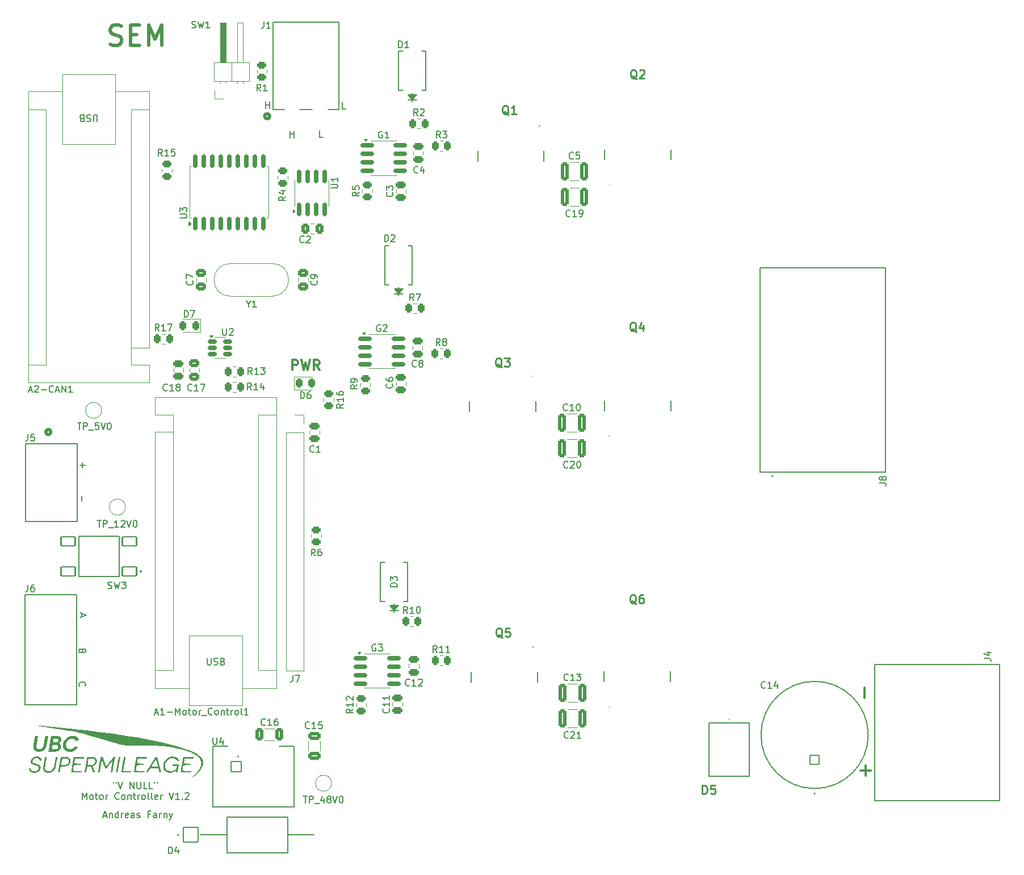
<source format=gto>
G04 #@! TF.GenerationSoftware,KiCad,Pcbnew,9.0.4*
G04 #@! TF.CreationDate,2025-10-23T22:28:14-07:00*
G04 #@! TF.ProjectId,Urban MC,55726261-6e20-44d4-932e-6b696361645f,rev?*
G04 #@! TF.SameCoordinates,Original*
G04 #@! TF.FileFunction,Legend,Top*
G04 #@! TF.FilePolarity,Positive*
%FSLAX46Y46*%
G04 Gerber Fmt 4.6, Leading zero omitted, Abs format (unit mm)*
G04 Created by KiCad (PCBNEW 9.0.4) date 2025-10-23 22:28:14*
%MOMM*%
%LPD*%
G01*
G04 APERTURE LIST*
G04 Aperture macros list*
%AMRoundRect*
0 Rectangle with rounded corners*
0 $1 Rounding radius*
0 $2 $3 $4 $5 $6 $7 $8 $9 X,Y pos of 4 corners*
0 Add a 4 corners polygon primitive as box body*
4,1,4,$2,$3,$4,$5,$6,$7,$8,$9,$2,$3,0*
0 Add four circle primitives for the rounded corners*
1,1,$1+$1,$2,$3*
1,1,$1+$1,$4,$5*
1,1,$1+$1,$6,$7*
1,1,$1+$1,$8,$9*
0 Add four rect primitives between the rounded corners*
20,1,$1+$1,$2,$3,$4,$5,0*
20,1,$1+$1,$4,$5,$6,$7,0*
20,1,$1+$1,$6,$7,$8,$9,0*
20,1,$1+$1,$8,$9,$2,$3,0*%
G04 Aperture macros list end*
%ADD10C,0.300000*%
%ADD11C,0.150000*%
%ADD12C,0.500000*%
%ADD13C,0.200000*%
%ADD14C,0.254000*%
%ADD15C,0.152400*%
%ADD16C,0.120000*%
%ADD17C,0.000000*%
%ADD18C,0.127000*%
%ADD19C,0.100000*%
%ADD20C,0.508000*%
%ADD21R,2.159000X1.955800*%
%ADD22RoundRect,0.250000X0.450000X-0.262500X0.450000X0.262500X-0.450000X0.262500X-0.450000X-0.262500X0*%
%ADD23RoundRect,0.150000X0.150000X-0.825000X0.150000X0.825000X-0.150000X0.825000X-0.150000X-0.825000X0*%
%ADD24RoundRect,0.250000X-0.337500X-0.475000X0.337500X-0.475000X0.337500X0.475000X-0.337500X0.475000X0*%
%ADD25RoundRect,0.243750X0.243750X0.456250X-0.243750X0.456250X-0.243750X-0.456250X0.243750X-0.456250X0*%
%ADD26RoundRect,0.250000X-0.262500X-0.450000X0.262500X-0.450000X0.262500X0.450000X-0.262500X0.450000X0*%
%ADD27RoundRect,0.243750X-0.243750X-0.456250X0.243750X-0.456250X0.243750X0.456250X-0.243750X0.456250X0*%
%ADD28RoundRect,0.250000X-0.325000X-1.100000X0.325000X-1.100000X0.325000X1.100000X-0.325000X1.100000X0*%
%ADD29C,2.000000*%
%ADD30RoundRect,0.250000X0.475000X-0.250000X0.475000X0.250000X-0.475000X0.250000X-0.475000X-0.250000X0*%
%ADD31RoundRect,0.250000X-0.450000X0.262500X-0.450000X-0.262500X0.450000X-0.262500X0.450000X0.262500X0*%
%ADD32C,1.803400*%
%ADD33C,1.500000*%
%ADD34C,3.204000*%
%ADD35C,3.200000*%
%ADD36R,1.600000X1.600000*%
%ADD37O,1.600000X1.600000*%
%ADD38R,1.700000X1.700000*%
%ADD39C,1.700000*%
%ADD40RoundRect,0.102000X0.700000X-0.700000X0.700000X0.700000X-0.700000X0.700000X-0.700000X-0.700000X0*%
%ADD41C,1.604000*%
%ADD42RoundRect,0.250000X-0.475000X0.250000X-0.475000X-0.250000X0.475000X-0.250000X0.475000X0.250000X0*%
%ADD43RoundRect,0.150000X-0.825000X-0.150000X0.825000X-0.150000X0.825000X0.150000X-0.825000X0.150000X0*%
%ADD44RoundRect,0.150000X0.150000X-0.875000X0.150000X0.875000X-0.150000X0.875000X-0.150000X-0.875000X0*%
%ADD45R,0.800000X2.800000*%
%ADD46R,8.900000X0.600000*%
%ADD47R,10.200000X2.900000*%
%ADD48R,8.900000X2.950000*%
%ADD49R,10.200000X1.650000*%
%ADD50C,3.250000*%
%ADD51RoundRect,0.102000X1.050000X0.700000X-1.050000X0.700000X-1.050000X-0.700000X1.050000X-0.700000X0*%
%ADD52R,4.930000X1.190000*%
%ADD53R,4.930000X5.040000*%
%ADD54RoundRect,0.250000X0.650000X-0.325000X0.650000X0.325000X-0.650000X0.325000X-0.650000X-0.325000X0*%
%ADD55RoundRect,0.250000X-0.475000X0.337500X-0.475000X-0.337500X0.475000X-0.337500X0.475000X0.337500X0*%
%ADD56RoundRect,0.150000X-0.512500X-0.150000X0.512500X-0.150000X0.512500X0.150000X-0.512500X0.150000X0*%
%ADD57RoundRect,0.250000X0.475000X-0.337500X0.475000X0.337500X-0.475000X0.337500X-0.475000X-0.337500X0*%
%ADD58C,2.454000*%
%ADD59RoundRect,0.102000X-1.125000X-1.125000X1.125000X-1.125000X1.125000X1.125000X-1.125000X1.125000X0*%
%ADD60RoundRect,0.250000X-0.325000X-0.650000X0.325000X-0.650000X0.325000X0.650000X-0.325000X0.650000X0*%
%ADD61RoundRect,0.102000X-0.754000X-0.754000X0.754000X-0.754000X0.754000X0.754000X-0.754000X0.754000X0*%
%ADD62C,1.712000*%
%ADD63C,2.362200*%
G04 APERTURE END LIST*
D10*
X218027333Y-129730041D02*
X218027333Y-128206232D01*
X217437158Y-140557333D02*
X218960968Y-140557333D01*
X218199063Y-141319238D02*
X218199063Y-139795428D01*
X132685310Y-80776028D02*
X132685310Y-79276028D01*
X132685310Y-79276028D02*
X133256739Y-79276028D01*
X133256739Y-79276028D02*
X133399596Y-79347457D01*
X133399596Y-79347457D02*
X133471025Y-79418885D01*
X133471025Y-79418885D02*
X133542453Y-79561742D01*
X133542453Y-79561742D02*
X133542453Y-79776028D01*
X133542453Y-79776028D02*
X133471025Y-79918885D01*
X133471025Y-79918885D02*
X133399596Y-79990314D01*
X133399596Y-79990314D02*
X133256739Y-80061742D01*
X133256739Y-80061742D02*
X132685310Y-80061742D01*
X134042453Y-79276028D02*
X134399596Y-80776028D01*
X134399596Y-80776028D02*
X134685310Y-79704600D01*
X134685310Y-79704600D02*
X134971025Y-80776028D01*
X134971025Y-80776028D02*
X135328168Y-79276028D01*
X136756739Y-80776028D02*
X136256739Y-80061742D01*
X135899596Y-80776028D02*
X135899596Y-79276028D01*
X135899596Y-79276028D02*
X136471025Y-79276028D01*
X136471025Y-79276028D02*
X136613882Y-79347457D01*
X136613882Y-79347457D02*
X136685311Y-79418885D01*
X136685311Y-79418885D02*
X136756739Y-79561742D01*
X136756739Y-79561742D02*
X136756739Y-79776028D01*
X136756739Y-79776028D02*
X136685311Y-79918885D01*
X136685311Y-79918885D02*
X136613882Y-79990314D01*
X136613882Y-79990314D02*
X136471025Y-80061742D01*
X136471025Y-80061742D02*
X135899596Y-80061742D01*
D11*
X100986419Y-127944523D02*
X100938800Y-127896904D01*
X100938800Y-127896904D02*
X100891180Y-127754047D01*
X100891180Y-127754047D02*
X100891180Y-127658809D01*
X100891180Y-127658809D02*
X100938800Y-127515952D01*
X100938800Y-127515952D02*
X101034038Y-127420714D01*
X101034038Y-127420714D02*
X101129276Y-127373095D01*
X101129276Y-127373095D02*
X101319752Y-127325476D01*
X101319752Y-127325476D02*
X101462609Y-127325476D01*
X101462609Y-127325476D02*
X101653085Y-127373095D01*
X101653085Y-127373095D02*
X101748323Y-127420714D01*
X101748323Y-127420714D02*
X101843561Y-127515952D01*
X101843561Y-127515952D02*
X101891180Y-127658809D01*
X101891180Y-127658809D02*
X101891180Y-127754047D01*
X101891180Y-127754047D02*
X101843561Y-127896904D01*
X101843561Y-127896904D02*
X101795942Y-127944523D01*
X101399133Y-94615048D02*
X101399133Y-95376953D01*
X101018180Y-94996000D02*
X101780085Y-94996000D01*
D12*
X105548375Y-32179200D02*
X105976947Y-32322057D01*
X105976947Y-32322057D02*
X106691232Y-32322057D01*
X106691232Y-32322057D02*
X106976947Y-32179200D01*
X106976947Y-32179200D02*
X107119804Y-32036342D01*
X107119804Y-32036342D02*
X107262661Y-31750628D01*
X107262661Y-31750628D02*
X107262661Y-31464914D01*
X107262661Y-31464914D02*
X107119804Y-31179200D01*
X107119804Y-31179200D02*
X106976947Y-31036342D01*
X106976947Y-31036342D02*
X106691232Y-30893485D01*
X106691232Y-30893485D02*
X106119804Y-30750628D01*
X106119804Y-30750628D02*
X105834089Y-30607771D01*
X105834089Y-30607771D02*
X105691232Y-30464914D01*
X105691232Y-30464914D02*
X105548375Y-30179200D01*
X105548375Y-30179200D02*
X105548375Y-29893485D01*
X105548375Y-29893485D02*
X105691232Y-29607771D01*
X105691232Y-29607771D02*
X105834089Y-29464914D01*
X105834089Y-29464914D02*
X106119804Y-29322057D01*
X106119804Y-29322057D02*
X106834089Y-29322057D01*
X106834089Y-29322057D02*
X107262661Y-29464914D01*
X108548375Y-30750628D02*
X109548375Y-30750628D01*
X109976947Y-32322057D02*
X108548375Y-32322057D01*
X108548375Y-32322057D02*
X108548375Y-29322057D01*
X108548375Y-29322057D02*
X109976947Y-29322057D01*
X111262661Y-32322057D02*
X111262661Y-29322057D01*
X111262661Y-29322057D02*
X112262661Y-31464914D01*
X112262661Y-31464914D02*
X113262661Y-29322057D01*
X113262661Y-29322057D02*
X113262661Y-32322057D01*
D13*
X104512854Y-147307904D02*
X104989044Y-147307904D01*
X104417616Y-147593619D02*
X104750949Y-146593619D01*
X104750949Y-146593619D02*
X105084282Y-147593619D01*
X105417616Y-146926952D02*
X105417616Y-147593619D01*
X105417616Y-147022190D02*
X105465235Y-146974571D01*
X105465235Y-146974571D02*
X105560473Y-146926952D01*
X105560473Y-146926952D02*
X105703330Y-146926952D01*
X105703330Y-146926952D02*
X105798568Y-146974571D01*
X105798568Y-146974571D02*
X105846187Y-147069809D01*
X105846187Y-147069809D02*
X105846187Y-147593619D01*
X106750949Y-147593619D02*
X106750949Y-146593619D01*
X106750949Y-147546000D02*
X106655711Y-147593619D01*
X106655711Y-147593619D02*
X106465235Y-147593619D01*
X106465235Y-147593619D02*
X106369997Y-147546000D01*
X106369997Y-147546000D02*
X106322378Y-147498380D01*
X106322378Y-147498380D02*
X106274759Y-147403142D01*
X106274759Y-147403142D02*
X106274759Y-147117428D01*
X106274759Y-147117428D02*
X106322378Y-147022190D01*
X106322378Y-147022190D02*
X106369997Y-146974571D01*
X106369997Y-146974571D02*
X106465235Y-146926952D01*
X106465235Y-146926952D02*
X106655711Y-146926952D01*
X106655711Y-146926952D02*
X106750949Y-146974571D01*
X107227140Y-147593619D02*
X107227140Y-146926952D01*
X107227140Y-147117428D02*
X107274759Y-147022190D01*
X107274759Y-147022190D02*
X107322378Y-146974571D01*
X107322378Y-146974571D02*
X107417616Y-146926952D01*
X107417616Y-146926952D02*
X107512854Y-146926952D01*
X108227140Y-147546000D02*
X108131902Y-147593619D01*
X108131902Y-147593619D02*
X107941426Y-147593619D01*
X107941426Y-147593619D02*
X107846188Y-147546000D01*
X107846188Y-147546000D02*
X107798569Y-147450761D01*
X107798569Y-147450761D02*
X107798569Y-147069809D01*
X107798569Y-147069809D02*
X107846188Y-146974571D01*
X107846188Y-146974571D02*
X107941426Y-146926952D01*
X107941426Y-146926952D02*
X108131902Y-146926952D01*
X108131902Y-146926952D02*
X108227140Y-146974571D01*
X108227140Y-146974571D02*
X108274759Y-147069809D01*
X108274759Y-147069809D02*
X108274759Y-147165047D01*
X108274759Y-147165047D02*
X107798569Y-147260285D01*
X109131902Y-147593619D02*
X109131902Y-147069809D01*
X109131902Y-147069809D02*
X109084283Y-146974571D01*
X109084283Y-146974571D02*
X108989045Y-146926952D01*
X108989045Y-146926952D02*
X108798569Y-146926952D01*
X108798569Y-146926952D02*
X108703331Y-146974571D01*
X109131902Y-147546000D02*
X109036664Y-147593619D01*
X109036664Y-147593619D02*
X108798569Y-147593619D01*
X108798569Y-147593619D02*
X108703331Y-147546000D01*
X108703331Y-147546000D02*
X108655712Y-147450761D01*
X108655712Y-147450761D02*
X108655712Y-147355523D01*
X108655712Y-147355523D02*
X108703331Y-147260285D01*
X108703331Y-147260285D02*
X108798569Y-147212666D01*
X108798569Y-147212666D02*
X109036664Y-147212666D01*
X109036664Y-147212666D02*
X109131902Y-147165047D01*
X109560474Y-147546000D02*
X109655712Y-147593619D01*
X109655712Y-147593619D02*
X109846188Y-147593619D01*
X109846188Y-147593619D02*
X109941426Y-147546000D01*
X109941426Y-147546000D02*
X109989045Y-147450761D01*
X109989045Y-147450761D02*
X109989045Y-147403142D01*
X109989045Y-147403142D02*
X109941426Y-147307904D01*
X109941426Y-147307904D02*
X109846188Y-147260285D01*
X109846188Y-147260285D02*
X109703331Y-147260285D01*
X109703331Y-147260285D02*
X109608093Y-147212666D01*
X109608093Y-147212666D02*
X109560474Y-147117428D01*
X109560474Y-147117428D02*
X109560474Y-147069809D01*
X109560474Y-147069809D02*
X109608093Y-146974571D01*
X109608093Y-146974571D02*
X109703331Y-146926952D01*
X109703331Y-146926952D02*
X109846188Y-146926952D01*
X109846188Y-146926952D02*
X109941426Y-146974571D01*
X111512855Y-147069809D02*
X111179522Y-147069809D01*
X111179522Y-147593619D02*
X111179522Y-146593619D01*
X111179522Y-146593619D02*
X111655712Y-146593619D01*
X112465236Y-147593619D02*
X112465236Y-147069809D01*
X112465236Y-147069809D02*
X112417617Y-146974571D01*
X112417617Y-146974571D02*
X112322379Y-146926952D01*
X112322379Y-146926952D02*
X112131903Y-146926952D01*
X112131903Y-146926952D02*
X112036665Y-146974571D01*
X112465236Y-147546000D02*
X112369998Y-147593619D01*
X112369998Y-147593619D02*
X112131903Y-147593619D01*
X112131903Y-147593619D02*
X112036665Y-147546000D01*
X112036665Y-147546000D02*
X111989046Y-147450761D01*
X111989046Y-147450761D02*
X111989046Y-147355523D01*
X111989046Y-147355523D02*
X112036665Y-147260285D01*
X112036665Y-147260285D02*
X112131903Y-147212666D01*
X112131903Y-147212666D02*
X112369998Y-147212666D01*
X112369998Y-147212666D02*
X112465236Y-147165047D01*
X112941427Y-147593619D02*
X112941427Y-146926952D01*
X112941427Y-147117428D02*
X112989046Y-147022190D01*
X112989046Y-147022190D02*
X113036665Y-146974571D01*
X113036665Y-146974571D02*
X113131903Y-146926952D01*
X113131903Y-146926952D02*
X113227141Y-146926952D01*
X113560475Y-146926952D02*
X113560475Y-147593619D01*
X113560475Y-147022190D02*
X113608094Y-146974571D01*
X113608094Y-146974571D02*
X113703332Y-146926952D01*
X113703332Y-146926952D02*
X113846189Y-146926952D01*
X113846189Y-146926952D02*
X113941427Y-146974571D01*
X113941427Y-146974571D02*
X113989046Y-147069809D01*
X113989046Y-147069809D02*
X113989046Y-147593619D01*
X114369999Y-146926952D02*
X114608094Y-147593619D01*
X114846189Y-146926952D02*
X114608094Y-147593619D01*
X114608094Y-147593619D02*
X114512856Y-147831714D01*
X114512856Y-147831714D02*
X114465237Y-147879333D01*
X114465237Y-147879333D02*
X114369999Y-147926952D01*
D11*
X132386686Y-46124019D02*
X132386686Y-45124019D01*
X132386686Y-45600209D02*
X132958114Y-45600209D01*
X132958114Y-46124019D02*
X132958114Y-45124019D01*
X129317713Y-40743980D02*
X129317713Y-41743980D01*
X129317713Y-41267790D02*
X128746285Y-41267790D01*
X128746285Y-40743980D02*
X128746285Y-41743980D01*
X137266323Y-46073219D02*
X136790133Y-46073219D01*
X136790133Y-46073219D02*
X136790133Y-45073219D01*
X101272133Y-99568048D02*
X101272133Y-100329953D01*
X140669923Y-41806019D02*
X140193733Y-41806019D01*
X140193733Y-41806019D02*
X140193733Y-40806019D01*
X101303895Y-117109905D02*
X101303895Y-117586095D01*
X101018180Y-117014667D02*
X102018180Y-117348000D01*
X102018180Y-117348000D02*
X101018180Y-117681333D01*
D13*
X106083504Y-142240475D02*
X106083504Y-142430951D01*
X106464456Y-142240475D02*
X106464456Y-142430951D01*
X106750171Y-142240475D02*
X107083504Y-143240475D01*
X107083504Y-143240475D02*
X107416837Y-142240475D01*
X108512076Y-143240475D02*
X108512076Y-142240475D01*
X108512076Y-142240475D02*
X109083504Y-143240475D01*
X109083504Y-143240475D02*
X109083504Y-142240475D01*
X109559695Y-142240475D02*
X109559695Y-143049998D01*
X109559695Y-143049998D02*
X109607314Y-143145236D01*
X109607314Y-143145236D02*
X109654933Y-143192856D01*
X109654933Y-143192856D02*
X109750171Y-143240475D01*
X109750171Y-143240475D02*
X109940647Y-143240475D01*
X109940647Y-143240475D02*
X110035885Y-143192856D01*
X110035885Y-143192856D02*
X110083504Y-143145236D01*
X110083504Y-143145236D02*
X110131123Y-143049998D01*
X110131123Y-143049998D02*
X110131123Y-142240475D01*
X111083504Y-143240475D02*
X110607314Y-143240475D01*
X110607314Y-143240475D02*
X110607314Y-142240475D01*
X111893028Y-143240475D02*
X111416838Y-143240475D01*
X111416838Y-143240475D02*
X111416838Y-142240475D01*
X112178743Y-142240475D02*
X112178743Y-142430951D01*
X112559695Y-142240475D02*
X112559695Y-142430951D01*
X101393027Y-144850419D02*
X101393027Y-143850419D01*
X101393027Y-143850419D02*
X101726360Y-144564704D01*
X101726360Y-144564704D02*
X102059693Y-143850419D01*
X102059693Y-143850419D02*
X102059693Y-144850419D01*
X102678741Y-144850419D02*
X102583503Y-144802800D01*
X102583503Y-144802800D02*
X102535884Y-144755180D01*
X102535884Y-144755180D02*
X102488265Y-144659942D01*
X102488265Y-144659942D02*
X102488265Y-144374228D01*
X102488265Y-144374228D02*
X102535884Y-144278990D01*
X102535884Y-144278990D02*
X102583503Y-144231371D01*
X102583503Y-144231371D02*
X102678741Y-144183752D01*
X102678741Y-144183752D02*
X102821598Y-144183752D01*
X102821598Y-144183752D02*
X102916836Y-144231371D01*
X102916836Y-144231371D02*
X102964455Y-144278990D01*
X102964455Y-144278990D02*
X103012074Y-144374228D01*
X103012074Y-144374228D02*
X103012074Y-144659942D01*
X103012074Y-144659942D02*
X102964455Y-144755180D01*
X102964455Y-144755180D02*
X102916836Y-144802800D01*
X102916836Y-144802800D02*
X102821598Y-144850419D01*
X102821598Y-144850419D02*
X102678741Y-144850419D01*
X103297789Y-144183752D02*
X103678741Y-144183752D01*
X103440646Y-143850419D02*
X103440646Y-144707561D01*
X103440646Y-144707561D02*
X103488265Y-144802800D01*
X103488265Y-144802800D02*
X103583503Y-144850419D01*
X103583503Y-144850419D02*
X103678741Y-144850419D01*
X104154932Y-144850419D02*
X104059694Y-144802800D01*
X104059694Y-144802800D02*
X104012075Y-144755180D01*
X104012075Y-144755180D02*
X103964456Y-144659942D01*
X103964456Y-144659942D02*
X103964456Y-144374228D01*
X103964456Y-144374228D02*
X104012075Y-144278990D01*
X104012075Y-144278990D02*
X104059694Y-144231371D01*
X104059694Y-144231371D02*
X104154932Y-144183752D01*
X104154932Y-144183752D02*
X104297789Y-144183752D01*
X104297789Y-144183752D02*
X104393027Y-144231371D01*
X104393027Y-144231371D02*
X104440646Y-144278990D01*
X104440646Y-144278990D02*
X104488265Y-144374228D01*
X104488265Y-144374228D02*
X104488265Y-144659942D01*
X104488265Y-144659942D02*
X104440646Y-144755180D01*
X104440646Y-144755180D02*
X104393027Y-144802800D01*
X104393027Y-144802800D02*
X104297789Y-144850419D01*
X104297789Y-144850419D02*
X104154932Y-144850419D01*
X104916837Y-144850419D02*
X104916837Y-144183752D01*
X104916837Y-144374228D02*
X104964456Y-144278990D01*
X104964456Y-144278990D02*
X105012075Y-144231371D01*
X105012075Y-144231371D02*
X105107313Y-144183752D01*
X105107313Y-144183752D02*
X105202551Y-144183752D01*
X106869218Y-144755180D02*
X106821599Y-144802800D01*
X106821599Y-144802800D02*
X106678742Y-144850419D01*
X106678742Y-144850419D02*
X106583504Y-144850419D01*
X106583504Y-144850419D02*
X106440647Y-144802800D01*
X106440647Y-144802800D02*
X106345409Y-144707561D01*
X106345409Y-144707561D02*
X106297790Y-144612323D01*
X106297790Y-144612323D02*
X106250171Y-144421847D01*
X106250171Y-144421847D02*
X106250171Y-144278990D01*
X106250171Y-144278990D02*
X106297790Y-144088514D01*
X106297790Y-144088514D02*
X106345409Y-143993276D01*
X106345409Y-143993276D02*
X106440647Y-143898038D01*
X106440647Y-143898038D02*
X106583504Y-143850419D01*
X106583504Y-143850419D02*
X106678742Y-143850419D01*
X106678742Y-143850419D02*
X106821599Y-143898038D01*
X106821599Y-143898038D02*
X106869218Y-143945657D01*
X107440647Y-144850419D02*
X107345409Y-144802800D01*
X107345409Y-144802800D02*
X107297790Y-144755180D01*
X107297790Y-144755180D02*
X107250171Y-144659942D01*
X107250171Y-144659942D02*
X107250171Y-144374228D01*
X107250171Y-144374228D02*
X107297790Y-144278990D01*
X107297790Y-144278990D02*
X107345409Y-144231371D01*
X107345409Y-144231371D02*
X107440647Y-144183752D01*
X107440647Y-144183752D02*
X107583504Y-144183752D01*
X107583504Y-144183752D02*
X107678742Y-144231371D01*
X107678742Y-144231371D02*
X107726361Y-144278990D01*
X107726361Y-144278990D02*
X107773980Y-144374228D01*
X107773980Y-144374228D02*
X107773980Y-144659942D01*
X107773980Y-144659942D02*
X107726361Y-144755180D01*
X107726361Y-144755180D02*
X107678742Y-144802800D01*
X107678742Y-144802800D02*
X107583504Y-144850419D01*
X107583504Y-144850419D02*
X107440647Y-144850419D01*
X108202552Y-144183752D02*
X108202552Y-144850419D01*
X108202552Y-144278990D02*
X108250171Y-144231371D01*
X108250171Y-144231371D02*
X108345409Y-144183752D01*
X108345409Y-144183752D02*
X108488266Y-144183752D01*
X108488266Y-144183752D02*
X108583504Y-144231371D01*
X108583504Y-144231371D02*
X108631123Y-144326609D01*
X108631123Y-144326609D02*
X108631123Y-144850419D01*
X108964457Y-144183752D02*
X109345409Y-144183752D01*
X109107314Y-143850419D02*
X109107314Y-144707561D01*
X109107314Y-144707561D02*
X109154933Y-144802800D01*
X109154933Y-144802800D02*
X109250171Y-144850419D01*
X109250171Y-144850419D02*
X109345409Y-144850419D01*
X109678743Y-144850419D02*
X109678743Y-144183752D01*
X109678743Y-144374228D02*
X109726362Y-144278990D01*
X109726362Y-144278990D02*
X109773981Y-144231371D01*
X109773981Y-144231371D02*
X109869219Y-144183752D01*
X109869219Y-144183752D02*
X109964457Y-144183752D01*
X110440648Y-144850419D02*
X110345410Y-144802800D01*
X110345410Y-144802800D02*
X110297791Y-144755180D01*
X110297791Y-144755180D02*
X110250172Y-144659942D01*
X110250172Y-144659942D02*
X110250172Y-144374228D01*
X110250172Y-144374228D02*
X110297791Y-144278990D01*
X110297791Y-144278990D02*
X110345410Y-144231371D01*
X110345410Y-144231371D02*
X110440648Y-144183752D01*
X110440648Y-144183752D02*
X110583505Y-144183752D01*
X110583505Y-144183752D02*
X110678743Y-144231371D01*
X110678743Y-144231371D02*
X110726362Y-144278990D01*
X110726362Y-144278990D02*
X110773981Y-144374228D01*
X110773981Y-144374228D02*
X110773981Y-144659942D01*
X110773981Y-144659942D02*
X110726362Y-144755180D01*
X110726362Y-144755180D02*
X110678743Y-144802800D01*
X110678743Y-144802800D02*
X110583505Y-144850419D01*
X110583505Y-144850419D02*
X110440648Y-144850419D01*
X111345410Y-144850419D02*
X111250172Y-144802800D01*
X111250172Y-144802800D02*
X111202553Y-144707561D01*
X111202553Y-144707561D02*
X111202553Y-143850419D01*
X111869220Y-144850419D02*
X111773982Y-144802800D01*
X111773982Y-144802800D02*
X111726363Y-144707561D01*
X111726363Y-144707561D02*
X111726363Y-143850419D01*
X112631125Y-144802800D02*
X112535887Y-144850419D01*
X112535887Y-144850419D02*
X112345411Y-144850419D01*
X112345411Y-144850419D02*
X112250173Y-144802800D01*
X112250173Y-144802800D02*
X112202554Y-144707561D01*
X112202554Y-144707561D02*
X112202554Y-144326609D01*
X112202554Y-144326609D02*
X112250173Y-144231371D01*
X112250173Y-144231371D02*
X112345411Y-144183752D01*
X112345411Y-144183752D02*
X112535887Y-144183752D01*
X112535887Y-144183752D02*
X112631125Y-144231371D01*
X112631125Y-144231371D02*
X112678744Y-144326609D01*
X112678744Y-144326609D02*
X112678744Y-144421847D01*
X112678744Y-144421847D02*
X112202554Y-144517085D01*
X113107316Y-144850419D02*
X113107316Y-144183752D01*
X113107316Y-144374228D02*
X113154935Y-144278990D01*
X113154935Y-144278990D02*
X113202554Y-144231371D01*
X113202554Y-144231371D02*
X113297792Y-144183752D01*
X113297792Y-144183752D02*
X113393030Y-144183752D01*
X114345412Y-143850419D02*
X114678745Y-144850419D01*
X114678745Y-144850419D02*
X115012078Y-143850419D01*
X115869221Y-144850419D02*
X115297793Y-144850419D01*
X115583507Y-144850419D02*
X115583507Y-143850419D01*
X115583507Y-143850419D02*
X115488269Y-143993276D01*
X115488269Y-143993276D02*
X115393031Y-144088514D01*
X115393031Y-144088514D02*
X115297793Y-144136133D01*
X116297793Y-144755180D02*
X116345412Y-144802800D01*
X116345412Y-144802800D02*
X116297793Y-144850419D01*
X116297793Y-144850419D02*
X116250174Y-144802800D01*
X116250174Y-144802800D02*
X116297793Y-144755180D01*
X116297793Y-144755180D02*
X116297793Y-144850419D01*
X116726364Y-143945657D02*
X116773983Y-143898038D01*
X116773983Y-143898038D02*
X116869221Y-143850419D01*
X116869221Y-143850419D02*
X117107316Y-143850419D01*
X117107316Y-143850419D02*
X117202554Y-143898038D01*
X117202554Y-143898038D02*
X117250173Y-143945657D01*
X117250173Y-143945657D02*
X117297792Y-144040895D01*
X117297792Y-144040895D02*
X117297792Y-144136133D01*
X117297792Y-144136133D02*
X117250173Y-144278990D01*
X117250173Y-144278990D02*
X116678745Y-144850419D01*
X116678745Y-144850419D02*
X117297792Y-144850419D01*
D11*
X101414990Y-122753428D02*
X101367371Y-122896285D01*
X101367371Y-122896285D02*
X101319752Y-122943904D01*
X101319752Y-122943904D02*
X101224514Y-122991523D01*
X101224514Y-122991523D02*
X101081657Y-122991523D01*
X101081657Y-122991523D02*
X100986419Y-122943904D01*
X100986419Y-122943904D02*
X100938800Y-122896285D01*
X100938800Y-122896285D02*
X100891180Y-122801047D01*
X100891180Y-122801047D02*
X100891180Y-122420095D01*
X100891180Y-122420095D02*
X101891180Y-122420095D01*
X101891180Y-122420095D02*
X101891180Y-122753428D01*
X101891180Y-122753428D02*
X101843561Y-122848666D01*
X101843561Y-122848666D02*
X101795942Y-122896285D01*
X101795942Y-122896285D02*
X101700704Y-122943904D01*
X101700704Y-122943904D02*
X101605466Y-122943904D01*
X101605466Y-122943904D02*
X101510228Y-122896285D01*
X101510228Y-122896285D02*
X101462609Y-122848666D01*
X101462609Y-122848666D02*
X101414990Y-122753428D01*
X101414990Y-122753428D02*
X101414990Y-122420095D01*
X148344819Y-113132294D02*
X147344819Y-113132294D01*
X147344819Y-113132294D02*
X147344819Y-112894199D01*
X147344819Y-112894199D02*
X147392438Y-112751342D01*
X147392438Y-112751342D02*
X147487676Y-112656104D01*
X147487676Y-112656104D02*
X147582914Y-112608485D01*
X147582914Y-112608485D02*
X147773390Y-112560866D01*
X147773390Y-112560866D02*
X147916247Y-112560866D01*
X147916247Y-112560866D02*
X148106723Y-112608485D01*
X148106723Y-112608485D02*
X148201961Y-112656104D01*
X148201961Y-112656104D02*
X148297200Y-112751342D01*
X148297200Y-112751342D02*
X148344819Y-112894199D01*
X148344819Y-112894199D02*
X148344819Y-113132294D01*
X147344819Y-112227532D02*
X147344819Y-111608485D01*
X147344819Y-111608485D02*
X147725771Y-111941818D01*
X147725771Y-111941818D02*
X147725771Y-111798961D01*
X147725771Y-111798961D02*
X147773390Y-111703723D01*
X147773390Y-111703723D02*
X147821009Y-111656104D01*
X147821009Y-111656104D02*
X147916247Y-111608485D01*
X147916247Y-111608485D02*
X148154342Y-111608485D01*
X148154342Y-111608485D02*
X148249580Y-111656104D01*
X148249580Y-111656104D02*
X148297200Y-111703723D01*
X148297200Y-111703723D02*
X148344819Y-111798961D01*
X148344819Y-111798961D02*
X148344819Y-112084675D01*
X148344819Y-112084675D02*
X148297200Y-112179913D01*
X148297200Y-112179913D02*
X148249580Y-112227532D01*
X128001733Y-39164419D02*
X127668400Y-38688228D01*
X127430305Y-39164419D02*
X127430305Y-38164419D01*
X127430305Y-38164419D02*
X127811257Y-38164419D01*
X127811257Y-38164419D02*
X127906495Y-38212038D01*
X127906495Y-38212038D02*
X127954114Y-38259657D01*
X127954114Y-38259657D02*
X128001733Y-38354895D01*
X128001733Y-38354895D02*
X128001733Y-38497752D01*
X128001733Y-38497752D02*
X127954114Y-38592990D01*
X127954114Y-38592990D02*
X127906495Y-38640609D01*
X127906495Y-38640609D02*
X127811257Y-38688228D01*
X127811257Y-38688228D02*
X127430305Y-38688228D01*
X128954114Y-39164419D02*
X128382686Y-39164419D01*
X128668400Y-39164419D02*
X128668400Y-38164419D01*
X128668400Y-38164419D02*
X128573162Y-38307276D01*
X128573162Y-38307276D02*
X128477924Y-38402514D01*
X128477924Y-38402514D02*
X128382686Y-38450133D01*
X138494419Y-53644704D02*
X139303942Y-53644704D01*
X139303942Y-53644704D02*
X139399180Y-53597085D01*
X139399180Y-53597085D02*
X139446800Y-53549466D01*
X139446800Y-53549466D02*
X139494419Y-53454228D01*
X139494419Y-53454228D02*
X139494419Y-53263752D01*
X139494419Y-53263752D02*
X139446800Y-53168514D01*
X139446800Y-53168514D02*
X139399180Y-53120895D01*
X139399180Y-53120895D02*
X139303942Y-53073276D01*
X139303942Y-53073276D02*
X138494419Y-53073276D01*
X139494419Y-52073276D02*
X139494419Y-52644704D01*
X139494419Y-52358990D02*
X138494419Y-52358990D01*
X138494419Y-52358990D02*
X138637276Y-52454228D01*
X138637276Y-52454228D02*
X138732514Y-52549466D01*
X138732514Y-52549466D02*
X138780133Y-52644704D01*
X134453333Y-61700580D02*
X134405714Y-61748200D01*
X134405714Y-61748200D02*
X134262857Y-61795819D01*
X134262857Y-61795819D02*
X134167619Y-61795819D01*
X134167619Y-61795819D02*
X134024762Y-61748200D01*
X134024762Y-61748200D02*
X133929524Y-61652961D01*
X133929524Y-61652961D02*
X133881905Y-61557723D01*
X133881905Y-61557723D02*
X133834286Y-61367247D01*
X133834286Y-61367247D02*
X133834286Y-61224390D01*
X133834286Y-61224390D02*
X133881905Y-61033914D01*
X133881905Y-61033914D02*
X133929524Y-60938676D01*
X133929524Y-60938676D02*
X134024762Y-60843438D01*
X134024762Y-60843438D02*
X134167619Y-60795819D01*
X134167619Y-60795819D02*
X134262857Y-60795819D01*
X134262857Y-60795819D02*
X134405714Y-60843438D01*
X134405714Y-60843438D02*
X134453333Y-60891057D01*
X134834286Y-60891057D02*
X134881905Y-60843438D01*
X134881905Y-60843438D02*
X134977143Y-60795819D01*
X134977143Y-60795819D02*
X135215238Y-60795819D01*
X135215238Y-60795819D02*
X135310476Y-60843438D01*
X135310476Y-60843438D02*
X135358095Y-60891057D01*
X135358095Y-60891057D02*
X135405714Y-60986295D01*
X135405714Y-60986295D02*
X135405714Y-61081533D01*
X135405714Y-61081533D02*
X135358095Y-61224390D01*
X135358095Y-61224390D02*
X134786667Y-61795819D01*
X134786667Y-61795819D02*
X135405714Y-61795819D01*
X116609905Y-72895619D02*
X116609905Y-71895619D01*
X116609905Y-71895619D02*
X116848000Y-71895619D01*
X116848000Y-71895619D02*
X116990857Y-71943238D01*
X116990857Y-71943238D02*
X117086095Y-72038476D01*
X117086095Y-72038476D02*
X117133714Y-72133714D01*
X117133714Y-72133714D02*
X117181333Y-72324190D01*
X117181333Y-72324190D02*
X117181333Y-72467047D01*
X117181333Y-72467047D02*
X117133714Y-72657523D01*
X117133714Y-72657523D02*
X117086095Y-72752761D01*
X117086095Y-72752761D02*
X116990857Y-72848000D01*
X116990857Y-72848000D02*
X116848000Y-72895619D01*
X116848000Y-72895619D02*
X116609905Y-72895619D01*
X117514667Y-71895619D02*
X118181333Y-71895619D01*
X118181333Y-71895619D02*
X117752762Y-72895619D01*
X112844342Y-74954019D02*
X112511009Y-74477828D01*
X112272914Y-74954019D02*
X112272914Y-73954019D01*
X112272914Y-73954019D02*
X112653866Y-73954019D01*
X112653866Y-73954019D02*
X112749104Y-74001638D01*
X112749104Y-74001638D02*
X112796723Y-74049257D01*
X112796723Y-74049257D02*
X112844342Y-74144495D01*
X112844342Y-74144495D02*
X112844342Y-74287352D01*
X112844342Y-74287352D02*
X112796723Y-74382590D01*
X112796723Y-74382590D02*
X112749104Y-74430209D01*
X112749104Y-74430209D02*
X112653866Y-74477828D01*
X112653866Y-74477828D02*
X112272914Y-74477828D01*
X113796723Y-74954019D02*
X113225295Y-74954019D01*
X113511009Y-74954019D02*
X113511009Y-73954019D01*
X113511009Y-73954019D02*
X113415771Y-74096876D01*
X113415771Y-74096876D02*
X113320533Y-74192114D01*
X113320533Y-74192114D02*
X113225295Y-74239733D01*
X114130057Y-73954019D02*
X114796723Y-73954019D01*
X114796723Y-73954019D02*
X114368152Y-74954019D01*
X140307219Y-85883357D02*
X139831028Y-86216690D01*
X140307219Y-86454785D02*
X139307219Y-86454785D01*
X139307219Y-86454785D02*
X139307219Y-86073833D01*
X139307219Y-86073833D02*
X139354838Y-85978595D01*
X139354838Y-85978595D02*
X139402457Y-85930976D01*
X139402457Y-85930976D02*
X139497695Y-85883357D01*
X139497695Y-85883357D02*
X139640552Y-85883357D01*
X139640552Y-85883357D02*
X139735790Y-85930976D01*
X139735790Y-85930976D02*
X139783409Y-85978595D01*
X139783409Y-85978595D02*
X139831028Y-86073833D01*
X139831028Y-86073833D02*
X139831028Y-86454785D01*
X140307219Y-84930976D02*
X140307219Y-85502404D01*
X140307219Y-85216690D02*
X139307219Y-85216690D01*
X139307219Y-85216690D02*
X139450076Y-85311928D01*
X139450076Y-85311928D02*
X139545314Y-85407166D01*
X139545314Y-85407166D02*
X139592933Y-85502404D01*
X139307219Y-84073833D02*
X139307219Y-84264309D01*
X139307219Y-84264309D02*
X139354838Y-84359547D01*
X139354838Y-84359547D02*
X139402457Y-84407166D01*
X139402457Y-84407166D02*
X139545314Y-84502404D01*
X139545314Y-84502404D02*
X139735790Y-84550023D01*
X139735790Y-84550023D02*
X140116742Y-84550023D01*
X140116742Y-84550023D02*
X140211980Y-84502404D01*
X140211980Y-84502404D02*
X140259600Y-84454785D01*
X140259600Y-84454785D02*
X140307219Y-84359547D01*
X140307219Y-84359547D02*
X140307219Y-84169071D01*
X140307219Y-84169071D02*
X140259600Y-84073833D01*
X140259600Y-84073833D02*
X140211980Y-84026214D01*
X140211980Y-84026214D02*
X140116742Y-83978595D01*
X140116742Y-83978595D02*
X139878647Y-83978595D01*
X139878647Y-83978595D02*
X139783409Y-84026214D01*
X139783409Y-84026214D02*
X139735790Y-84073833D01*
X139735790Y-84073833D02*
X139688171Y-84169071D01*
X139688171Y-84169071D02*
X139688171Y-84359547D01*
X139688171Y-84359547D02*
X139735790Y-84454785D01*
X139735790Y-84454785D02*
X139783409Y-84502404D01*
X139783409Y-84502404D02*
X139878647Y-84550023D01*
X133955805Y-85036819D02*
X133955805Y-84036819D01*
X133955805Y-84036819D02*
X134193900Y-84036819D01*
X134193900Y-84036819D02*
X134336757Y-84084438D01*
X134336757Y-84084438D02*
X134431995Y-84179676D01*
X134431995Y-84179676D02*
X134479614Y-84274914D01*
X134479614Y-84274914D02*
X134527233Y-84465390D01*
X134527233Y-84465390D02*
X134527233Y-84608247D01*
X134527233Y-84608247D02*
X134479614Y-84798723D01*
X134479614Y-84798723D02*
X134431995Y-84893961D01*
X134431995Y-84893961D02*
X134336757Y-84989200D01*
X134336757Y-84989200D02*
X134193900Y-85036819D01*
X134193900Y-85036819D02*
X133955805Y-85036819D01*
X135384376Y-84036819D02*
X135193900Y-84036819D01*
X135193900Y-84036819D02*
X135098662Y-84084438D01*
X135098662Y-84084438D02*
X135051043Y-84132057D01*
X135051043Y-84132057D02*
X134955805Y-84274914D01*
X134955805Y-84274914D02*
X134908186Y-84465390D01*
X134908186Y-84465390D02*
X134908186Y-84846342D01*
X134908186Y-84846342D02*
X134955805Y-84941580D01*
X134955805Y-84941580D02*
X135003424Y-84989200D01*
X135003424Y-84989200D02*
X135098662Y-85036819D01*
X135098662Y-85036819D02*
X135289138Y-85036819D01*
X135289138Y-85036819D02*
X135384376Y-84989200D01*
X135384376Y-84989200D02*
X135431995Y-84941580D01*
X135431995Y-84941580D02*
X135479614Y-84846342D01*
X135479614Y-84846342D02*
X135479614Y-84608247D01*
X135479614Y-84608247D02*
X135431995Y-84513009D01*
X135431995Y-84513009D02*
X135384376Y-84465390D01*
X135384376Y-84465390D02*
X135289138Y-84417771D01*
X135289138Y-84417771D02*
X135098662Y-84417771D01*
X135098662Y-84417771D02*
X135003424Y-84465390D01*
X135003424Y-84465390D02*
X134955805Y-84513009D01*
X134955805Y-84513009D02*
X134908186Y-84608247D01*
X173855142Y-135639980D02*
X173807523Y-135687600D01*
X173807523Y-135687600D02*
X173664666Y-135735219D01*
X173664666Y-135735219D02*
X173569428Y-135735219D01*
X173569428Y-135735219D02*
X173426571Y-135687600D01*
X173426571Y-135687600D02*
X173331333Y-135592361D01*
X173331333Y-135592361D02*
X173283714Y-135497123D01*
X173283714Y-135497123D02*
X173236095Y-135306647D01*
X173236095Y-135306647D02*
X173236095Y-135163790D01*
X173236095Y-135163790D02*
X173283714Y-134973314D01*
X173283714Y-134973314D02*
X173331333Y-134878076D01*
X173331333Y-134878076D02*
X173426571Y-134782838D01*
X173426571Y-134782838D02*
X173569428Y-134735219D01*
X173569428Y-134735219D02*
X173664666Y-134735219D01*
X173664666Y-134735219D02*
X173807523Y-134782838D01*
X173807523Y-134782838D02*
X173855142Y-134830457D01*
X174236095Y-134830457D02*
X174283714Y-134782838D01*
X174283714Y-134782838D02*
X174378952Y-134735219D01*
X174378952Y-134735219D02*
X174617047Y-134735219D01*
X174617047Y-134735219D02*
X174712285Y-134782838D01*
X174712285Y-134782838D02*
X174759904Y-134830457D01*
X174759904Y-134830457D02*
X174807523Y-134925695D01*
X174807523Y-134925695D02*
X174807523Y-135020933D01*
X174807523Y-135020933D02*
X174759904Y-135163790D01*
X174759904Y-135163790D02*
X174188476Y-135735219D01*
X174188476Y-135735219D02*
X174807523Y-135735219D01*
X175759904Y-135735219D02*
X175188476Y-135735219D01*
X175474190Y-135735219D02*
X175474190Y-134735219D01*
X175474190Y-134735219D02*
X175378952Y-134878076D01*
X175378952Y-134878076D02*
X175283714Y-134973314D01*
X175283714Y-134973314D02*
X175188476Y-135020933D01*
X173804342Y-95304780D02*
X173756723Y-95352400D01*
X173756723Y-95352400D02*
X173613866Y-95400019D01*
X173613866Y-95400019D02*
X173518628Y-95400019D01*
X173518628Y-95400019D02*
X173375771Y-95352400D01*
X173375771Y-95352400D02*
X173280533Y-95257161D01*
X173280533Y-95257161D02*
X173232914Y-95161923D01*
X173232914Y-95161923D02*
X173185295Y-94971447D01*
X173185295Y-94971447D02*
X173185295Y-94828590D01*
X173185295Y-94828590D02*
X173232914Y-94638114D01*
X173232914Y-94638114D02*
X173280533Y-94542876D01*
X173280533Y-94542876D02*
X173375771Y-94447638D01*
X173375771Y-94447638D02*
X173518628Y-94400019D01*
X173518628Y-94400019D02*
X173613866Y-94400019D01*
X173613866Y-94400019D02*
X173756723Y-94447638D01*
X173756723Y-94447638D02*
X173804342Y-94495257D01*
X174185295Y-94495257D02*
X174232914Y-94447638D01*
X174232914Y-94447638D02*
X174328152Y-94400019D01*
X174328152Y-94400019D02*
X174566247Y-94400019D01*
X174566247Y-94400019D02*
X174661485Y-94447638D01*
X174661485Y-94447638D02*
X174709104Y-94495257D01*
X174709104Y-94495257D02*
X174756723Y-94590495D01*
X174756723Y-94590495D02*
X174756723Y-94685733D01*
X174756723Y-94685733D02*
X174709104Y-94828590D01*
X174709104Y-94828590D02*
X174137676Y-95400019D01*
X174137676Y-95400019D02*
X174756723Y-95400019D01*
X175375771Y-94400019D02*
X175471009Y-94400019D01*
X175471009Y-94400019D02*
X175566247Y-94447638D01*
X175566247Y-94447638D02*
X175613866Y-94495257D01*
X175613866Y-94495257D02*
X175661485Y-94590495D01*
X175661485Y-94590495D02*
X175709104Y-94780971D01*
X175709104Y-94780971D02*
X175709104Y-95019066D01*
X175709104Y-95019066D02*
X175661485Y-95209542D01*
X175661485Y-95209542D02*
X175613866Y-95304780D01*
X175613866Y-95304780D02*
X175566247Y-95352400D01*
X175566247Y-95352400D02*
X175471009Y-95400019D01*
X175471009Y-95400019D02*
X175375771Y-95400019D01*
X175375771Y-95400019D02*
X175280533Y-95352400D01*
X175280533Y-95352400D02*
X175232914Y-95304780D01*
X175232914Y-95304780D02*
X175185295Y-95209542D01*
X175185295Y-95209542D02*
X175137676Y-95019066D01*
X175137676Y-95019066D02*
X175137676Y-94780971D01*
X175137676Y-94780971D02*
X175185295Y-94590495D01*
X175185295Y-94590495D02*
X175232914Y-94495257D01*
X175232914Y-94495257D02*
X175280533Y-94447638D01*
X175280533Y-94447638D02*
X175375771Y-94400019D01*
X174159942Y-57814380D02*
X174112323Y-57862000D01*
X174112323Y-57862000D02*
X173969466Y-57909619D01*
X173969466Y-57909619D02*
X173874228Y-57909619D01*
X173874228Y-57909619D02*
X173731371Y-57862000D01*
X173731371Y-57862000D02*
X173636133Y-57766761D01*
X173636133Y-57766761D02*
X173588514Y-57671523D01*
X173588514Y-57671523D02*
X173540895Y-57481047D01*
X173540895Y-57481047D02*
X173540895Y-57338190D01*
X173540895Y-57338190D02*
X173588514Y-57147714D01*
X173588514Y-57147714D02*
X173636133Y-57052476D01*
X173636133Y-57052476D02*
X173731371Y-56957238D01*
X173731371Y-56957238D02*
X173874228Y-56909619D01*
X173874228Y-56909619D02*
X173969466Y-56909619D01*
X173969466Y-56909619D02*
X174112323Y-56957238D01*
X174112323Y-56957238D02*
X174159942Y-57004857D01*
X175112323Y-57909619D02*
X174540895Y-57909619D01*
X174826609Y-57909619D02*
X174826609Y-56909619D01*
X174826609Y-56909619D02*
X174731371Y-57052476D01*
X174731371Y-57052476D02*
X174636133Y-57147714D01*
X174636133Y-57147714D02*
X174540895Y-57195333D01*
X175588514Y-57909619D02*
X175778990Y-57909619D01*
X175778990Y-57909619D02*
X175874228Y-57862000D01*
X175874228Y-57862000D02*
X175921847Y-57814380D01*
X175921847Y-57814380D02*
X176017085Y-57671523D01*
X176017085Y-57671523D02*
X176064704Y-57481047D01*
X176064704Y-57481047D02*
X176064704Y-57100095D01*
X176064704Y-57100095D02*
X176017085Y-57004857D01*
X176017085Y-57004857D02*
X175969466Y-56957238D01*
X175969466Y-56957238D02*
X175874228Y-56909619D01*
X175874228Y-56909619D02*
X175683752Y-56909619D01*
X175683752Y-56909619D02*
X175588514Y-56957238D01*
X175588514Y-56957238D02*
X175540895Y-57004857D01*
X175540895Y-57004857D02*
X175493276Y-57100095D01*
X175493276Y-57100095D02*
X175493276Y-57338190D01*
X175493276Y-57338190D02*
X175540895Y-57433428D01*
X175540895Y-57433428D02*
X175588514Y-57481047D01*
X175588514Y-57481047D02*
X175683752Y-57528666D01*
X175683752Y-57528666D02*
X175874228Y-57528666D01*
X175874228Y-57528666D02*
X175969466Y-57481047D01*
X175969466Y-57481047D02*
X176017085Y-57433428D01*
X176017085Y-57433428D02*
X176064704Y-57338190D01*
X173855142Y-127040780D02*
X173807523Y-127088400D01*
X173807523Y-127088400D02*
X173664666Y-127136019D01*
X173664666Y-127136019D02*
X173569428Y-127136019D01*
X173569428Y-127136019D02*
X173426571Y-127088400D01*
X173426571Y-127088400D02*
X173331333Y-126993161D01*
X173331333Y-126993161D02*
X173283714Y-126897923D01*
X173283714Y-126897923D02*
X173236095Y-126707447D01*
X173236095Y-126707447D02*
X173236095Y-126564590D01*
X173236095Y-126564590D02*
X173283714Y-126374114D01*
X173283714Y-126374114D02*
X173331333Y-126278876D01*
X173331333Y-126278876D02*
X173426571Y-126183638D01*
X173426571Y-126183638D02*
X173569428Y-126136019D01*
X173569428Y-126136019D02*
X173664666Y-126136019D01*
X173664666Y-126136019D02*
X173807523Y-126183638D01*
X173807523Y-126183638D02*
X173855142Y-126231257D01*
X174807523Y-127136019D02*
X174236095Y-127136019D01*
X174521809Y-127136019D02*
X174521809Y-126136019D01*
X174521809Y-126136019D02*
X174426571Y-126278876D01*
X174426571Y-126278876D02*
X174331333Y-126374114D01*
X174331333Y-126374114D02*
X174236095Y-126421733D01*
X175140857Y-126136019D02*
X175759904Y-126136019D01*
X175759904Y-126136019D02*
X175426571Y-126516971D01*
X175426571Y-126516971D02*
X175569428Y-126516971D01*
X175569428Y-126516971D02*
X175664666Y-126564590D01*
X175664666Y-126564590D02*
X175712285Y-126612209D01*
X175712285Y-126612209D02*
X175759904Y-126707447D01*
X175759904Y-126707447D02*
X175759904Y-126945542D01*
X175759904Y-126945542D02*
X175712285Y-127040780D01*
X175712285Y-127040780D02*
X175664666Y-127088400D01*
X175664666Y-127088400D02*
X175569428Y-127136019D01*
X175569428Y-127136019D02*
X175283714Y-127136019D01*
X175283714Y-127136019D02*
X175188476Y-127088400D01*
X175188476Y-127088400D02*
X175140857Y-127040780D01*
X173753542Y-86756380D02*
X173705923Y-86804000D01*
X173705923Y-86804000D02*
X173563066Y-86851619D01*
X173563066Y-86851619D02*
X173467828Y-86851619D01*
X173467828Y-86851619D02*
X173324971Y-86804000D01*
X173324971Y-86804000D02*
X173229733Y-86708761D01*
X173229733Y-86708761D02*
X173182114Y-86613523D01*
X173182114Y-86613523D02*
X173134495Y-86423047D01*
X173134495Y-86423047D02*
X173134495Y-86280190D01*
X173134495Y-86280190D02*
X173182114Y-86089714D01*
X173182114Y-86089714D02*
X173229733Y-85994476D01*
X173229733Y-85994476D02*
X173324971Y-85899238D01*
X173324971Y-85899238D02*
X173467828Y-85851619D01*
X173467828Y-85851619D02*
X173563066Y-85851619D01*
X173563066Y-85851619D02*
X173705923Y-85899238D01*
X173705923Y-85899238D02*
X173753542Y-85946857D01*
X174705923Y-86851619D02*
X174134495Y-86851619D01*
X174420209Y-86851619D02*
X174420209Y-85851619D01*
X174420209Y-85851619D02*
X174324971Y-85994476D01*
X174324971Y-85994476D02*
X174229733Y-86089714D01*
X174229733Y-86089714D02*
X174134495Y-86137333D01*
X175324971Y-85851619D02*
X175420209Y-85851619D01*
X175420209Y-85851619D02*
X175515447Y-85899238D01*
X175515447Y-85899238D02*
X175563066Y-85946857D01*
X175563066Y-85946857D02*
X175610685Y-86042095D01*
X175610685Y-86042095D02*
X175658304Y-86232571D01*
X175658304Y-86232571D02*
X175658304Y-86470666D01*
X175658304Y-86470666D02*
X175610685Y-86661142D01*
X175610685Y-86661142D02*
X175563066Y-86756380D01*
X175563066Y-86756380D02*
X175515447Y-86804000D01*
X175515447Y-86804000D02*
X175420209Y-86851619D01*
X175420209Y-86851619D02*
X175324971Y-86851619D01*
X175324971Y-86851619D02*
X175229733Y-86804000D01*
X175229733Y-86804000D02*
X175182114Y-86756380D01*
X175182114Y-86756380D02*
X175134495Y-86661142D01*
X175134495Y-86661142D02*
X175086876Y-86470666D01*
X175086876Y-86470666D02*
X175086876Y-86232571D01*
X175086876Y-86232571D02*
X175134495Y-86042095D01*
X175134495Y-86042095D02*
X175182114Y-85946857D01*
X175182114Y-85946857D02*
X175229733Y-85899238D01*
X175229733Y-85899238D02*
X175324971Y-85851619D01*
X174636133Y-49215180D02*
X174588514Y-49262800D01*
X174588514Y-49262800D02*
X174445657Y-49310419D01*
X174445657Y-49310419D02*
X174350419Y-49310419D01*
X174350419Y-49310419D02*
X174207562Y-49262800D01*
X174207562Y-49262800D02*
X174112324Y-49167561D01*
X174112324Y-49167561D02*
X174064705Y-49072323D01*
X174064705Y-49072323D02*
X174017086Y-48881847D01*
X174017086Y-48881847D02*
X174017086Y-48738990D01*
X174017086Y-48738990D02*
X174064705Y-48548514D01*
X174064705Y-48548514D02*
X174112324Y-48453276D01*
X174112324Y-48453276D02*
X174207562Y-48358038D01*
X174207562Y-48358038D02*
X174350419Y-48310419D01*
X174350419Y-48310419D02*
X174445657Y-48310419D01*
X174445657Y-48310419D02*
X174588514Y-48358038D01*
X174588514Y-48358038D02*
X174636133Y-48405657D01*
X175540895Y-48310419D02*
X175064705Y-48310419D01*
X175064705Y-48310419D02*
X175017086Y-48786609D01*
X175017086Y-48786609D02*
X175064705Y-48738990D01*
X175064705Y-48738990D02*
X175159943Y-48691371D01*
X175159943Y-48691371D02*
X175398038Y-48691371D01*
X175398038Y-48691371D02*
X175493276Y-48738990D01*
X175493276Y-48738990D02*
X175540895Y-48786609D01*
X175540895Y-48786609D02*
X175588514Y-48881847D01*
X175588514Y-48881847D02*
X175588514Y-49119942D01*
X175588514Y-49119942D02*
X175540895Y-49215180D01*
X175540895Y-49215180D02*
X175493276Y-49262800D01*
X175493276Y-49262800D02*
X175398038Y-49310419D01*
X175398038Y-49310419D02*
X175159943Y-49310419D01*
X175159943Y-49310419D02*
X175064705Y-49262800D01*
X175064705Y-49262800D02*
X175017086Y-49215180D01*
X134339390Y-144387219D02*
X134910818Y-144387219D01*
X134625104Y-145387219D02*
X134625104Y-144387219D01*
X135244152Y-145387219D02*
X135244152Y-144387219D01*
X135244152Y-144387219D02*
X135625104Y-144387219D01*
X135625104Y-144387219D02*
X135720342Y-144434838D01*
X135720342Y-144434838D02*
X135767961Y-144482457D01*
X135767961Y-144482457D02*
X135815580Y-144577695D01*
X135815580Y-144577695D02*
X135815580Y-144720552D01*
X135815580Y-144720552D02*
X135767961Y-144815790D01*
X135767961Y-144815790D02*
X135720342Y-144863409D01*
X135720342Y-144863409D02*
X135625104Y-144911028D01*
X135625104Y-144911028D02*
X135244152Y-144911028D01*
X136006057Y-145482457D02*
X136767961Y-145482457D01*
X137434628Y-144720552D02*
X137434628Y-145387219D01*
X137196533Y-144339600D02*
X136958438Y-145053885D01*
X136958438Y-145053885D02*
X137577485Y-145053885D01*
X138101295Y-144815790D02*
X138006057Y-144768171D01*
X138006057Y-144768171D02*
X137958438Y-144720552D01*
X137958438Y-144720552D02*
X137910819Y-144625314D01*
X137910819Y-144625314D02*
X137910819Y-144577695D01*
X137910819Y-144577695D02*
X137958438Y-144482457D01*
X137958438Y-144482457D02*
X138006057Y-144434838D01*
X138006057Y-144434838D02*
X138101295Y-144387219D01*
X138101295Y-144387219D02*
X138291771Y-144387219D01*
X138291771Y-144387219D02*
X138387009Y-144434838D01*
X138387009Y-144434838D02*
X138434628Y-144482457D01*
X138434628Y-144482457D02*
X138482247Y-144577695D01*
X138482247Y-144577695D02*
X138482247Y-144625314D01*
X138482247Y-144625314D02*
X138434628Y-144720552D01*
X138434628Y-144720552D02*
X138387009Y-144768171D01*
X138387009Y-144768171D02*
X138291771Y-144815790D01*
X138291771Y-144815790D02*
X138101295Y-144815790D01*
X138101295Y-144815790D02*
X138006057Y-144863409D01*
X138006057Y-144863409D02*
X137958438Y-144911028D01*
X137958438Y-144911028D02*
X137910819Y-145006266D01*
X137910819Y-145006266D02*
X137910819Y-145196742D01*
X137910819Y-145196742D02*
X137958438Y-145291980D01*
X137958438Y-145291980D02*
X138006057Y-145339600D01*
X138006057Y-145339600D02*
X138101295Y-145387219D01*
X138101295Y-145387219D02*
X138291771Y-145387219D01*
X138291771Y-145387219D02*
X138387009Y-145339600D01*
X138387009Y-145339600D02*
X138434628Y-145291980D01*
X138434628Y-145291980D02*
X138482247Y-145196742D01*
X138482247Y-145196742D02*
X138482247Y-145006266D01*
X138482247Y-145006266D02*
X138434628Y-144911028D01*
X138434628Y-144911028D02*
X138387009Y-144863409D01*
X138387009Y-144863409D02*
X138291771Y-144815790D01*
X138767962Y-144387219D02*
X139101295Y-145387219D01*
X139101295Y-145387219D02*
X139434628Y-144387219D01*
X139958438Y-144387219D02*
X140053676Y-144387219D01*
X140053676Y-144387219D02*
X140148914Y-144434838D01*
X140148914Y-144434838D02*
X140196533Y-144482457D01*
X140196533Y-144482457D02*
X140244152Y-144577695D01*
X140244152Y-144577695D02*
X140291771Y-144768171D01*
X140291771Y-144768171D02*
X140291771Y-145006266D01*
X140291771Y-145006266D02*
X140244152Y-145196742D01*
X140244152Y-145196742D02*
X140196533Y-145291980D01*
X140196533Y-145291980D02*
X140148914Y-145339600D01*
X140148914Y-145339600D02*
X140053676Y-145387219D01*
X140053676Y-145387219D02*
X139958438Y-145387219D01*
X139958438Y-145387219D02*
X139863200Y-145339600D01*
X139863200Y-145339600D02*
X139815581Y-145291980D01*
X139815581Y-145291980D02*
X139767962Y-145196742D01*
X139767962Y-145196742D02*
X139720343Y-145006266D01*
X139720343Y-145006266D02*
X139720343Y-144768171D01*
X139720343Y-144768171D02*
X139767962Y-144577695D01*
X139767962Y-144577695D02*
X139815581Y-144482457D01*
X139815581Y-144482457D02*
X139863200Y-144434838D01*
X139863200Y-144434838D02*
X139958438Y-144387219D01*
X103605390Y-103239219D02*
X104176818Y-103239219D01*
X103891104Y-104239219D02*
X103891104Y-103239219D01*
X104510152Y-104239219D02*
X104510152Y-103239219D01*
X104510152Y-103239219D02*
X104891104Y-103239219D01*
X104891104Y-103239219D02*
X104986342Y-103286838D01*
X104986342Y-103286838D02*
X105033961Y-103334457D01*
X105033961Y-103334457D02*
X105081580Y-103429695D01*
X105081580Y-103429695D02*
X105081580Y-103572552D01*
X105081580Y-103572552D02*
X105033961Y-103667790D01*
X105033961Y-103667790D02*
X104986342Y-103715409D01*
X104986342Y-103715409D02*
X104891104Y-103763028D01*
X104891104Y-103763028D02*
X104510152Y-103763028D01*
X105272057Y-104334457D02*
X106033961Y-104334457D01*
X106795866Y-104239219D02*
X106224438Y-104239219D01*
X106510152Y-104239219D02*
X106510152Y-103239219D01*
X106510152Y-103239219D02*
X106414914Y-103382076D01*
X106414914Y-103382076D02*
X106319676Y-103477314D01*
X106319676Y-103477314D02*
X106224438Y-103524933D01*
X107176819Y-103334457D02*
X107224438Y-103286838D01*
X107224438Y-103286838D02*
X107319676Y-103239219D01*
X107319676Y-103239219D02*
X107557771Y-103239219D01*
X107557771Y-103239219D02*
X107653009Y-103286838D01*
X107653009Y-103286838D02*
X107700628Y-103334457D01*
X107700628Y-103334457D02*
X107748247Y-103429695D01*
X107748247Y-103429695D02*
X107748247Y-103524933D01*
X107748247Y-103524933D02*
X107700628Y-103667790D01*
X107700628Y-103667790D02*
X107129200Y-104239219D01*
X107129200Y-104239219D02*
X107748247Y-104239219D01*
X108033962Y-103239219D02*
X108367295Y-104239219D01*
X108367295Y-104239219D02*
X108700628Y-103239219D01*
X109224438Y-103239219D02*
X109319676Y-103239219D01*
X109319676Y-103239219D02*
X109414914Y-103286838D01*
X109414914Y-103286838D02*
X109462533Y-103334457D01*
X109462533Y-103334457D02*
X109510152Y-103429695D01*
X109510152Y-103429695D02*
X109557771Y-103620171D01*
X109557771Y-103620171D02*
X109557771Y-103858266D01*
X109557771Y-103858266D02*
X109510152Y-104048742D01*
X109510152Y-104048742D02*
X109462533Y-104143980D01*
X109462533Y-104143980D02*
X109414914Y-104191600D01*
X109414914Y-104191600D02*
X109319676Y-104239219D01*
X109319676Y-104239219D02*
X109224438Y-104239219D01*
X109224438Y-104239219D02*
X109129200Y-104191600D01*
X109129200Y-104191600D02*
X109081581Y-104143980D01*
X109081581Y-104143980D02*
X109033962Y-104048742D01*
X109033962Y-104048742D02*
X108986343Y-103858266D01*
X108986343Y-103858266D02*
X108986343Y-103620171D01*
X108986343Y-103620171D02*
X109033962Y-103429695D01*
X109033962Y-103429695D02*
X109081581Y-103334457D01*
X109081581Y-103334457D02*
X109129200Y-103286838D01*
X109129200Y-103286838D02*
X109224438Y-103239219D01*
X100677981Y-88659619D02*
X101249409Y-88659619D01*
X100963695Y-89659619D02*
X100963695Y-88659619D01*
X101582743Y-89659619D02*
X101582743Y-88659619D01*
X101582743Y-88659619D02*
X101963695Y-88659619D01*
X101963695Y-88659619D02*
X102058933Y-88707238D01*
X102058933Y-88707238D02*
X102106552Y-88754857D01*
X102106552Y-88754857D02*
X102154171Y-88850095D01*
X102154171Y-88850095D02*
X102154171Y-88992952D01*
X102154171Y-88992952D02*
X102106552Y-89088190D01*
X102106552Y-89088190D02*
X102058933Y-89135809D01*
X102058933Y-89135809D02*
X101963695Y-89183428D01*
X101963695Y-89183428D02*
X101582743Y-89183428D01*
X102344648Y-89754857D02*
X103106552Y-89754857D01*
X103820838Y-88659619D02*
X103344648Y-88659619D01*
X103344648Y-88659619D02*
X103297029Y-89135809D01*
X103297029Y-89135809D02*
X103344648Y-89088190D01*
X103344648Y-89088190D02*
X103439886Y-89040571D01*
X103439886Y-89040571D02*
X103677981Y-89040571D01*
X103677981Y-89040571D02*
X103773219Y-89088190D01*
X103773219Y-89088190D02*
X103820838Y-89135809D01*
X103820838Y-89135809D02*
X103868457Y-89231047D01*
X103868457Y-89231047D02*
X103868457Y-89469142D01*
X103868457Y-89469142D02*
X103820838Y-89564380D01*
X103820838Y-89564380D02*
X103773219Y-89612000D01*
X103773219Y-89612000D02*
X103677981Y-89659619D01*
X103677981Y-89659619D02*
X103439886Y-89659619D01*
X103439886Y-89659619D02*
X103344648Y-89612000D01*
X103344648Y-89612000D02*
X103297029Y-89564380D01*
X104154172Y-88659619D02*
X104487505Y-89659619D01*
X104487505Y-89659619D02*
X104820838Y-88659619D01*
X105344648Y-88659619D02*
X105439886Y-88659619D01*
X105439886Y-88659619D02*
X105535124Y-88707238D01*
X105535124Y-88707238D02*
X105582743Y-88754857D01*
X105582743Y-88754857D02*
X105630362Y-88850095D01*
X105630362Y-88850095D02*
X105677981Y-89040571D01*
X105677981Y-89040571D02*
X105677981Y-89278666D01*
X105677981Y-89278666D02*
X105630362Y-89469142D01*
X105630362Y-89469142D02*
X105582743Y-89564380D01*
X105582743Y-89564380D02*
X105535124Y-89612000D01*
X105535124Y-89612000D02*
X105439886Y-89659619D01*
X105439886Y-89659619D02*
X105344648Y-89659619D01*
X105344648Y-89659619D02*
X105249410Y-89612000D01*
X105249410Y-89612000D02*
X105201791Y-89564380D01*
X105201791Y-89564380D02*
X105154172Y-89469142D01*
X105154172Y-89469142D02*
X105106553Y-89278666D01*
X105106553Y-89278666D02*
X105106553Y-89040571D01*
X105106553Y-89040571D02*
X105154172Y-88850095D01*
X105154172Y-88850095D02*
X105201791Y-88754857D01*
X105201791Y-88754857D02*
X105249410Y-88707238D01*
X105249410Y-88707238D02*
X105344648Y-88659619D01*
X147639580Y-54266666D02*
X147687200Y-54314285D01*
X147687200Y-54314285D02*
X147734819Y-54457142D01*
X147734819Y-54457142D02*
X147734819Y-54552380D01*
X147734819Y-54552380D02*
X147687200Y-54695237D01*
X147687200Y-54695237D02*
X147591961Y-54790475D01*
X147591961Y-54790475D02*
X147496723Y-54838094D01*
X147496723Y-54838094D02*
X147306247Y-54885713D01*
X147306247Y-54885713D02*
X147163390Y-54885713D01*
X147163390Y-54885713D02*
X146972914Y-54838094D01*
X146972914Y-54838094D02*
X146877676Y-54790475D01*
X146877676Y-54790475D02*
X146782438Y-54695237D01*
X146782438Y-54695237D02*
X146734819Y-54552380D01*
X146734819Y-54552380D02*
X146734819Y-54457142D01*
X146734819Y-54457142D02*
X146782438Y-54314285D01*
X146782438Y-54314285D02*
X146830057Y-54266666D01*
X146734819Y-53933332D02*
X146734819Y-53314285D01*
X146734819Y-53314285D02*
X147115771Y-53647618D01*
X147115771Y-53647618D02*
X147115771Y-53504761D01*
X147115771Y-53504761D02*
X147163390Y-53409523D01*
X147163390Y-53409523D02*
X147211009Y-53361904D01*
X147211009Y-53361904D02*
X147306247Y-53314285D01*
X147306247Y-53314285D02*
X147544342Y-53314285D01*
X147544342Y-53314285D02*
X147639580Y-53361904D01*
X147639580Y-53361904D02*
X147687200Y-53409523D01*
X147687200Y-53409523D02*
X147734819Y-53504761D01*
X147734819Y-53504761D02*
X147734819Y-53790475D01*
X147734819Y-53790475D02*
X147687200Y-53885713D01*
X147687200Y-53885713D02*
X147639580Y-53933332D01*
X142403819Y-83019666D02*
X141927628Y-83352999D01*
X142403819Y-83591094D02*
X141403819Y-83591094D01*
X141403819Y-83591094D02*
X141403819Y-83210142D01*
X141403819Y-83210142D02*
X141451438Y-83114904D01*
X141451438Y-83114904D02*
X141499057Y-83067285D01*
X141499057Y-83067285D02*
X141594295Y-83019666D01*
X141594295Y-83019666D02*
X141737152Y-83019666D01*
X141737152Y-83019666D02*
X141832390Y-83067285D01*
X141832390Y-83067285D02*
X141880009Y-83114904D01*
X141880009Y-83114904D02*
X141927628Y-83210142D01*
X141927628Y-83210142D02*
X141927628Y-83591094D01*
X142403819Y-82543475D02*
X142403819Y-82352999D01*
X142403819Y-82352999D02*
X142356200Y-82257761D01*
X142356200Y-82257761D02*
X142308580Y-82210142D01*
X142308580Y-82210142D02*
X142165723Y-82114904D01*
X142165723Y-82114904D02*
X141975247Y-82067285D01*
X141975247Y-82067285D02*
X141594295Y-82067285D01*
X141594295Y-82067285D02*
X141499057Y-82114904D01*
X141499057Y-82114904D02*
X141451438Y-82162523D01*
X141451438Y-82162523D02*
X141403819Y-82257761D01*
X141403819Y-82257761D02*
X141403819Y-82448237D01*
X141403819Y-82448237D02*
X141451438Y-82543475D01*
X141451438Y-82543475D02*
X141499057Y-82591094D01*
X141499057Y-82591094D02*
X141594295Y-82638713D01*
X141594295Y-82638713D02*
X141832390Y-82638713D01*
X141832390Y-82638713D02*
X141927628Y-82591094D01*
X141927628Y-82591094D02*
X141975247Y-82543475D01*
X141975247Y-82543475D02*
X142022866Y-82448237D01*
X142022866Y-82448237D02*
X142022866Y-82257761D01*
X142022866Y-82257761D02*
X141975247Y-82162523D01*
X141975247Y-82162523D02*
X141927628Y-82114904D01*
X141927628Y-82114904D02*
X141832390Y-82067285D01*
X93265666Y-112865819D02*
X93265666Y-113580104D01*
X93265666Y-113580104D02*
X93218047Y-113722961D01*
X93218047Y-113722961D02*
X93122809Y-113818200D01*
X93122809Y-113818200D02*
X92979952Y-113865819D01*
X92979952Y-113865819D02*
X92884714Y-113865819D01*
X94170428Y-112865819D02*
X93979952Y-112865819D01*
X93979952Y-112865819D02*
X93884714Y-112913438D01*
X93884714Y-112913438D02*
X93837095Y-112961057D01*
X93837095Y-112961057D02*
X93741857Y-113103914D01*
X93741857Y-113103914D02*
X93694238Y-113294390D01*
X93694238Y-113294390D02*
X93694238Y-113675342D01*
X93694238Y-113675342D02*
X93741857Y-113770580D01*
X93741857Y-113770580D02*
X93789476Y-113818200D01*
X93789476Y-113818200D02*
X93884714Y-113865819D01*
X93884714Y-113865819D02*
X94075190Y-113865819D01*
X94075190Y-113865819D02*
X94170428Y-113818200D01*
X94170428Y-113818200D02*
X94218047Y-113770580D01*
X94218047Y-113770580D02*
X94265666Y-113675342D01*
X94265666Y-113675342D02*
X94265666Y-113437247D01*
X94265666Y-113437247D02*
X94218047Y-113342009D01*
X94218047Y-113342009D02*
X94170428Y-113294390D01*
X94170428Y-113294390D02*
X94075190Y-113246771D01*
X94075190Y-113246771D02*
X93884714Y-113246771D01*
X93884714Y-113246771D02*
X93789476Y-113294390D01*
X93789476Y-113294390D02*
X93741857Y-113342009D01*
X93741857Y-113342009D02*
X93694238Y-113437247D01*
X154297142Y-122914819D02*
X153963809Y-122438628D01*
X153725714Y-122914819D02*
X153725714Y-121914819D01*
X153725714Y-121914819D02*
X154106666Y-121914819D01*
X154106666Y-121914819D02*
X154201904Y-121962438D01*
X154201904Y-121962438D02*
X154249523Y-122010057D01*
X154249523Y-122010057D02*
X154297142Y-122105295D01*
X154297142Y-122105295D02*
X154297142Y-122248152D01*
X154297142Y-122248152D02*
X154249523Y-122343390D01*
X154249523Y-122343390D02*
X154201904Y-122391009D01*
X154201904Y-122391009D02*
X154106666Y-122438628D01*
X154106666Y-122438628D02*
X153725714Y-122438628D01*
X155249523Y-122914819D02*
X154678095Y-122914819D01*
X154963809Y-122914819D02*
X154963809Y-121914819D01*
X154963809Y-121914819D02*
X154868571Y-122057676D01*
X154868571Y-122057676D02*
X154773333Y-122152914D01*
X154773333Y-122152914D02*
X154678095Y-122200533D01*
X156201904Y-122914819D02*
X155630476Y-122914819D01*
X155916190Y-122914819D02*
X155916190Y-121914819D01*
X155916190Y-121914819D02*
X155820952Y-122057676D01*
X155820952Y-122057676D02*
X155725714Y-122152914D01*
X155725714Y-122152914D02*
X155630476Y-122200533D01*
X131722019Y-54929066D02*
X131245828Y-55262399D01*
X131722019Y-55500494D02*
X130722019Y-55500494D01*
X130722019Y-55500494D02*
X130722019Y-55119542D01*
X130722019Y-55119542D02*
X130769638Y-55024304D01*
X130769638Y-55024304D02*
X130817257Y-54976685D01*
X130817257Y-54976685D02*
X130912495Y-54929066D01*
X130912495Y-54929066D02*
X131055352Y-54929066D01*
X131055352Y-54929066D02*
X131150590Y-54976685D01*
X131150590Y-54976685D02*
X131198209Y-55024304D01*
X131198209Y-55024304D02*
X131245828Y-55119542D01*
X131245828Y-55119542D02*
X131245828Y-55500494D01*
X131055352Y-54071923D02*
X131722019Y-54071923D01*
X130674400Y-54310018D02*
X131388685Y-54548113D01*
X131388685Y-54548113D02*
X131388685Y-53929066D01*
X126168209Y-70946228D02*
X126168209Y-71422419D01*
X125834876Y-70422419D02*
X126168209Y-70946228D01*
X126168209Y-70946228D02*
X126501542Y-70422419D01*
X127358685Y-71422419D02*
X126787257Y-71422419D01*
X127072971Y-71422419D02*
X127072971Y-70422419D01*
X127072971Y-70422419D02*
X126977733Y-70565276D01*
X126977733Y-70565276D02*
X126882495Y-70660514D01*
X126882495Y-70660514D02*
X126787257Y-70708133D01*
X235928819Y-123828133D02*
X236643104Y-123828133D01*
X236643104Y-123828133D02*
X236785961Y-123875752D01*
X236785961Y-123875752D02*
X236881200Y-123970990D01*
X236881200Y-123970990D02*
X236928819Y-124113847D01*
X236928819Y-124113847D02*
X236928819Y-124209085D01*
X236262152Y-122923371D02*
X236928819Y-122923371D01*
X235881200Y-123161466D02*
X236595485Y-123399561D01*
X236595485Y-123399561D02*
X236595485Y-122780514D01*
X147109580Y-131332857D02*
X147157200Y-131380476D01*
X147157200Y-131380476D02*
X147204819Y-131523333D01*
X147204819Y-131523333D02*
X147204819Y-131618571D01*
X147204819Y-131618571D02*
X147157200Y-131761428D01*
X147157200Y-131761428D02*
X147061961Y-131856666D01*
X147061961Y-131856666D02*
X146966723Y-131904285D01*
X146966723Y-131904285D02*
X146776247Y-131951904D01*
X146776247Y-131951904D02*
X146633390Y-131951904D01*
X146633390Y-131951904D02*
X146442914Y-131904285D01*
X146442914Y-131904285D02*
X146347676Y-131856666D01*
X146347676Y-131856666D02*
X146252438Y-131761428D01*
X146252438Y-131761428D02*
X146204819Y-131618571D01*
X146204819Y-131618571D02*
X146204819Y-131523333D01*
X146204819Y-131523333D02*
X146252438Y-131380476D01*
X146252438Y-131380476D02*
X146300057Y-131332857D01*
X147204819Y-130380476D02*
X147204819Y-130951904D01*
X147204819Y-130666190D02*
X146204819Y-130666190D01*
X146204819Y-130666190D02*
X146347676Y-130761428D01*
X146347676Y-130761428D02*
X146442914Y-130856666D01*
X146442914Y-130856666D02*
X146490533Y-130951904D01*
X147204819Y-129428095D02*
X147204819Y-129999523D01*
X147204819Y-129713809D02*
X146204819Y-129713809D01*
X146204819Y-129713809D02*
X146347676Y-129809047D01*
X146347676Y-129809047D02*
X146442914Y-129904285D01*
X146442914Y-129904285D02*
X146490533Y-129999523D01*
X93410495Y-83836704D02*
X93886685Y-83836704D01*
X93315257Y-84122419D02*
X93648590Y-83122419D01*
X93648590Y-83122419D02*
X93981923Y-84122419D01*
X94267638Y-83217657D02*
X94315257Y-83170038D01*
X94315257Y-83170038D02*
X94410495Y-83122419D01*
X94410495Y-83122419D02*
X94648590Y-83122419D01*
X94648590Y-83122419D02*
X94743828Y-83170038D01*
X94743828Y-83170038D02*
X94791447Y-83217657D01*
X94791447Y-83217657D02*
X94839066Y-83312895D01*
X94839066Y-83312895D02*
X94839066Y-83408133D01*
X94839066Y-83408133D02*
X94791447Y-83550990D01*
X94791447Y-83550990D02*
X94220019Y-84122419D01*
X94220019Y-84122419D02*
X94839066Y-84122419D01*
X95267638Y-83741466D02*
X96029543Y-83741466D01*
X97077161Y-84027180D02*
X97029542Y-84074800D01*
X97029542Y-84074800D02*
X96886685Y-84122419D01*
X96886685Y-84122419D02*
X96791447Y-84122419D01*
X96791447Y-84122419D02*
X96648590Y-84074800D01*
X96648590Y-84074800D02*
X96553352Y-83979561D01*
X96553352Y-83979561D02*
X96505733Y-83884323D01*
X96505733Y-83884323D02*
X96458114Y-83693847D01*
X96458114Y-83693847D02*
X96458114Y-83550990D01*
X96458114Y-83550990D02*
X96505733Y-83360514D01*
X96505733Y-83360514D02*
X96553352Y-83265276D01*
X96553352Y-83265276D02*
X96648590Y-83170038D01*
X96648590Y-83170038D02*
X96791447Y-83122419D01*
X96791447Y-83122419D02*
X96886685Y-83122419D01*
X96886685Y-83122419D02*
X97029542Y-83170038D01*
X97029542Y-83170038D02*
X97077161Y-83217657D01*
X97458114Y-83836704D02*
X97934304Y-83836704D01*
X97362876Y-84122419D02*
X97696209Y-83122419D01*
X97696209Y-83122419D02*
X98029542Y-84122419D01*
X98362876Y-84122419D02*
X98362876Y-83122419D01*
X98362876Y-83122419D02*
X98934304Y-84122419D01*
X98934304Y-84122419D02*
X98934304Y-83122419D01*
X99934304Y-84122419D02*
X99362876Y-84122419D01*
X99648590Y-84122419D02*
X99648590Y-83122419D01*
X99648590Y-83122419D02*
X99553352Y-83265276D01*
X99553352Y-83265276D02*
X99458114Y-83360514D01*
X99458114Y-83360514D02*
X99362876Y-83408133D01*
X103623904Y-43725180D02*
X103623904Y-42915657D01*
X103623904Y-42915657D02*
X103576285Y-42820419D01*
X103576285Y-42820419D02*
X103528666Y-42772800D01*
X103528666Y-42772800D02*
X103433428Y-42725180D01*
X103433428Y-42725180D02*
X103242952Y-42725180D01*
X103242952Y-42725180D02*
X103147714Y-42772800D01*
X103147714Y-42772800D02*
X103100095Y-42820419D01*
X103100095Y-42820419D02*
X103052476Y-42915657D01*
X103052476Y-42915657D02*
X103052476Y-43725180D01*
X102623904Y-42772800D02*
X102481047Y-42725180D01*
X102481047Y-42725180D02*
X102242952Y-42725180D01*
X102242952Y-42725180D02*
X102147714Y-42772800D01*
X102147714Y-42772800D02*
X102100095Y-42820419D01*
X102100095Y-42820419D02*
X102052476Y-42915657D01*
X102052476Y-42915657D02*
X102052476Y-43010895D01*
X102052476Y-43010895D02*
X102100095Y-43106133D01*
X102100095Y-43106133D02*
X102147714Y-43153752D01*
X102147714Y-43153752D02*
X102242952Y-43201371D01*
X102242952Y-43201371D02*
X102433428Y-43248990D01*
X102433428Y-43248990D02*
X102528666Y-43296609D01*
X102528666Y-43296609D02*
X102576285Y-43344228D01*
X102576285Y-43344228D02*
X102623904Y-43439466D01*
X102623904Y-43439466D02*
X102623904Y-43534704D01*
X102623904Y-43534704D02*
X102576285Y-43629942D01*
X102576285Y-43629942D02*
X102528666Y-43677561D01*
X102528666Y-43677561D02*
X102433428Y-43725180D01*
X102433428Y-43725180D02*
X102195333Y-43725180D01*
X102195333Y-43725180D02*
X102052476Y-43677561D01*
X101290571Y-43248990D02*
X101147714Y-43201371D01*
X101147714Y-43201371D02*
X101100095Y-43153752D01*
X101100095Y-43153752D02*
X101052476Y-43058514D01*
X101052476Y-43058514D02*
X101052476Y-42915657D01*
X101052476Y-42915657D02*
X101100095Y-42820419D01*
X101100095Y-42820419D02*
X101147714Y-42772800D01*
X101147714Y-42772800D02*
X101242952Y-42725180D01*
X101242952Y-42725180D02*
X101623904Y-42725180D01*
X101623904Y-42725180D02*
X101623904Y-43725180D01*
X101623904Y-43725180D02*
X101290571Y-43725180D01*
X101290571Y-43725180D02*
X101195333Y-43677561D01*
X101195333Y-43677561D02*
X101147714Y-43629942D01*
X101147714Y-43629942D02*
X101100095Y-43534704D01*
X101100095Y-43534704D02*
X101100095Y-43439466D01*
X101100095Y-43439466D02*
X101147714Y-43344228D01*
X101147714Y-43344228D02*
X101195333Y-43296609D01*
X101195333Y-43296609D02*
X101290571Y-43248990D01*
X101290571Y-43248990D02*
X101623904Y-43248990D01*
X154753333Y-77124819D02*
X154420000Y-76648628D01*
X154181905Y-77124819D02*
X154181905Y-76124819D01*
X154181905Y-76124819D02*
X154562857Y-76124819D01*
X154562857Y-76124819D02*
X154658095Y-76172438D01*
X154658095Y-76172438D02*
X154705714Y-76220057D01*
X154705714Y-76220057D02*
X154753333Y-76315295D01*
X154753333Y-76315295D02*
X154753333Y-76458152D01*
X154753333Y-76458152D02*
X154705714Y-76553390D01*
X154705714Y-76553390D02*
X154658095Y-76601009D01*
X154658095Y-76601009D02*
X154562857Y-76648628D01*
X154562857Y-76648628D02*
X154181905Y-76648628D01*
X155324762Y-76553390D02*
X155229524Y-76505771D01*
X155229524Y-76505771D02*
X155181905Y-76458152D01*
X155181905Y-76458152D02*
X155134286Y-76362914D01*
X155134286Y-76362914D02*
X155134286Y-76315295D01*
X155134286Y-76315295D02*
X155181905Y-76220057D01*
X155181905Y-76220057D02*
X155229524Y-76172438D01*
X155229524Y-76172438D02*
X155324762Y-76124819D01*
X155324762Y-76124819D02*
X155515238Y-76124819D01*
X155515238Y-76124819D02*
X155610476Y-76172438D01*
X155610476Y-76172438D02*
X155658095Y-76220057D01*
X155658095Y-76220057D02*
X155705714Y-76315295D01*
X155705714Y-76315295D02*
X155705714Y-76362914D01*
X155705714Y-76362914D02*
X155658095Y-76458152D01*
X155658095Y-76458152D02*
X155610476Y-76505771D01*
X155610476Y-76505771D02*
X155515238Y-76553390D01*
X155515238Y-76553390D02*
X155324762Y-76553390D01*
X155324762Y-76553390D02*
X155229524Y-76601009D01*
X155229524Y-76601009D02*
X155181905Y-76648628D01*
X155181905Y-76648628D02*
X155134286Y-76743866D01*
X155134286Y-76743866D02*
X155134286Y-76934342D01*
X155134286Y-76934342D02*
X155181905Y-77029580D01*
X155181905Y-77029580D02*
X155229524Y-77077200D01*
X155229524Y-77077200D02*
X155324762Y-77124819D01*
X155324762Y-77124819D02*
X155515238Y-77124819D01*
X155515238Y-77124819D02*
X155610476Y-77077200D01*
X155610476Y-77077200D02*
X155658095Y-77029580D01*
X155658095Y-77029580D02*
X155705714Y-76934342D01*
X155705714Y-76934342D02*
X155705714Y-76743866D01*
X155705714Y-76743866D02*
X155658095Y-76648628D01*
X155658095Y-76648628D02*
X155610476Y-76601009D01*
X155610476Y-76601009D02*
X155515238Y-76553390D01*
X117741867Y-29718800D02*
X117884724Y-29766419D01*
X117884724Y-29766419D02*
X118122819Y-29766419D01*
X118122819Y-29766419D02*
X118218057Y-29718800D01*
X118218057Y-29718800D02*
X118265676Y-29671180D01*
X118265676Y-29671180D02*
X118313295Y-29575942D01*
X118313295Y-29575942D02*
X118313295Y-29480704D01*
X118313295Y-29480704D02*
X118265676Y-29385466D01*
X118265676Y-29385466D02*
X118218057Y-29337847D01*
X118218057Y-29337847D02*
X118122819Y-29290228D01*
X118122819Y-29290228D02*
X117932343Y-29242609D01*
X117932343Y-29242609D02*
X117837105Y-29194990D01*
X117837105Y-29194990D02*
X117789486Y-29147371D01*
X117789486Y-29147371D02*
X117741867Y-29052133D01*
X117741867Y-29052133D02*
X117741867Y-28956895D01*
X117741867Y-28956895D02*
X117789486Y-28861657D01*
X117789486Y-28861657D02*
X117837105Y-28814038D01*
X117837105Y-28814038D02*
X117932343Y-28766419D01*
X117932343Y-28766419D02*
X118170438Y-28766419D01*
X118170438Y-28766419D02*
X118313295Y-28814038D01*
X118646629Y-28766419D02*
X118884724Y-29766419D01*
X118884724Y-29766419D02*
X119075200Y-29052133D01*
X119075200Y-29052133D02*
X119265676Y-29766419D01*
X119265676Y-29766419D02*
X119503772Y-28766419D01*
X120408533Y-29766419D02*
X119837105Y-29766419D01*
X120122819Y-29766419D02*
X120122819Y-28766419D01*
X120122819Y-28766419D02*
X120027581Y-28909276D01*
X120027581Y-28909276D02*
X119932343Y-29004514D01*
X119932343Y-29004514D02*
X119837105Y-29052133D01*
X203268342Y-128172380D02*
X203220723Y-128220000D01*
X203220723Y-128220000D02*
X203077866Y-128267619D01*
X203077866Y-128267619D02*
X202982628Y-128267619D01*
X202982628Y-128267619D02*
X202839771Y-128220000D01*
X202839771Y-128220000D02*
X202744533Y-128124761D01*
X202744533Y-128124761D02*
X202696914Y-128029523D01*
X202696914Y-128029523D02*
X202649295Y-127839047D01*
X202649295Y-127839047D02*
X202649295Y-127696190D01*
X202649295Y-127696190D02*
X202696914Y-127505714D01*
X202696914Y-127505714D02*
X202744533Y-127410476D01*
X202744533Y-127410476D02*
X202839771Y-127315238D01*
X202839771Y-127315238D02*
X202982628Y-127267619D01*
X202982628Y-127267619D02*
X203077866Y-127267619D01*
X203077866Y-127267619D02*
X203220723Y-127315238D01*
X203220723Y-127315238D02*
X203268342Y-127362857D01*
X204220723Y-128267619D02*
X203649295Y-128267619D01*
X203935009Y-128267619D02*
X203935009Y-127267619D01*
X203935009Y-127267619D02*
X203839771Y-127410476D01*
X203839771Y-127410476D02*
X203744533Y-127505714D01*
X203744533Y-127505714D02*
X203649295Y-127553333D01*
X205077866Y-127600952D02*
X205077866Y-128267619D01*
X204839771Y-127220000D02*
X204601676Y-127934285D01*
X204601676Y-127934285D02*
X205220723Y-127934285D01*
X135926533Y-92967980D02*
X135878914Y-93015600D01*
X135878914Y-93015600D02*
X135736057Y-93063219D01*
X135736057Y-93063219D02*
X135640819Y-93063219D01*
X135640819Y-93063219D02*
X135497962Y-93015600D01*
X135497962Y-93015600D02*
X135402724Y-92920361D01*
X135402724Y-92920361D02*
X135355105Y-92825123D01*
X135355105Y-92825123D02*
X135307486Y-92634647D01*
X135307486Y-92634647D02*
X135307486Y-92491790D01*
X135307486Y-92491790D02*
X135355105Y-92301314D01*
X135355105Y-92301314D02*
X135402724Y-92206076D01*
X135402724Y-92206076D02*
X135497962Y-92110838D01*
X135497962Y-92110838D02*
X135640819Y-92063219D01*
X135640819Y-92063219D02*
X135736057Y-92063219D01*
X135736057Y-92063219D02*
X135878914Y-92110838D01*
X135878914Y-92110838D02*
X135926533Y-92158457D01*
X136878914Y-93063219D02*
X136307486Y-93063219D01*
X136593200Y-93063219D02*
X136593200Y-92063219D01*
X136593200Y-92063219D02*
X136497962Y-92206076D01*
X136497962Y-92206076D02*
X136402724Y-92301314D01*
X136402724Y-92301314D02*
X136307486Y-92348933D01*
X151450333Y-51309580D02*
X151402714Y-51357200D01*
X151402714Y-51357200D02*
X151259857Y-51404819D01*
X151259857Y-51404819D02*
X151164619Y-51404819D01*
X151164619Y-51404819D02*
X151021762Y-51357200D01*
X151021762Y-51357200D02*
X150926524Y-51261961D01*
X150926524Y-51261961D02*
X150878905Y-51166723D01*
X150878905Y-51166723D02*
X150831286Y-50976247D01*
X150831286Y-50976247D02*
X150831286Y-50833390D01*
X150831286Y-50833390D02*
X150878905Y-50642914D01*
X150878905Y-50642914D02*
X150926524Y-50547676D01*
X150926524Y-50547676D02*
X151021762Y-50452438D01*
X151021762Y-50452438D02*
X151164619Y-50404819D01*
X151164619Y-50404819D02*
X151259857Y-50404819D01*
X151259857Y-50404819D02*
X151402714Y-50452438D01*
X151402714Y-50452438D02*
X151450333Y-50500057D01*
X152307476Y-50738152D02*
X152307476Y-51404819D01*
X152069381Y-50357200D02*
X151831286Y-51071485D01*
X151831286Y-51071485D02*
X152450333Y-51071485D01*
X145845714Y-74097438D02*
X145750476Y-74049819D01*
X145750476Y-74049819D02*
X145607619Y-74049819D01*
X145607619Y-74049819D02*
X145464762Y-74097438D01*
X145464762Y-74097438D02*
X145369524Y-74192676D01*
X145369524Y-74192676D02*
X145321905Y-74287914D01*
X145321905Y-74287914D02*
X145274286Y-74478390D01*
X145274286Y-74478390D02*
X145274286Y-74621247D01*
X145274286Y-74621247D02*
X145321905Y-74811723D01*
X145321905Y-74811723D02*
X145369524Y-74906961D01*
X145369524Y-74906961D02*
X145464762Y-75002200D01*
X145464762Y-75002200D02*
X145607619Y-75049819D01*
X145607619Y-75049819D02*
X145702857Y-75049819D01*
X145702857Y-75049819D02*
X145845714Y-75002200D01*
X145845714Y-75002200D02*
X145893333Y-74954580D01*
X145893333Y-74954580D02*
X145893333Y-74621247D01*
X145893333Y-74621247D02*
X145702857Y-74621247D01*
X146274286Y-74145057D02*
X146321905Y-74097438D01*
X146321905Y-74097438D02*
X146417143Y-74049819D01*
X146417143Y-74049819D02*
X146655238Y-74049819D01*
X146655238Y-74049819D02*
X146750476Y-74097438D01*
X146750476Y-74097438D02*
X146798095Y-74145057D01*
X146798095Y-74145057D02*
X146845714Y-74240295D01*
X146845714Y-74240295D02*
X146845714Y-74335533D01*
X146845714Y-74335533D02*
X146798095Y-74478390D01*
X146798095Y-74478390D02*
X146226667Y-75049819D01*
X146226667Y-75049819D02*
X146845714Y-75049819D01*
X115990019Y-58115104D02*
X116799542Y-58115104D01*
X116799542Y-58115104D02*
X116894780Y-58067485D01*
X116894780Y-58067485D02*
X116942400Y-58019866D01*
X116942400Y-58019866D02*
X116990019Y-57924628D01*
X116990019Y-57924628D02*
X116990019Y-57734152D01*
X116990019Y-57734152D02*
X116942400Y-57638914D01*
X116942400Y-57638914D02*
X116894780Y-57591295D01*
X116894780Y-57591295D02*
X116799542Y-57543676D01*
X116799542Y-57543676D02*
X115990019Y-57543676D01*
X115990019Y-57162723D02*
X115990019Y-56543676D01*
X115990019Y-56543676D02*
X116370971Y-56877009D01*
X116370971Y-56877009D02*
X116370971Y-56734152D01*
X116370971Y-56734152D02*
X116418590Y-56638914D01*
X116418590Y-56638914D02*
X116466209Y-56591295D01*
X116466209Y-56591295D02*
X116561447Y-56543676D01*
X116561447Y-56543676D02*
X116799542Y-56543676D01*
X116799542Y-56543676D02*
X116894780Y-56591295D01*
X116894780Y-56591295D02*
X116942400Y-56638914D01*
X116942400Y-56638914D02*
X116990019Y-56734152D01*
X116990019Y-56734152D02*
X116990019Y-57019866D01*
X116990019Y-57019866D02*
X116942400Y-57115104D01*
X116942400Y-57115104D02*
X116894780Y-57162723D01*
D14*
X184029047Y-75091870D02*
X183908095Y-75031394D01*
X183908095Y-75031394D02*
X183787142Y-74910442D01*
X183787142Y-74910442D02*
X183605714Y-74729013D01*
X183605714Y-74729013D02*
X183484761Y-74668537D01*
X183484761Y-74668537D02*
X183363809Y-74668537D01*
X183424285Y-74970918D02*
X183303333Y-74910442D01*
X183303333Y-74910442D02*
X183182380Y-74789489D01*
X183182380Y-74789489D02*
X183121904Y-74547584D01*
X183121904Y-74547584D02*
X183121904Y-74124251D01*
X183121904Y-74124251D02*
X183182380Y-73882346D01*
X183182380Y-73882346D02*
X183303333Y-73761394D01*
X183303333Y-73761394D02*
X183424285Y-73700918D01*
X183424285Y-73700918D02*
X183666190Y-73700918D01*
X183666190Y-73700918D02*
X183787142Y-73761394D01*
X183787142Y-73761394D02*
X183908095Y-73882346D01*
X183908095Y-73882346D02*
X183968571Y-74124251D01*
X183968571Y-74124251D02*
X183968571Y-74547584D01*
X183968571Y-74547584D02*
X183908095Y-74789489D01*
X183908095Y-74789489D02*
X183787142Y-74910442D01*
X183787142Y-74910442D02*
X183666190Y-74970918D01*
X183666190Y-74970918D02*
X183424285Y-74970918D01*
X185057142Y-74124251D02*
X185057142Y-74970918D01*
X184754761Y-73640442D02*
X184452380Y-74547584D01*
X184452380Y-74547584D02*
X185238571Y-74547584D01*
D11*
X145155714Y-121767438D02*
X145060476Y-121719819D01*
X145060476Y-121719819D02*
X144917619Y-121719819D01*
X144917619Y-121719819D02*
X144774762Y-121767438D01*
X144774762Y-121767438D02*
X144679524Y-121862676D01*
X144679524Y-121862676D02*
X144631905Y-121957914D01*
X144631905Y-121957914D02*
X144584286Y-122148390D01*
X144584286Y-122148390D02*
X144584286Y-122291247D01*
X144584286Y-122291247D02*
X144631905Y-122481723D01*
X144631905Y-122481723D02*
X144679524Y-122576961D01*
X144679524Y-122576961D02*
X144774762Y-122672200D01*
X144774762Y-122672200D02*
X144917619Y-122719819D01*
X144917619Y-122719819D02*
X145012857Y-122719819D01*
X145012857Y-122719819D02*
X145155714Y-122672200D01*
X145155714Y-122672200D02*
X145203333Y-122624580D01*
X145203333Y-122624580D02*
X145203333Y-122291247D01*
X145203333Y-122291247D02*
X145012857Y-122291247D01*
X145536667Y-121719819D02*
X146155714Y-121719819D01*
X146155714Y-121719819D02*
X145822381Y-122100771D01*
X145822381Y-122100771D02*
X145965238Y-122100771D01*
X145965238Y-122100771D02*
X146060476Y-122148390D01*
X146060476Y-122148390D02*
X146108095Y-122196009D01*
X146108095Y-122196009D02*
X146155714Y-122291247D01*
X146155714Y-122291247D02*
X146155714Y-122529342D01*
X146155714Y-122529342D02*
X146108095Y-122624580D01*
X146108095Y-122624580D02*
X146060476Y-122672200D01*
X146060476Y-122672200D02*
X145965238Y-122719819D01*
X145965238Y-122719819D02*
X145679524Y-122719819D01*
X145679524Y-122719819D02*
X145584286Y-122672200D01*
X145584286Y-122672200D02*
X145536667Y-122624580D01*
X220295010Y-97665071D02*
X221009295Y-97665071D01*
X221009295Y-97665071D02*
X221152152Y-97712690D01*
X221152152Y-97712690D02*
X221247391Y-97807928D01*
X221247391Y-97807928D02*
X221295010Y-97950785D01*
X221295010Y-97950785D02*
X221295010Y-98046023D01*
X220723581Y-97046023D02*
X220675962Y-97141261D01*
X220675962Y-97141261D02*
X220628343Y-97188880D01*
X220628343Y-97188880D02*
X220533105Y-97236499D01*
X220533105Y-97236499D02*
X220485486Y-97236499D01*
X220485486Y-97236499D02*
X220390248Y-97188880D01*
X220390248Y-97188880D02*
X220342629Y-97141261D01*
X220342629Y-97141261D02*
X220295010Y-97046023D01*
X220295010Y-97046023D02*
X220295010Y-96855547D01*
X220295010Y-96855547D02*
X220342629Y-96760309D01*
X220342629Y-96760309D02*
X220390248Y-96712690D01*
X220390248Y-96712690D02*
X220485486Y-96665071D01*
X220485486Y-96665071D02*
X220533105Y-96665071D01*
X220533105Y-96665071D02*
X220628343Y-96712690D01*
X220628343Y-96712690D02*
X220675962Y-96760309D01*
X220675962Y-96760309D02*
X220723581Y-96855547D01*
X220723581Y-96855547D02*
X220723581Y-97046023D01*
X220723581Y-97046023D02*
X220771200Y-97141261D01*
X220771200Y-97141261D02*
X220818819Y-97188880D01*
X220818819Y-97188880D02*
X220914057Y-97236499D01*
X220914057Y-97236499D02*
X221104533Y-97236499D01*
X221104533Y-97236499D02*
X221199771Y-97188880D01*
X221199771Y-97188880D02*
X221247391Y-97141261D01*
X221247391Y-97141261D02*
X221295010Y-97046023D01*
X221295010Y-97046023D02*
X221295010Y-96855547D01*
X221295010Y-96855547D02*
X221247391Y-96760309D01*
X221247391Y-96760309D02*
X221199771Y-96712690D01*
X221199771Y-96712690D02*
X221104533Y-96665071D01*
X221104533Y-96665071D02*
X220914057Y-96665071D01*
X220914057Y-96665071D02*
X220818819Y-96712690D01*
X220818819Y-96712690D02*
X220771200Y-96760309D01*
X220771200Y-96760309D02*
X220723581Y-96855547D01*
X149897142Y-117084819D02*
X149563809Y-116608628D01*
X149325714Y-117084819D02*
X149325714Y-116084819D01*
X149325714Y-116084819D02*
X149706666Y-116084819D01*
X149706666Y-116084819D02*
X149801904Y-116132438D01*
X149801904Y-116132438D02*
X149849523Y-116180057D01*
X149849523Y-116180057D02*
X149897142Y-116275295D01*
X149897142Y-116275295D02*
X149897142Y-116418152D01*
X149897142Y-116418152D02*
X149849523Y-116513390D01*
X149849523Y-116513390D02*
X149801904Y-116561009D01*
X149801904Y-116561009D02*
X149706666Y-116608628D01*
X149706666Y-116608628D02*
X149325714Y-116608628D01*
X150849523Y-117084819D02*
X150278095Y-117084819D01*
X150563809Y-117084819D02*
X150563809Y-116084819D01*
X150563809Y-116084819D02*
X150468571Y-116227676D01*
X150468571Y-116227676D02*
X150373333Y-116322914D01*
X150373333Y-116322914D02*
X150278095Y-116370533D01*
X151468571Y-116084819D02*
X151563809Y-116084819D01*
X151563809Y-116084819D02*
X151659047Y-116132438D01*
X151659047Y-116132438D02*
X151706666Y-116180057D01*
X151706666Y-116180057D02*
X151754285Y-116275295D01*
X151754285Y-116275295D02*
X151801904Y-116465771D01*
X151801904Y-116465771D02*
X151801904Y-116703866D01*
X151801904Y-116703866D02*
X151754285Y-116894342D01*
X151754285Y-116894342D02*
X151706666Y-116989580D01*
X151706666Y-116989580D02*
X151659047Y-117037200D01*
X151659047Y-117037200D02*
X151563809Y-117084819D01*
X151563809Y-117084819D02*
X151468571Y-117084819D01*
X151468571Y-117084819D02*
X151373333Y-117037200D01*
X151373333Y-117037200D02*
X151325714Y-116989580D01*
X151325714Y-116989580D02*
X151278095Y-116894342D01*
X151278095Y-116894342D02*
X151230476Y-116703866D01*
X151230476Y-116703866D02*
X151230476Y-116465771D01*
X151230476Y-116465771D02*
X151278095Y-116275295D01*
X151278095Y-116275295D02*
X151325714Y-116180057D01*
X151325714Y-116180057D02*
X151373333Y-116132438D01*
X151373333Y-116132438D02*
X151468571Y-116084819D01*
X126611142Y-83766819D02*
X126277809Y-83290628D01*
X126039714Y-83766819D02*
X126039714Y-82766819D01*
X126039714Y-82766819D02*
X126420666Y-82766819D01*
X126420666Y-82766819D02*
X126515904Y-82814438D01*
X126515904Y-82814438D02*
X126563523Y-82862057D01*
X126563523Y-82862057D02*
X126611142Y-82957295D01*
X126611142Y-82957295D02*
X126611142Y-83100152D01*
X126611142Y-83100152D02*
X126563523Y-83195390D01*
X126563523Y-83195390D02*
X126515904Y-83243009D01*
X126515904Y-83243009D02*
X126420666Y-83290628D01*
X126420666Y-83290628D02*
X126039714Y-83290628D01*
X127563523Y-83766819D02*
X126992095Y-83766819D01*
X127277809Y-83766819D02*
X127277809Y-82766819D01*
X127277809Y-82766819D02*
X127182571Y-82909676D01*
X127182571Y-82909676D02*
X127087333Y-83004914D01*
X127087333Y-83004914D02*
X126992095Y-83052533D01*
X128420666Y-83100152D02*
X128420666Y-83766819D01*
X128182571Y-82719200D02*
X127944476Y-83433485D01*
X127944476Y-83433485D02*
X128563523Y-83433485D01*
X105202267Y-113377200D02*
X105345124Y-113424819D01*
X105345124Y-113424819D02*
X105583219Y-113424819D01*
X105583219Y-113424819D02*
X105678457Y-113377200D01*
X105678457Y-113377200D02*
X105726076Y-113329580D01*
X105726076Y-113329580D02*
X105773695Y-113234342D01*
X105773695Y-113234342D02*
X105773695Y-113139104D01*
X105773695Y-113139104D02*
X105726076Y-113043866D01*
X105726076Y-113043866D02*
X105678457Y-112996247D01*
X105678457Y-112996247D02*
X105583219Y-112948628D01*
X105583219Y-112948628D02*
X105392743Y-112901009D01*
X105392743Y-112901009D02*
X105297505Y-112853390D01*
X105297505Y-112853390D02*
X105249886Y-112805771D01*
X105249886Y-112805771D02*
X105202267Y-112710533D01*
X105202267Y-112710533D02*
X105202267Y-112615295D01*
X105202267Y-112615295D02*
X105249886Y-112520057D01*
X105249886Y-112520057D02*
X105297505Y-112472438D01*
X105297505Y-112472438D02*
X105392743Y-112424819D01*
X105392743Y-112424819D02*
X105630838Y-112424819D01*
X105630838Y-112424819D02*
X105773695Y-112472438D01*
X106107029Y-112424819D02*
X106345124Y-113424819D01*
X106345124Y-113424819D02*
X106535600Y-112710533D01*
X106535600Y-112710533D02*
X106726076Y-113424819D01*
X106726076Y-113424819D02*
X106964172Y-112424819D01*
X107249886Y-112424819D02*
X107868933Y-112424819D01*
X107868933Y-112424819D02*
X107535600Y-112805771D01*
X107535600Y-112805771D02*
X107678457Y-112805771D01*
X107678457Y-112805771D02*
X107773695Y-112853390D01*
X107773695Y-112853390D02*
X107821314Y-112901009D01*
X107821314Y-112901009D02*
X107868933Y-112996247D01*
X107868933Y-112996247D02*
X107868933Y-113234342D01*
X107868933Y-113234342D02*
X107821314Y-113329580D01*
X107821314Y-113329580D02*
X107773695Y-113377200D01*
X107773695Y-113377200D02*
X107678457Y-113424819D01*
X107678457Y-113424819D02*
X107392743Y-113424819D01*
X107392743Y-113424819D02*
X107297505Y-113377200D01*
X107297505Y-113377200D02*
X107249886Y-113329580D01*
D14*
X163954808Y-80402738D02*
X163833856Y-80342262D01*
X163833856Y-80342262D02*
X163712903Y-80221310D01*
X163712903Y-80221310D02*
X163531475Y-80039881D01*
X163531475Y-80039881D02*
X163410522Y-79979405D01*
X163410522Y-79979405D02*
X163289570Y-79979405D01*
X163350046Y-80281786D02*
X163229094Y-80221310D01*
X163229094Y-80221310D02*
X163108141Y-80100357D01*
X163108141Y-80100357D02*
X163047665Y-79858452D01*
X163047665Y-79858452D02*
X163047665Y-79435119D01*
X163047665Y-79435119D02*
X163108141Y-79193214D01*
X163108141Y-79193214D02*
X163229094Y-79072262D01*
X163229094Y-79072262D02*
X163350046Y-79011786D01*
X163350046Y-79011786D02*
X163591951Y-79011786D01*
X163591951Y-79011786D02*
X163712903Y-79072262D01*
X163712903Y-79072262D02*
X163833856Y-79193214D01*
X163833856Y-79193214D02*
X163894332Y-79435119D01*
X163894332Y-79435119D02*
X163894332Y-79858452D01*
X163894332Y-79858452D02*
X163833856Y-80100357D01*
X163833856Y-80100357D02*
X163712903Y-80221310D01*
X163712903Y-80221310D02*
X163591951Y-80281786D01*
X163591951Y-80281786D02*
X163350046Y-80281786D01*
X164317665Y-79011786D02*
X165103856Y-79011786D01*
X165103856Y-79011786D02*
X164680522Y-79495595D01*
X164680522Y-79495595D02*
X164861951Y-79495595D01*
X164861951Y-79495595D02*
X164982903Y-79556071D01*
X164982903Y-79556071D02*
X165043379Y-79616548D01*
X165043379Y-79616548D02*
X165103856Y-79737500D01*
X165103856Y-79737500D02*
X165103856Y-80039881D01*
X165103856Y-80039881D02*
X165043379Y-80160833D01*
X165043379Y-80160833D02*
X164982903Y-80221310D01*
X164982903Y-80221310D02*
X164861951Y-80281786D01*
X164861951Y-80281786D02*
X164499094Y-80281786D01*
X164499094Y-80281786D02*
X164378141Y-80221310D01*
X164378141Y-80221310D02*
X164317665Y-80160833D01*
D11*
X148563105Y-32712819D02*
X148563105Y-31712819D01*
X148563105Y-31712819D02*
X148801200Y-31712819D01*
X148801200Y-31712819D02*
X148944057Y-31760438D01*
X148944057Y-31760438D02*
X149039295Y-31855676D01*
X149039295Y-31855676D02*
X149086914Y-31950914D01*
X149086914Y-31950914D02*
X149134533Y-32141390D01*
X149134533Y-32141390D02*
X149134533Y-32284247D01*
X149134533Y-32284247D02*
X149086914Y-32474723D01*
X149086914Y-32474723D02*
X149039295Y-32569961D01*
X149039295Y-32569961D02*
X148944057Y-32665200D01*
X148944057Y-32665200D02*
X148801200Y-32712819D01*
X148801200Y-32712819D02*
X148563105Y-32712819D01*
X150086914Y-32712819D02*
X149515486Y-32712819D01*
X149801200Y-32712819D02*
X149801200Y-31712819D01*
X149801200Y-31712819D02*
X149705962Y-31855676D01*
X149705962Y-31855676D02*
X149610724Y-31950914D01*
X149610724Y-31950914D02*
X149515486Y-31998533D01*
X132762666Y-126353219D02*
X132762666Y-127067504D01*
X132762666Y-127067504D02*
X132715047Y-127210361D01*
X132715047Y-127210361D02*
X132619809Y-127305600D01*
X132619809Y-127305600D02*
X132476952Y-127353219D01*
X132476952Y-127353219D02*
X132381714Y-127353219D01*
X133143619Y-126353219D02*
X133810285Y-126353219D01*
X133810285Y-126353219D02*
X133381714Y-127353219D01*
X142683819Y-54256666D02*
X142207628Y-54589999D01*
X142683819Y-54828094D02*
X141683819Y-54828094D01*
X141683819Y-54828094D02*
X141683819Y-54447142D01*
X141683819Y-54447142D02*
X141731438Y-54351904D01*
X141731438Y-54351904D02*
X141779057Y-54304285D01*
X141779057Y-54304285D02*
X141874295Y-54256666D01*
X141874295Y-54256666D02*
X142017152Y-54256666D01*
X142017152Y-54256666D02*
X142112390Y-54304285D01*
X142112390Y-54304285D02*
X142160009Y-54351904D01*
X142160009Y-54351904D02*
X142207628Y-54447142D01*
X142207628Y-54447142D02*
X142207628Y-54828094D01*
X141683819Y-53351904D02*
X141683819Y-53828094D01*
X141683819Y-53828094D02*
X142160009Y-53875713D01*
X142160009Y-53875713D02*
X142112390Y-53828094D01*
X142112390Y-53828094D02*
X142064771Y-53732856D01*
X142064771Y-53732856D02*
X142064771Y-53494761D01*
X142064771Y-53494761D02*
X142112390Y-53399523D01*
X142112390Y-53399523D02*
X142160009Y-53351904D01*
X142160009Y-53351904D02*
X142255247Y-53304285D01*
X142255247Y-53304285D02*
X142493342Y-53304285D01*
X142493342Y-53304285D02*
X142588580Y-53351904D01*
X142588580Y-53351904D02*
X142636200Y-53399523D01*
X142636200Y-53399523D02*
X142683819Y-53494761D01*
X142683819Y-53494761D02*
X142683819Y-53732856D01*
X142683819Y-53732856D02*
X142636200Y-53828094D01*
X142636200Y-53828094D02*
X142588580Y-53875713D01*
X150207142Y-127813613D02*
X150159523Y-127861233D01*
X150159523Y-127861233D02*
X150016666Y-127908852D01*
X150016666Y-127908852D02*
X149921428Y-127908852D01*
X149921428Y-127908852D02*
X149778571Y-127861233D01*
X149778571Y-127861233D02*
X149683333Y-127765994D01*
X149683333Y-127765994D02*
X149635714Y-127670756D01*
X149635714Y-127670756D02*
X149588095Y-127480280D01*
X149588095Y-127480280D02*
X149588095Y-127337423D01*
X149588095Y-127337423D02*
X149635714Y-127146947D01*
X149635714Y-127146947D02*
X149683333Y-127051709D01*
X149683333Y-127051709D02*
X149778571Y-126956471D01*
X149778571Y-126956471D02*
X149921428Y-126908852D01*
X149921428Y-126908852D02*
X150016666Y-126908852D01*
X150016666Y-126908852D02*
X150159523Y-126956471D01*
X150159523Y-126956471D02*
X150207142Y-127004090D01*
X151159523Y-127908852D02*
X150588095Y-127908852D01*
X150873809Y-127908852D02*
X150873809Y-126908852D01*
X150873809Y-126908852D02*
X150778571Y-127051709D01*
X150778571Y-127051709D02*
X150683333Y-127146947D01*
X150683333Y-127146947D02*
X150588095Y-127194566D01*
X151540476Y-127004090D02*
X151588095Y-126956471D01*
X151588095Y-126956471D02*
X151683333Y-126908852D01*
X151683333Y-126908852D02*
X151921428Y-126908852D01*
X151921428Y-126908852D02*
X152016666Y-126956471D01*
X152016666Y-126956471D02*
X152064285Y-127004090D01*
X152064285Y-127004090D02*
X152111904Y-127099328D01*
X152111904Y-127099328D02*
X152111904Y-127194566D01*
X152111904Y-127194566D02*
X152064285Y-127337423D01*
X152064285Y-127337423D02*
X151492857Y-127908852D01*
X151492857Y-127908852D02*
X152111904Y-127908852D01*
X136129733Y-108506419D02*
X135796400Y-108030228D01*
X135558305Y-108506419D02*
X135558305Y-107506419D01*
X135558305Y-107506419D02*
X135939257Y-107506419D01*
X135939257Y-107506419D02*
X136034495Y-107554038D01*
X136034495Y-107554038D02*
X136082114Y-107601657D01*
X136082114Y-107601657D02*
X136129733Y-107696895D01*
X136129733Y-107696895D02*
X136129733Y-107839752D01*
X136129733Y-107839752D02*
X136082114Y-107934990D01*
X136082114Y-107934990D02*
X136034495Y-107982609D01*
X136034495Y-107982609D02*
X135939257Y-108030228D01*
X135939257Y-108030228D02*
X135558305Y-108030228D01*
X136986876Y-107506419D02*
X136796400Y-107506419D01*
X136796400Y-107506419D02*
X136701162Y-107554038D01*
X136701162Y-107554038D02*
X136653543Y-107601657D01*
X136653543Y-107601657D02*
X136558305Y-107744514D01*
X136558305Y-107744514D02*
X136510686Y-107934990D01*
X136510686Y-107934990D02*
X136510686Y-108315942D01*
X136510686Y-108315942D02*
X136558305Y-108411180D01*
X136558305Y-108411180D02*
X136605924Y-108458800D01*
X136605924Y-108458800D02*
X136701162Y-108506419D01*
X136701162Y-108506419D02*
X136891638Y-108506419D01*
X136891638Y-108506419D02*
X136986876Y-108458800D01*
X136986876Y-108458800D02*
X137034495Y-108411180D01*
X137034495Y-108411180D02*
X137082114Y-108315942D01*
X137082114Y-108315942D02*
X137082114Y-108077847D01*
X137082114Y-108077847D02*
X137034495Y-107982609D01*
X137034495Y-107982609D02*
X136986876Y-107934990D01*
X136986876Y-107934990D02*
X136891638Y-107887371D01*
X136891638Y-107887371D02*
X136701162Y-107887371D01*
X136701162Y-107887371D02*
X136605924Y-107934990D01*
X136605924Y-107934990D02*
X136558305Y-107982609D01*
X136558305Y-107982609D02*
X136510686Y-108077847D01*
X151223333Y-80232580D02*
X151175714Y-80280200D01*
X151175714Y-80280200D02*
X151032857Y-80327819D01*
X151032857Y-80327819D02*
X150937619Y-80327819D01*
X150937619Y-80327819D02*
X150794762Y-80280200D01*
X150794762Y-80280200D02*
X150699524Y-80184961D01*
X150699524Y-80184961D02*
X150651905Y-80089723D01*
X150651905Y-80089723D02*
X150604286Y-79899247D01*
X150604286Y-79899247D02*
X150604286Y-79756390D01*
X150604286Y-79756390D02*
X150651905Y-79565914D01*
X150651905Y-79565914D02*
X150699524Y-79470676D01*
X150699524Y-79470676D02*
X150794762Y-79375438D01*
X150794762Y-79375438D02*
X150937619Y-79327819D01*
X150937619Y-79327819D02*
X151032857Y-79327819D01*
X151032857Y-79327819D02*
X151175714Y-79375438D01*
X151175714Y-79375438D02*
X151223333Y-79423057D01*
X151794762Y-79756390D02*
X151699524Y-79708771D01*
X151699524Y-79708771D02*
X151651905Y-79661152D01*
X151651905Y-79661152D02*
X151604286Y-79565914D01*
X151604286Y-79565914D02*
X151604286Y-79518295D01*
X151604286Y-79518295D02*
X151651905Y-79423057D01*
X151651905Y-79423057D02*
X151699524Y-79375438D01*
X151699524Y-79375438D02*
X151794762Y-79327819D01*
X151794762Y-79327819D02*
X151985238Y-79327819D01*
X151985238Y-79327819D02*
X152080476Y-79375438D01*
X152080476Y-79375438D02*
X152128095Y-79423057D01*
X152128095Y-79423057D02*
X152175714Y-79518295D01*
X152175714Y-79518295D02*
X152175714Y-79565914D01*
X152175714Y-79565914D02*
X152128095Y-79661152D01*
X152128095Y-79661152D02*
X152080476Y-79708771D01*
X152080476Y-79708771D02*
X151985238Y-79756390D01*
X151985238Y-79756390D02*
X151794762Y-79756390D01*
X151794762Y-79756390D02*
X151699524Y-79804009D01*
X151699524Y-79804009D02*
X151651905Y-79851628D01*
X151651905Y-79851628D02*
X151604286Y-79946866D01*
X151604286Y-79946866D02*
X151604286Y-80137342D01*
X151604286Y-80137342D02*
X151651905Y-80232580D01*
X151651905Y-80232580D02*
X151699524Y-80280200D01*
X151699524Y-80280200D02*
X151794762Y-80327819D01*
X151794762Y-80327819D02*
X151985238Y-80327819D01*
X151985238Y-80327819D02*
X152080476Y-80280200D01*
X152080476Y-80280200D02*
X152128095Y-80232580D01*
X152128095Y-80232580D02*
X152175714Y-80137342D01*
X152175714Y-80137342D02*
X152175714Y-79946866D01*
X152175714Y-79946866D02*
X152128095Y-79851628D01*
X152128095Y-79851628D02*
X152080476Y-79804009D01*
X152080476Y-79804009D02*
X151985238Y-79756390D01*
D14*
X193880618Y-144033518D02*
X193880618Y-142763518D01*
X193880618Y-142763518D02*
X194182999Y-142763518D01*
X194182999Y-142763518D02*
X194364428Y-142823994D01*
X194364428Y-142823994D02*
X194485380Y-142944946D01*
X194485380Y-142944946D02*
X194545857Y-143065899D01*
X194545857Y-143065899D02*
X194606333Y-143307803D01*
X194606333Y-143307803D02*
X194606333Y-143489232D01*
X194606333Y-143489232D02*
X194545857Y-143731137D01*
X194545857Y-143731137D02*
X194485380Y-143852089D01*
X194485380Y-143852089D02*
X194364428Y-143973042D01*
X194364428Y-143973042D02*
X194182999Y-144033518D01*
X194182999Y-144033518D02*
X193880618Y-144033518D01*
X195755380Y-142763518D02*
X195150618Y-142763518D01*
X195150618Y-142763518D02*
X195090142Y-143368280D01*
X195090142Y-143368280D02*
X195150618Y-143307803D01*
X195150618Y-143307803D02*
X195271571Y-143247327D01*
X195271571Y-143247327D02*
X195573952Y-143247327D01*
X195573952Y-143247327D02*
X195694904Y-143307803D01*
X195694904Y-143307803D02*
X195755380Y-143368280D01*
X195755380Y-143368280D02*
X195815857Y-143489232D01*
X195815857Y-143489232D02*
X195815857Y-143791613D01*
X195815857Y-143791613D02*
X195755380Y-143912565D01*
X195755380Y-143912565D02*
X195694904Y-143973042D01*
X195694904Y-143973042D02*
X195573952Y-144033518D01*
X195573952Y-144033518D02*
X195271571Y-144033518D01*
X195271571Y-144033518D02*
X195150618Y-143973042D01*
X195150618Y-143973042D02*
X195090142Y-143912565D01*
D11*
X114063542Y-83798580D02*
X114015923Y-83846200D01*
X114015923Y-83846200D02*
X113873066Y-83893819D01*
X113873066Y-83893819D02*
X113777828Y-83893819D01*
X113777828Y-83893819D02*
X113634971Y-83846200D01*
X113634971Y-83846200D02*
X113539733Y-83750961D01*
X113539733Y-83750961D02*
X113492114Y-83655723D01*
X113492114Y-83655723D02*
X113444495Y-83465247D01*
X113444495Y-83465247D02*
X113444495Y-83322390D01*
X113444495Y-83322390D02*
X113492114Y-83131914D01*
X113492114Y-83131914D02*
X113539733Y-83036676D01*
X113539733Y-83036676D02*
X113634971Y-82941438D01*
X113634971Y-82941438D02*
X113777828Y-82893819D01*
X113777828Y-82893819D02*
X113873066Y-82893819D01*
X113873066Y-82893819D02*
X114015923Y-82941438D01*
X114015923Y-82941438D02*
X114063542Y-82989057D01*
X115015923Y-83893819D02*
X114444495Y-83893819D01*
X114730209Y-83893819D02*
X114730209Y-82893819D01*
X114730209Y-82893819D02*
X114634971Y-83036676D01*
X114634971Y-83036676D02*
X114539733Y-83131914D01*
X114539733Y-83131914D02*
X114444495Y-83179533D01*
X115587352Y-83322390D02*
X115492114Y-83274771D01*
X115492114Y-83274771D02*
X115444495Y-83227152D01*
X115444495Y-83227152D02*
X115396876Y-83131914D01*
X115396876Y-83131914D02*
X115396876Y-83084295D01*
X115396876Y-83084295D02*
X115444495Y-82989057D01*
X115444495Y-82989057D02*
X115492114Y-82941438D01*
X115492114Y-82941438D02*
X115587352Y-82893819D01*
X115587352Y-82893819D02*
X115777828Y-82893819D01*
X115777828Y-82893819D02*
X115873066Y-82941438D01*
X115873066Y-82941438D02*
X115920685Y-82989057D01*
X115920685Y-82989057D02*
X115968304Y-83084295D01*
X115968304Y-83084295D02*
X115968304Y-83131914D01*
X115968304Y-83131914D02*
X115920685Y-83227152D01*
X115920685Y-83227152D02*
X115873066Y-83274771D01*
X115873066Y-83274771D02*
X115777828Y-83322390D01*
X115777828Y-83322390D02*
X115587352Y-83322390D01*
X115587352Y-83322390D02*
X115492114Y-83370009D01*
X115492114Y-83370009D02*
X115444495Y-83417628D01*
X115444495Y-83417628D02*
X115396876Y-83512866D01*
X115396876Y-83512866D02*
X115396876Y-83703342D01*
X115396876Y-83703342D02*
X115444495Y-83798580D01*
X115444495Y-83798580D02*
X115492114Y-83846200D01*
X115492114Y-83846200D02*
X115587352Y-83893819D01*
X115587352Y-83893819D02*
X115777828Y-83893819D01*
X115777828Y-83893819D02*
X115873066Y-83846200D01*
X115873066Y-83846200D02*
X115920685Y-83798580D01*
X115920685Y-83798580D02*
X115968304Y-83703342D01*
X115968304Y-83703342D02*
X115968304Y-83512866D01*
X115968304Y-83512866D02*
X115920685Y-83417628D01*
X115920685Y-83417628D02*
X115873066Y-83370009D01*
X115873066Y-83370009D02*
X115777828Y-83322390D01*
X135277142Y-134209580D02*
X135229523Y-134257200D01*
X135229523Y-134257200D02*
X135086666Y-134304819D01*
X135086666Y-134304819D02*
X134991428Y-134304819D01*
X134991428Y-134304819D02*
X134848571Y-134257200D01*
X134848571Y-134257200D02*
X134753333Y-134161961D01*
X134753333Y-134161961D02*
X134705714Y-134066723D01*
X134705714Y-134066723D02*
X134658095Y-133876247D01*
X134658095Y-133876247D02*
X134658095Y-133733390D01*
X134658095Y-133733390D02*
X134705714Y-133542914D01*
X134705714Y-133542914D02*
X134753333Y-133447676D01*
X134753333Y-133447676D02*
X134848571Y-133352438D01*
X134848571Y-133352438D02*
X134991428Y-133304819D01*
X134991428Y-133304819D02*
X135086666Y-133304819D01*
X135086666Y-133304819D02*
X135229523Y-133352438D01*
X135229523Y-133352438D02*
X135277142Y-133400057D01*
X136229523Y-134304819D02*
X135658095Y-134304819D01*
X135943809Y-134304819D02*
X135943809Y-133304819D01*
X135943809Y-133304819D02*
X135848571Y-133447676D01*
X135848571Y-133447676D02*
X135753333Y-133542914D01*
X135753333Y-133542914D02*
X135658095Y-133590533D01*
X137134285Y-133304819D02*
X136658095Y-133304819D01*
X136658095Y-133304819D02*
X136610476Y-133781009D01*
X136610476Y-133781009D02*
X136658095Y-133733390D01*
X136658095Y-133733390D02*
X136753333Y-133685771D01*
X136753333Y-133685771D02*
X136991428Y-133685771D01*
X136991428Y-133685771D02*
X137086666Y-133733390D01*
X137086666Y-133733390D02*
X137134285Y-133781009D01*
X137134285Y-133781009D02*
X137181904Y-133876247D01*
X137181904Y-133876247D02*
X137181904Y-134114342D01*
X137181904Y-134114342D02*
X137134285Y-134209580D01*
X137134285Y-134209580D02*
X137086666Y-134257200D01*
X137086666Y-134257200D02*
X136991428Y-134304819D01*
X136991428Y-134304819D02*
X136753333Y-134304819D01*
X136753333Y-134304819D02*
X136658095Y-134257200D01*
X136658095Y-134257200D02*
X136610476Y-134209580D01*
X151443333Y-42814819D02*
X151110000Y-42338628D01*
X150871905Y-42814819D02*
X150871905Y-41814819D01*
X150871905Y-41814819D02*
X151252857Y-41814819D01*
X151252857Y-41814819D02*
X151348095Y-41862438D01*
X151348095Y-41862438D02*
X151395714Y-41910057D01*
X151395714Y-41910057D02*
X151443333Y-42005295D01*
X151443333Y-42005295D02*
X151443333Y-42148152D01*
X151443333Y-42148152D02*
X151395714Y-42243390D01*
X151395714Y-42243390D02*
X151348095Y-42291009D01*
X151348095Y-42291009D02*
X151252857Y-42338628D01*
X151252857Y-42338628D02*
X150871905Y-42338628D01*
X151824286Y-41910057D02*
X151871905Y-41862438D01*
X151871905Y-41862438D02*
X151967143Y-41814819D01*
X151967143Y-41814819D02*
X152205238Y-41814819D01*
X152205238Y-41814819D02*
X152300476Y-41862438D01*
X152300476Y-41862438D02*
X152348095Y-41910057D01*
X152348095Y-41910057D02*
X152395714Y-42005295D01*
X152395714Y-42005295D02*
X152395714Y-42100533D01*
X152395714Y-42100533D02*
X152348095Y-42243390D01*
X152348095Y-42243390D02*
X151776667Y-42814819D01*
X151776667Y-42814819D02*
X152395714Y-42814819D01*
X150843333Y-70404819D02*
X150510000Y-69928628D01*
X150271905Y-70404819D02*
X150271905Y-69404819D01*
X150271905Y-69404819D02*
X150652857Y-69404819D01*
X150652857Y-69404819D02*
X150748095Y-69452438D01*
X150748095Y-69452438D02*
X150795714Y-69500057D01*
X150795714Y-69500057D02*
X150843333Y-69595295D01*
X150843333Y-69595295D02*
X150843333Y-69738152D01*
X150843333Y-69738152D02*
X150795714Y-69833390D01*
X150795714Y-69833390D02*
X150748095Y-69881009D01*
X150748095Y-69881009D02*
X150652857Y-69928628D01*
X150652857Y-69928628D02*
X150271905Y-69928628D01*
X151176667Y-69404819D02*
X151843333Y-69404819D01*
X151843333Y-69404819D02*
X151414762Y-70404819D01*
X154793333Y-46154819D02*
X154460000Y-45678628D01*
X154221905Y-46154819D02*
X154221905Y-45154819D01*
X154221905Y-45154819D02*
X154602857Y-45154819D01*
X154602857Y-45154819D02*
X154698095Y-45202438D01*
X154698095Y-45202438D02*
X154745714Y-45250057D01*
X154745714Y-45250057D02*
X154793333Y-45345295D01*
X154793333Y-45345295D02*
X154793333Y-45488152D01*
X154793333Y-45488152D02*
X154745714Y-45583390D01*
X154745714Y-45583390D02*
X154698095Y-45631009D01*
X154698095Y-45631009D02*
X154602857Y-45678628D01*
X154602857Y-45678628D02*
X154221905Y-45678628D01*
X155126667Y-45154819D02*
X155745714Y-45154819D01*
X155745714Y-45154819D02*
X155412381Y-45535771D01*
X155412381Y-45535771D02*
X155555238Y-45535771D01*
X155555238Y-45535771D02*
X155650476Y-45583390D01*
X155650476Y-45583390D02*
X155698095Y-45631009D01*
X155698095Y-45631009D02*
X155745714Y-45726247D01*
X155745714Y-45726247D02*
X155745714Y-45964342D01*
X155745714Y-45964342D02*
X155698095Y-46059580D01*
X155698095Y-46059580D02*
X155650476Y-46107200D01*
X155650476Y-46107200D02*
X155555238Y-46154819D01*
X155555238Y-46154819D02*
X155269524Y-46154819D01*
X155269524Y-46154819D02*
X155174286Y-46107200D01*
X155174286Y-46107200D02*
X155126667Y-46059580D01*
D14*
X164049547Y-120709208D02*
X163928595Y-120648732D01*
X163928595Y-120648732D02*
X163807642Y-120527780D01*
X163807642Y-120527780D02*
X163626214Y-120346351D01*
X163626214Y-120346351D02*
X163505261Y-120285875D01*
X163505261Y-120285875D02*
X163384309Y-120285875D01*
X163444785Y-120588256D02*
X163323833Y-120527780D01*
X163323833Y-120527780D02*
X163202880Y-120406827D01*
X163202880Y-120406827D02*
X163142404Y-120164922D01*
X163142404Y-120164922D02*
X163142404Y-119741589D01*
X163142404Y-119741589D02*
X163202880Y-119499684D01*
X163202880Y-119499684D02*
X163323833Y-119378732D01*
X163323833Y-119378732D02*
X163444785Y-119318256D01*
X163444785Y-119318256D02*
X163686690Y-119318256D01*
X163686690Y-119318256D02*
X163807642Y-119378732D01*
X163807642Y-119378732D02*
X163928595Y-119499684D01*
X163928595Y-119499684D02*
X163989071Y-119741589D01*
X163989071Y-119741589D02*
X163989071Y-120164922D01*
X163989071Y-120164922D02*
X163928595Y-120406827D01*
X163928595Y-120406827D02*
X163807642Y-120527780D01*
X163807642Y-120527780D02*
X163686690Y-120588256D01*
X163686690Y-120588256D02*
X163444785Y-120588256D01*
X165138118Y-119318256D02*
X164533356Y-119318256D01*
X164533356Y-119318256D02*
X164472880Y-119923018D01*
X164472880Y-119923018D02*
X164533356Y-119862541D01*
X164533356Y-119862541D02*
X164654309Y-119802065D01*
X164654309Y-119802065D02*
X164956690Y-119802065D01*
X164956690Y-119802065D02*
X165077642Y-119862541D01*
X165077642Y-119862541D02*
X165138118Y-119923018D01*
X165138118Y-119923018D02*
X165198595Y-120043970D01*
X165198595Y-120043970D02*
X165198595Y-120346351D01*
X165198595Y-120346351D02*
X165138118Y-120467303D01*
X165138118Y-120467303D02*
X165077642Y-120527780D01*
X165077642Y-120527780D02*
X164956690Y-120588256D01*
X164956690Y-120588256D02*
X164654309Y-120588256D01*
X164654309Y-120588256D02*
X164533356Y-120527780D01*
X164533356Y-120527780D02*
X164472880Y-120467303D01*
D11*
X141783819Y-131382857D02*
X141307628Y-131716190D01*
X141783819Y-131954285D02*
X140783819Y-131954285D01*
X140783819Y-131954285D02*
X140783819Y-131573333D01*
X140783819Y-131573333D02*
X140831438Y-131478095D01*
X140831438Y-131478095D02*
X140879057Y-131430476D01*
X140879057Y-131430476D02*
X140974295Y-131382857D01*
X140974295Y-131382857D02*
X141117152Y-131382857D01*
X141117152Y-131382857D02*
X141212390Y-131430476D01*
X141212390Y-131430476D02*
X141260009Y-131478095D01*
X141260009Y-131478095D02*
X141307628Y-131573333D01*
X141307628Y-131573333D02*
X141307628Y-131954285D01*
X141783819Y-130430476D02*
X141783819Y-131001904D01*
X141783819Y-130716190D02*
X140783819Y-130716190D01*
X140783819Y-130716190D02*
X140926676Y-130811428D01*
X140926676Y-130811428D02*
X141021914Y-130906666D01*
X141021914Y-130906666D02*
X141069533Y-131001904D01*
X140879057Y-130049523D02*
X140831438Y-130001904D01*
X140831438Y-130001904D02*
X140783819Y-129906666D01*
X140783819Y-129906666D02*
X140783819Y-129668571D01*
X140783819Y-129668571D02*
X140831438Y-129573333D01*
X140831438Y-129573333D02*
X140879057Y-129525714D01*
X140879057Y-129525714D02*
X140974295Y-129478095D01*
X140974295Y-129478095D02*
X141069533Y-129478095D01*
X141069533Y-129478095D02*
X141212390Y-129525714D01*
X141212390Y-129525714D02*
X141783819Y-130097142D01*
X141783819Y-130097142D02*
X141783819Y-129478095D01*
X136360666Y-67502066D02*
X136408286Y-67549685D01*
X136408286Y-67549685D02*
X136455905Y-67692542D01*
X136455905Y-67692542D02*
X136455905Y-67787780D01*
X136455905Y-67787780D02*
X136408286Y-67930637D01*
X136408286Y-67930637D02*
X136313047Y-68025875D01*
X136313047Y-68025875D02*
X136217809Y-68073494D01*
X136217809Y-68073494D02*
X136027333Y-68121113D01*
X136027333Y-68121113D02*
X135884476Y-68121113D01*
X135884476Y-68121113D02*
X135694000Y-68073494D01*
X135694000Y-68073494D02*
X135598762Y-68025875D01*
X135598762Y-68025875D02*
X135503524Y-67930637D01*
X135503524Y-67930637D02*
X135455905Y-67787780D01*
X135455905Y-67787780D02*
X135455905Y-67692542D01*
X135455905Y-67692542D02*
X135503524Y-67549685D01*
X135503524Y-67549685D02*
X135551143Y-67502066D01*
X136455905Y-67025875D02*
X136455905Y-66835399D01*
X136455905Y-66835399D02*
X136408286Y-66740161D01*
X136408286Y-66740161D02*
X136360666Y-66692542D01*
X136360666Y-66692542D02*
X136217809Y-66597304D01*
X136217809Y-66597304D02*
X136027333Y-66549685D01*
X136027333Y-66549685D02*
X135646381Y-66549685D01*
X135646381Y-66549685D02*
X135551143Y-66597304D01*
X135551143Y-66597304D02*
X135503524Y-66644923D01*
X135503524Y-66644923D02*
X135455905Y-66740161D01*
X135455905Y-66740161D02*
X135455905Y-66930637D01*
X135455905Y-66930637D02*
X135503524Y-67025875D01*
X135503524Y-67025875D02*
X135551143Y-67073494D01*
X135551143Y-67073494D02*
X135646381Y-67121113D01*
X135646381Y-67121113D02*
X135884476Y-67121113D01*
X135884476Y-67121113D02*
X135979714Y-67073494D01*
X135979714Y-67073494D02*
X136027333Y-67025875D01*
X136027333Y-67025875D02*
X136074952Y-66930637D01*
X136074952Y-66930637D02*
X136074952Y-66740161D01*
X136074952Y-66740161D02*
X136027333Y-66644923D01*
X136027333Y-66644923D02*
X135979714Y-66597304D01*
X135979714Y-66597304D02*
X135884476Y-66549685D01*
X147599580Y-82856666D02*
X147647200Y-82904285D01*
X147647200Y-82904285D02*
X147694819Y-83047142D01*
X147694819Y-83047142D02*
X147694819Y-83142380D01*
X147694819Y-83142380D02*
X147647200Y-83285237D01*
X147647200Y-83285237D02*
X147551961Y-83380475D01*
X147551961Y-83380475D02*
X147456723Y-83428094D01*
X147456723Y-83428094D02*
X147266247Y-83475713D01*
X147266247Y-83475713D02*
X147123390Y-83475713D01*
X147123390Y-83475713D02*
X146932914Y-83428094D01*
X146932914Y-83428094D02*
X146837676Y-83380475D01*
X146837676Y-83380475D02*
X146742438Y-83285237D01*
X146742438Y-83285237D02*
X146694819Y-83142380D01*
X146694819Y-83142380D02*
X146694819Y-83047142D01*
X146694819Y-83047142D02*
X146742438Y-82904285D01*
X146742438Y-82904285D02*
X146790057Y-82856666D01*
X146694819Y-81999523D02*
X146694819Y-82189999D01*
X146694819Y-82189999D02*
X146742438Y-82285237D01*
X146742438Y-82285237D02*
X146790057Y-82332856D01*
X146790057Y-82332856D02*
X146932914Y-82428094D01*
X146932914Y-82428094D02*
X147123390Y-82475713D01*
X147123390Y-82475713D02*
X147504342Y-82475713D01*
X147504342Y-82475713D02*
X147599580Y-82428094D01*
X147599580Y-82428094D02*
X147647200Y-82380475D01*
X147647200Y-82380475D02*
X147694819Y-82285237D01*
X147694819Y-82285237D02*
X147694819Y-82094761D01*
X147694819Y-82094761D02*
X147647200Y-81999523D01*
X147647200Y-81999523D02*
X147599580Y-81951904D01*
X147599580Y-81951904D02*
X147504342Y-81904285D01*
X147504342Y-81904285D02*
X147266247Y-81904285D01*
X147266247Y-81904285D02*
X147171009Y-81951904D01*
X147171009Y-81951904D02*
X147123390Y-81999523D01*
X147123390Y-81999523D02*
X147075771Y-82094761D01*
X147075771Y-82094761D02*
X147075771Y-82285237D01*
X147075771Y-82285237D02*
X147123390Y-82380475D01*
X147123390Y-82380475D02*
X147171009Y-82428094D01*
X147171009Y-82428094D02*
X147266247Y-82475713D01*
D14*
X164989347Y-42705808D02*
X164868395Y-42645332D01*
X164868395Y-42645332D02*
X164747442Y-42524380D01*
X164747442Y-42524380D02*
X164566014Y-42342951D01*
X164566014Y-42342951D02*
X164445061Y-42282475D01*
X164445061Y-42282475D02*
X164324109Y-42282475D01*
X164384585Y-42584856D02*
X164263633Y-42524380D01*
X164263633Y-42524380D02*
X164142680Y-42403427D01*
X164142680Y-42403427D02*
X164082204Y-42161522D01*
X164082204Y-42161522D02*
X164082204Y-41738189D01*
X164082204Y-41738189D02*
X164142680Y-41496284D01*
X164142680Y-41496284D02*
X164263633Y-41375332D01*
X164263633Y-41375332D02*
X164384585Y-41314856D01*
X164384585Y-41314856D02*
X164626490Y-41314856D01*
X164626490Y-41314856D02*
X164747442Y-41375332D01*
X164747442Y-41375332D02*
X164868395Y-41496284D01*
X164868395Y-41496284D02*
X164928871Y-41738189D01*
X164928871Y-41738189D02*
X164928871Y-42161522D01*
X164928871Y-42161522D02*
X164868395Y-42403427D01*
X164868395Y-42403427D02*
X164747442Y-42524380D01*
X164747442Y-42524380D02*
X164626490Y-42584856D01*
X164626490Y-42584856D02*
X164384585Y-42584856D01*
X166138395Y-42584856D02*
X165412680Y-42584856D01*
X165775537Y-42584856D02*
X165775537Y-41314856D01*
X165775537Y-41314856D02*
X165654585Y-41496284D01*
X165654585Y-41496284D02*
X165533633Y-41617237D01*
X165533633Y-41617237D02*
X165412680Y-41677713D01*
D11*
X146480305Y-61618019D02*
X146480305Y-60618019D01*
X146480305Y-60618019D02*
X146718400Y-60618019D01*
X146718400Y-60618019D02*
X146861257Y-60665638D01*
X146861257Y-60665638D02*
X146956495Y-60760876D01*
X146956495Y-60760876D02*
X147004114Y-60856114D01*
X147004114Y-60856114D02*
X147051733Y-61046590D01*
X147051733Y-61046590D02*
X147051733Y-61189447D01*
X147051733Y-61189447D02*
X147004114Y-61379923D01*
X147004114Y-61379923D02*
X146956495Y-61475161D01*
X146956495Y-61475161D02*
X146861257Y-61570400D01*
X146861257Y-61570400D02*
X146718400Y-61618019D01*
X146718400Y-61618019D02*
X146480305Y-61618019D01*
X147432686Y-60713257D02*
X147480305Y-60665638D01*
X147480305Y-60665638D02*
X147575543Y-60618019D01*
X147575543Y-60618019D02*
X147813638Y-60618019D01*
X147813638Y-60618019D02*
X147908876Y-60665638D01*
X147908876Y-60665638D02*
X147956495Y-60713257D01*
X147956495Y-60713257D02*
X148004114Y-60808495D01*
X148004114Y-60808495D02*
X148004114Y-60903733D01*
X148004114Y-60903733D02*
X147956495Y-61046590D01*
X147956495Y-61046590D02*
X147385067Y-61618019D01*
X147385067Y-61618019D02*
X148004114Y-61618019D01*
X146135714Y-45247438D02*
X146040476Y-45199819D01*
X146040476Y-45199819D02*
X145897619Y-45199819D01*
X145897619Y-45199819D02*
X145754762Y-45247438D01*
X145754762Y-45247438D02*
X145659524Y-45342676D01*
X145659524Y-45342676D02*
X145611905Y-45437914D01*
X145611905Y-45437914D02*
X145564286Y-45628390D01*
X145564286Y-45628390D02*
X145564286Y-45771247D01*
X145564286Y-45771247D02*
X145611905Y-45961723D01*
X145611905Y-45961723D02*
X145659524Y-46056961D01*
X145659524Y-46056961D02*
X145754762Y-46152200D01*
X145754762Y-46152200D02*
X145897619Y-46199819D01*
X145897619Y-46199819D02*
X145992857Y-46199819D01*
X145992857Y-46199819D02*
X146135714Y-46152200D01*
X146135714Y-46152200D02*
X146183333Y-46104580D01*
X146183333Y-46104580D02*
X146183333Y-45771247D01*
X146183333Y-45771247D02*
X145992857Y-45771247D01*
X147135714Y-46199819D02*
X146564286Y-46199819D01*
X146850000Y-46199819D02*
X146850000Y-45199819D01*
X146850000Y-45199819D02*
X146754762Y-45342676D01*
X146754762Y-45342676D02*
X146659524Y-45437914D01*
X146659524Y-45437914D02*
X146564286Y-45485533D01*
X122326495Y-74588019D02*
X122326495Y-75397542D01*
X122326495Y-75397542D02*
X122374114Y-75492780D01*
X122374114Y-75492780D02*
X122421733Y-75540400D01*
X122421733Y-75540400D02*
X122516971Y-75588019D01*
X122516971Y-75588019D02*
X122707447Y-75588019D01*
X122707447Y-75588019D02*
X122802685Y-75540400D01*
X122802685Y-75540400D02*
X122850304Y-75492780D01*
X122850304Y-75492780D02*
X122897923Y-75397542D01*
X122897923Y-75397542D02*
X122897923Y-74588019D01*
X123326495Y-74683257D02*
X123374114Y-74635638D01*
X123374114Y-74635638D02*
X123469352Y-74588019D01*
X123469352Y-74588019D02*
X123707447Y-74588019D01*
X123707447Y-74588019D02*
X123802685Y-74635638D01*
X123802685Y-74635638D02*
X123850304Y-74683257D01*
X123850304Y-74683257D02*
X123897923Y-74778495D01*
X123897923Y-74778495D02*
X123897923Y-74873733D01*
X123897923Y-74873733D02*
X123850304Y-75016590D01*
X123850304Y-75016590D02*
X123278876Y-75588019D01*
X123278876Y-75588019D02*
X123897923Y-75588019D01*
X113326942Y-48841819D02*
X112993609Y-48365628D01*
X112755514Y-48841819D02*
X112755514Y-47841819D01*
X112755514Y-47841819D02*
X113136466Y-47841819D01*
X113136466Y-47841819D02*
X113231704Y-47889438D01*
X113231704Y-47889438D02*
X113279323Y-47937057D01*
X113279323Y-47937057D02*
X113326942Y-48032295D01*
X113326942Y-48032295D02*
X113326942Y-48175152D01*
X113326942Y-48175152D02*
X113279323Y-48270390D01*
X113279323Y-48270390D02*
X113231704Y-48318009D01*
X113231704Y-48318009D02*
X113136466Y-48365628D01*
X113136466Y-48365628D02*
X112755514Y-48365628D01*
X114279323Y-48841819D02*
X113707895Y-48841819D01*
X113993609Y-48841819D02*
X113993609Y-47841819D01*
X113993609Y-47841819D02*
X113898371Y-47984676D01*
X113898371Y-47984676D02*
X113803133Y-48079914D01*
X113803133Y-48079914D02*
X113707895Y-48127533D01*
X115184085Y-47841819D02*
X114707895Y-47841819D01*
X114707895Y-47841819D02*
X114660276Y-48318009D01*
X114660276Y-48318009D02*
X114707895Y-48270390D01*
X114707895Y-48270390D02*
X114803133Y-48222771D01*
X114803133Y-48222771D02*
X115041228Y-48222771D01*
X115041228Y-48222771D02*
X115136466Y-48270390D01*
X115136466Y-48270390D02*
X115184085Y-48318009D01*
X115184085Y-48318009D02*
X115231704Y-48413247D01*
X115231704Y-48413247D02*
X115231704Y-48651342D01*
X115231704Y-48651342D02*
X115184085Y-48746580D01*
X115184085Y-48746580D02*
X115136466Y-48794200D01*
X115136466Y-48794200D02*
X115041228Y-48841819D01*
X115041228Y-48841819D02*
X114803133Y-48841819D01*
X114803133Y-48841819D02*
X114707895Y-48794200D01*
X114707895Y-48794200D02*
X114660276Y-48746580D01*
X117721142Y-83798580D02*
X117673523Y-83846200D01*
X117673523Y-83846200D02*
X117530666Y-83893819D01*
X117530666Y-83893819D02*
X117435428Y-83893819D01*
X117435428Y-83893819D02*
X117292571Y-83846200D01*
X117292571Y-83846200D02*
X117197333Y-83750961D01*
X117197333Y-83750961D02*
X117149714Y-83655723D01*
X117149714Y-83655723D02*
X117102095Y-83465247D01*
X117102095Y-83465247D02*
X117102095Y-83322390D01*
X117102095Y-83322390D02*
X117149714Y-83131914D01*
X117149714Y-83131914D02*
X117197333Y-83036676D01*
X117197333Y-83036676D02*
X117292571Y-82941438D01*
X117292571Y-82941438D02*
X117435428Y-82893819D01*
X117435428Y-82893819D02*
X117530666Y-82893819D01*
X117530666Y-82893819D02*
X117673523Y-82941438D01*
X117673523Y-82941438D02*
X117721142Y-82989057D01*
X118673523Y-83893819D02*
X118102095Y-83893819D01*
X118387809Y-83893819D02*
X118387809Y-82893819D01*
X118387809Y-82893819D02*
X118292571Y-83036676D01*
X118292571Y-83036676D02*
X118197333Y-83131914D01*
X118197333Y-83131914D02*
X118102095Y-83179533D01*
X119006857Y-82893819D02*
X119673523Y-82893819D01*
X119673523Y-82893819D02*
X119244952Y-83893819D01*
X93265666Y-90386819D02*
X93265666Y-91101104D01*
X93265666Y-91101104D02*
X93218047Y-91243961D01*
X93218047Y-91243961D02*
X93122809Y-91339200D01*
X93122809Y-91339200D02*
X92979952Y-91386819D01*
X92979952Y-91386819D02*
X92884714Y-91386819D01*
X94218047Y-90386819D02*
X93741857Y-90386819D01*
X93741857Y-90386819D02*
X93694238Y-90863009D01*
X93694238Y-90863009D02*
X93741857Y-90815390D01*
X93741857Y-90815390D02*
X93837095Y-90767771D01*
X93837095Y-90767771D02*
X94075190Y-90767771D01*
X94075190Y-90767771D02*
X94170428Y-90815390D01*
X94170428Y-90815390D02*
X94218047Y-90863009D01*
X94218047Y-90863009D02*
X94265666Y-90958247D01*
X94265666Y-90958247D02*
X94265666Y-91196342D01*
X94265666Y-91196342D02*
X94218047Y-91291580D01*
X94218047Y-91291580D02*
X94170428Y-91339200D01*
X94170428Y-91339200D02*
X94075190Y-91386819D01*
X94075190Y-91386819D02*
X93837095Y-91386819D01*
X93837095Y-91386819D02*
X93741857Y-91339200D01*
X93741857Y-91339200D02*
X93694238Y-91291580D01*
D14*
X184003647Y-115706870D02*
X183882695Y-115646394D01*
X183882695Y-115646394D02*
X183761742Y-115525442D01*
X183761742Y-115525442D02*
X183580314Y-115344013D01*
X183580314Y-115344013D02*
X183459361Y-115283537D01*
X183459361Y-115283537D02*
X183338409Y-115283537D01*
X183398885Y-115585918D02*
X183277933Y-115525442D01*
X183277933Y-115525442D02*
X183156980Y-115404489D01*
X183156980Y-115404489D02*
X183096504Y-115162584D01*
X183096504Y-115162584D02*
X183096504Y-114739251D01*
X183096504Y-114739251D02*
X183156980Y-114497346D01*
X183156980Y-114497346D02*
X183277933Y-114376394D01*
X183277933Y-114376394D02*
X183398885Y-114315918D01*
X183398885Y-114315918D02*
X183640790Y-114315918D01*
X183640790Y-114315918D02*
X183761742Y-114376394D01*
X183761742Y-114376394D02*
X183882695Y-114497346D01*
X183882695Y-114497346D02*
X183943171Y-114739251D01*
X183943171Y-114739251D02*
X183943171Y-115162584D01*
X183943171Y-115162584D02*
X183882695Y-115404489D01*
X183882695Y-115404489D02*
X183761742Y-115525442D01*
X183761742Y-115525442D02*
X183640790Y-115585918D01*
X183640790Y-115585918D02*
X183398885Y-115585918D01*
X185031742Y-114315918D02*
X184789837Y-114315918D01*
X184789837Y-114315918D02*
X184668885Y-114376394D01*
X184668885Y-114376394D02*
X184608409Y-114436870D01*
X184608409Y-114436870D02*
X184487456Y-114618299D01*
X184487456Y-114618299D02*
X184426980Y-114860203D01*
X184426980Y-114860203D02*
X184426980Y-115344013D01*
X184426980Y-115344013D02*
X184487456Y-115464965D01*
X184487456Y-115464965D02*
X184547933Y-115525442D01*
X184547933Y-115525442D02*
X184668885Y-115585918D01*
X184668885Y-115585918D02*
X184910790Y-115585918D01*
X184910790Y-115585918D02*
X185031742Y-115525442D01*
X185031742Y-115525442D02*
X185092218Y-115464965D01*
X185092218Y-115464965D02*
X185152695Y-115344013D01*
X185152695Y-115344013D02*
X185152695Y-115041632D01*
X185152695Y-115041632D02*
X185092218Y-114920680D01*
X185092218Y-114920680D02*
X185031742Y-114860203D01*
X185031742Y-114860203D02*
X184910790Y-114799727D01*
X184910790Y-114799727D02*
X184668885Y-114799727D01*
X184668885Y-114799727D02*
X184547933Y-114860203D01*
X184547933Y-114860203D02*
X184487456Y-114920680D01*
X184487456Y-114920680D02*
X184426980Y-115041632D01*
D11*
X114273105Y-152956419D02*
X114273105Y-151956419D01*
X114273105Y-151956419D02*
X114511200Y-151956419D01*
X114511200Y-151956419D02*
X114654057Y-152004038D01*
X114654057Y-152004038D02*
X114749295Y-152099276D01*
X114749295Y-152099276D02*
X114796914Y-152194514D01*
X114796914Y-152194514D02*
X114844533Y-152384990D01*
X114844533Y-152384990D02*
X114844533Y-152527847D01*
X114844533Y-152527847D02*
X114796914Y-152718323D01*
X114796914Y-152718323D02*
X114749295Y-152813561D01*
X114749295Y-152813561D02*
X114654057Y-152908800D01*
X114654057Y-152908800D02*
X114511200Y-152956419D01*
X114511200Y-152956419D02*
X114273105Y-152956419D01*
X115701676Y-152289752D02*
X115701676Y-152956419D01*
X115463581Y-151908800D02*
X115225486Y-152623085D01*
X115225486Y-152623085D02*
X115844533Y-152623085D01*
X128697142Y-133729580D02*
X128649523Y-133777200D01*
X128649523Y-133777200D02*
X128506666Y-133824819D01*
X128506666Y-133824819D02*
X128411428Y-133824819D01*
X128411428Y-133824819D02*
X128268571Y-133777200D01*
X128268571Y-133777200D02*
X128173333Y-133681961D01*
X128173333Y-133681961D02*
X128125714Y-133586723D01*
X128125714Y-133586723D02*
X128078095Y-133396247D01*
X128078095Y-133396247D02*
X128078095Y-133253390D01*
X128078095Y-133253390D02*
X128125714Y-133062914D01*
X128125714Y-133062914D02*
X128173333Y-132967676D01*
X128173333Y-132967676D02*
X128268571Y-132872438D01*
X128268571Y-132872438D02*
X128411428Y-132824819D01*
X128411428Y-132824819D02*
X128506666Y-132824819D01*
X128506666Y-132824819D02*
X128649523Y-132872438D01*
X128649523Y-132872438D02*
X128697142Y-132920057D01*
X129649523Y-133824819D02*
X129078095Y-133824819D01*
X129363809Y-133824819D02*
X129363809Y-132824819D01*
X129363809Y-132824819D02*
X129268571Y-132967676D01*
X129268571Y-132967676D02*
X129173333Y-133062914D01*
X129173333Y-133062914D02*
X129078095Y-133110533D01*
X130506666Y-132824819D02*
X130316190Y-132824819D01*
X130316190Y-132824819D02*
X130220952Y-132872438D01*
X130220952Y-132872438D02*
X130173333Y-132920057D01*
X130173333Y-132920057D02*
X130078095Y-133062914D01*
X130078095Y-133062914D02*
X130030476Y-133253390D01*
X130030476Y-133253390D02*
X130030476Y-133634342D01*
X130030476Y-133634342D02*
X130078095Y-133729580D01*
X130078095Y-133729580D02*
X130125714Y-133777200D01*
X130125714Y-133777200D02*
X130220952Y-133824819D01*
X130220952Y-133824819D02*
X130411428Y-133824819D01*
X130411428Y-133824819D02*
X130506666Y-133777200D01*
X130506666Y-133777200D02*
X130554285Y-133729580D01*
X130554285Y-133729580D02*
X130601904Y-133634342D01*
X130601904Y-133634342D02*
X130601904Y-133396247D01*
X130601904Y-133396247D02*
X130554285Y-133301009D01*
X130554285Y-133301009D02*
X130506666Y-133253390D01*
X130506666Y-133253390D02*
X130411428Y-133205771D01*
X130411428Y-133205771D02*
X130220952Y-133205771D01*
X130220952Y-133205771D02*
X130125714Y-133253390D01*
X130125714Y-133253390D02*
X130078095Y-133301009D01*
X130078095Y-133301009D02*
X130030476Y-133396247D01*
D14*
X184079847Y-37372870D02*
X183958895Y-37312394D01*
X183958895Y-37312394D02*
X183837942Y-37191442D01*
X183837942Y-37191442D02*
X183656514Y-37010013D01*
X183656514Y-37010013D02*
X183535561Y-36949537D01*
X183535561Y-36949537D02*
X183414609Y-36949537D01*
X183475085Y-37251918D02*
X183354133Y-37191442D01*
X183354133Y-37191442D02*
X183233180Y-37070489D01*
X183233180Y-37070489D02*
X183172704Y-36828584D01*
X183172704Y-36828584D02*
X183172704Y-36405251D01*
X183172704Y-36405251D02*
X183233180Y-36163346D01*
X183233180Y-36163346D02*
X183354133Y-36042394D01*
X183354133Y-36042394D02*
X183475085Y-35981918D01*
X183475085Y-35981918D02*
X183716990Y-35981918D01*
X183716990Y-35981918D02*
X183837942Y-36042394D01*
X183837942Y-36042394D02*
X183958895Y-36163346D01*
X183958895Y-36163346D02*
X184019371Y-36405251D01*
X184019371Y-36405251D02*
X184019371Y-36828584D01*
X184019371Y-36828584D02*
X183958895Y-37070489D01*
X183958895Y-37070489D02*
X183837942Y-37191442D01*
X183837942Y-37191442D02*
X183716990Y-37251918D01*
X183716990Y-37251918D02*
X183475085Y-37251918D01*
X184503180Y-36102870D02*
X184563656Y-36042394D01*
X184563656Y-36042394D02*
X184684609Y-35981918D01*
X184684609Y-35981918D02*
X184986990Y-35981918D01*
X184986990Y-35981918D02*
X185107942Y-36042394D01*
X185107942Y-36042394D02*
X185168418Y-36102870D01*
X185168418Y-36102870D02*
X185228895Y-36223822D01*
X185228895Y-36223822D02*
X185228895Y-36344775D01*
X185228895Y-36344775D02*
X185168418Y-36526203D01*
X185168418Y-36526203D02*
X184442704Y-37251918D01*
X184442704Y-37251918D02*
X185228895Y-37251918D01*
D11*
X126712742Y-81430019D02*
X126379409Y-80953828D01*
X126141314Y-81430019D02*
X126141314Y-80430019D01*
X126141314Y-80430019D02*
X126522266Y-80430019D01*
X126522266Y-80430019D02*
X126617504Y-80477638D01*
X126617504Y-80477638D02*
X126665123Y-80525257D01*
X126665123Y-80525257D02*
X126712742Y-80620495D01*
X126712742Y-80620495D02*
X126712742Y-80763352D01*
X126712742Y-80763352D02*
X126665123Y-80858590D01*
X126665123Y-80858590D02*
X126617504Y-80906209D01*
X126617504Y-80906209D02*
X126522266Y-80953828D01*
X126522266Y-80953828D02*
X126141314Y-80953828D01*
X127665123Y-81430019D02*
X127093695Y-81430019D01*
X127379409Y-81430019D02*
X127379409Y-80430019D01*
X127379409Y-80430019D02*
X127284171Y-80572876D01*
X127284171Y-80572876D02*
X127188933Y-80668114D01*
X127188933Y-80668114D02*
X127093695Y-80715733D01*
X127998457Y-80430019D02*
X128617504Y-80430019D01*
X128617504Y-80430019D02*
X128284171Y-80810971D01*
X128284171Y-80810971D02*
X128427028Y-80810971D01*
X128427028Y-80810971D02*
X128522266Y-80858590D01*
X128522266Y-80858590D02*
X128569885Y-80906209D01*
X128569885Y-80906209D02*
X128617504Y-81001447D01*
X128617504Y-81001447D02*
X128617504Y-81239542D01*
X128617504Y-81239542D02*
X128569885Y-81334780D01*
X128569885Y-81334780D02*
X128522266Y-81382400D01*
X128522266Y-81382400D02*
X128427028Y-81430019D01*
X128427028Y-81430019D02*
X128141314Y-81430019D01*
X128141314Y-81430019D02*
X128046076Y-81382400D01*
X128046076Y-81382400D02*
X127998457Y-81334780D01*
X117826666Y-67502066D02*
X117874286Y-67549685D01*
X117874286Y-67549685D02*
X117921905Y-67692542D01*
X117921905Y-67692542D02*
X117921905Y-67787780D01*
X117921905Y-67787780D02*
X117874286Y-67930637D01*
X117874286Y-67930637D02*
X117779047Y-68025875D01*
X117779047Y-68025875D02*
X117683809Y-68073494D01*
X117683809Y-68073494D02*
X117493333Y-68121113D01*
X117493333Y-68121113D02*
X117350476Y-68121113D01*
X117350476Y-68121113D02*
X117160000Y-68073494D01*
X117160000Y-68073494D02*
X117064762Y-68025875D01*
X117064762Y-68025875D02*
X116969524Y-67930637D01*
X116969524Y-67930637D02*
X116921905Y-67787780D01*
X116921905Y-67787780D02*
X116921905Y-67692542D01*
X116921905Y-67692542D02*
X116969524Y-67549685D01*
X116969524Y-67549685D02*
X117017143Y-67502066D01*
X116921905Y-67168732D02*
X116921905Y-66502066D01*
X116921905Y-66502066D02*
X117921905Y-66930637D01*
X112200608Y-131944304D02*
X112676798Y-131944304D01*
X112105370Y-132230019D02*
X112438703Y-131230019D01*
X112438703Y-131230019D02*
X112772036Y-132230019D01*
X113629179Y-132230019D02*
X113057751Y-132230019D01*
X113343465Y-132230019D02*
X113343465Y-131230019D01*
X113343465Y-131230019D02*
X113248227Y-131372876D01*
X113248227Y-131372876D02*
X113152989Y-131468114D01*
X113152989Y-131468114D02*
X113057751Y-131515733D01*
X114057751Y-131849066D02*
X114819656Y-131849066D01*
X115295846Y-132230019D02*
X115295846Y-131230019D01*
X115295846Y-131230019D02*
X115629179Y-131944304D01*
X115629179Y-131944304D02*
X115962512Y-131230019D01*
X115962512Y-131230019D02*
X115962512Y-132230019D01*
X116581560Y-132230019D02*
X116486322Y-132182400D01*
X116486322Y-132182400D02*
X116438703Y-132134780D01*
X116438703Y-132134780D02*
X116391084Y-132039542D01*
X116391084Y-132039542D02*
X116391084Y-131753828D01*
X116391084Y-131753828D02*
X116438703Y-131658590D01*
X116438703Y-131658590D02*
X116486322Y-131610971D01*
X116486322Y-131610971D02*
X116581560Y-131563352D01*
X116581560Y-131563352D02*
X116724417Y-131563352D01*
X116724417Y-131563352D02*
X116819655Y-131610971D01*
X116819655Y-131610971D02*
X116867274Y-131658590D01*
X116867274Y-131658590D02*
X116914893Y-131753828D01*
X116914893Y-131753828D02*
X116914893Y-132039542D01*
X116914893Y-132039542D02*
X116867274Y-132134780D01*
X116867274Y-132134780D02*
X116819655Y-132182400D01*
X116819655Y-132182400D02*
X116724417Y-132230019D01*
X116724417Y-132230019D02*
X116581560Y-132230019D01*
X117200608Y-131563352D02*
X117581560Y-131563352D01*
X117343465Y-131230019D02*
X117343465Y-132087161D01*
X117343465Y-132087161D02*
X117391084Y-132182400D01*
X117391084Y-132182400D02*
X117486322Y-132230019D01*
X117486322Y-132230019D02*
X117581560Y-132230019D01*
X118057751Y-132230019D02*
X117962513Y-132182400D01*
X117962513Y-132182400D02*
X117914894Y-132134780D01*
X117914894Y-132134780D02*
X117867275Y-132039542D01*
X117867275Y-132039542D02*
X117867275Y-131753828D01*
X117867275Y-131753828D02*
X117914894Y-131658590D01*
X117914894Y-131658590D02*
X117962513Y-131610971D01*
X117962513Y-131610971D02*
X118057751Y-131563352D01*
X118057751Y-131563352D02*
X118200608Y-131563352D01*
X118200608Y-131563352D02*
X118295846Y-131610971D01*
X118295846Y-131610971D02*
X118343465Y-131658590D01*
X118343465Y-131658590D02*
X118391084Y-131753828D01*
X118391084Y-131753828D02*
X118391084Y-132039542D01*
X118391084Y-132039542D02*
X118343465Y-132134780D01*
X118343465Y-132134780D02*
X118295846Y-132182400D01*
X118295846Y-132182400D02*
X118200608Y-132230019D01*
X118200608Y-132230019D02*
X118057751Y-132230019D01*
X118819656Y-132230019D02*
X118819656Y-131563352D01*
X118819656Y-131753828D02*
X118867275Y-131658590D01*
X118867275Y-131658590D02*
X118914894Y-131610971D01*
X118914894Y-131610971D02*
X119010132Y-131563352D01*
X119010132Y-131563352D02*
X119105370Y-131563352D01*
X119200609Y-132325257D02*
X119962513Y-132325257D01*
X120772037Y-132134780D02*
X120724418Y-132182400D01*
X120724418Y-132182400D02*
X120581561Y-132230019D01*
X120581561Y-132230019D02*
X120486323Y-132230019D01*
X120486323Y-132230019D02*
X120343466Y-132182400D01*
X120343466Y-132182400D02*
X120248228Y-132087161D01*
X120248228Y-132087161D02*
X120200609Y-131991923D01*
X120200609Y-131991923D02*
X120152990Y-131801447D01*
X120152990Y-131801447D02*
X120152990Y-131658590D01*
X120152990Y-131658590D02*
X120200609Y-131468114D01*
X120200609Y-131468114D02*
X120248228Y-131372876D01*
X120248228Y-131372876D02*
X120343466Y-131277638D01*
X120343466Y-131277638D02*
X120486323Y-131230019D01*
X120486323Y-131230019D02*
X120581561Y-131230019D01*
X120581561Y-131230019D02*
X120724418Y-131277638D01*
X120724418Y-131277638D02*
X120772037Y-131325257D01*
X121343466Y-132230019D02*
X121248228Y-132182400D01*
X121248228Y-132182400D02*
X121200609Y-132134780D01*
X121200609Y-132134780D02*
X121152990Y-132039542D01*
X121152990Y-132039542D02*
X121152990Y-131753828D01*
X121152990Y-131753828D02*
X121200609Y-131658590D01*
X121200609Y-131658590D02*
X121248228Y-131610971D01*
X121248228Y-131610971D02*
X121343466Y-131563352D01*
X121343466Y-131563352D02*
X121486323Y-131563352D01*
X121486323Y-131563352D02*
X121581561Y-131610971D01*
X121581561Y-131610971D02*
X121629180Y-131658590D01*
X121629180Y-131658590D02*
X121676799Y-131753828D01*
X121676799Y-131753828D02*
X121676799Y-132039542D01*
X121676799Y-132039542D02*
X121629180Y-132134780D01*
X121629180Y-132134780D02*
X121581561Y-132182400D01*
X121581561Y-132182400D02*
X121486323Y-132230019D01*
X121486323Y-132230019D02*
X121343466Y-132230019D01*
X122105371Y-131563352D02*
X122105371Y-132230019D01*
X122105371Y-131658590D02*
X122152990Y-131610971D01*
X122152990Y-131610971D02*
X122248228Y-131563352D01*
X122248228Y-131563352D02*
X122391085Y-131563352D01*
X122391085Y-131563352D02*
X122486323Y-131610971D01*
X122486323Y-131610971D02*
X122533942Y-131706209D01*
X122533942Y-131706209D02*
X122533942Y-132230019D01*
X122867276Y-131563352D02*
X123248228Y-131563352D01*
X123010133Y-131230019D02*
X123010133Y-132087161D01*
X123010133Y-132087161D02*
X123057752Y-132182400D01*
X123057752Y-132182400D02*
X123152990Y-132230019D01*
X123152990Y-132230019D02*
X123248228Y-132230019D01*
X123581562Y-132230019D02*
X123581562Y-131563352D01*
X123581562Y-131753828D02*
X123629181Y-131658590D01*
X123629181Y-131658590D02*
X123676800Y-131610971D01*
X123676800Y-131610971D02*
X123772038Y-131563352D01*
X123772038Y-131563352D02*
X123867276Y-131563352D01*
X124343467Y-132230019D02*
X124248229Y-132182400D01*
X124248229Y-132182400D02*
X124200610Y-132134780D01*
X124200610Y-132134780D02*
X124152991Y-132039542D01*
X124152991Y-132039542D02*
X124152991Y-131753828D01*
X124152991Y-131753828D02*
X124200610Y-131658590D01*
X124200610Y-131658590D02*
X124248229Y-131610971D01*
X124248229Y-131610971D02*
X124343467Y-131563352D01*
X124343467Y-131563352D02*
X124486324Y-131563352D01*
X124486324Y-131563352D02*
X124581562Y-131610971D01*
X124581562Y-131610971D02*
X124629181Y-131658590D01*
X124629181Y-131658590D02*
X124676800Y-131753828D01*
X124676800Y-131753828D02*
X124676800Y-132039542D01*
X124676800Y-132039542D02*
X124629181Y-132134780D01*
X124629181Y-132134780D02*
X124581562Y-132182400D01*
X124581562Y-132182400D02*
X124486324Y-132230019D01*
X124486324Y-132230019D02*
X124343467Y-132230019D01*
X125248229Y-132230019D02*
X125152991Y-132182400D01*
X125152991Y-132182400D02*
X125105372Y-132087161D01*
X125105372Y-132087161D02*
X125105372Y-131230019D01*
X126152991Y-132230019D02*
X125581563Y-132230019D01*
X125867277Y-132230019D02*
X125867277Y-131230019D01*
X125867277Y-131230019D02*
X125772039Y-131372876D01*
X125772039Y-131372876D02*
X125676801Y-131468114D01*
X125676801Y-131468114D02*
X125581563Y-131515733D01*
X120023095Y-123787819D02*
X120023095Y-124597342D01*
X120023095Y-124597342D02*
X120070714Y-124692580D01*
X120070714Y-124692580D02*
X120118333Y-124740200D01*
X120118333Y-124740200D02*
X120213571Y-124787819D01*
X120213571Y-124787819D02*
X120404047Y-124787819D01*
X120404047Y-124787819D02*
X120499285Y-124740200D01*
X120499285Y-124740200D02*
X120546904Y-124692580D01*
X120546904Y-124692580D02*
X120594523Y-124597342D01*
X120594523Y-124597342D02*
X120594523Y-123787819D01*
X121023095Y-124740200D02*
X121165952Y-124787819D01*
X121165952Y-124787819D02*
X121404047Y-124787819D01*
X121404047Y-124787819D02*
X121499285Y-124740200D01*
X121499285Y-124740200D02*
X121546904Y-124692580D01*
X121546904Y-124692580D02*
X121594523Y-124597342D01*
X121594523Y-124597342D02*
X121594523Y-124502104D01*
X121594523Y-124502104D02*
X121546904Y-124406866D01*
X121546904Y-124406866D02*
X121499285Y-124359247D01*
X121499285Y-124359247D02*
X121404047Y-124311628D01*
X121404047Y-124311628D02*
X121213571Y-124264009D01*
X121213571Y-124264009D02*
X121118333Y-124216390D01*
X121118333Y-124216390D02*
X121070714Y-124168771D01*
X121070714Y-124168771D02*
X121023095Y-124073533D01*
X121023095Y-124073533D02*
X121023095Y-123978295D01*
X121023095Y-123978295D02*
X121070714Y-123883057D01*
X121070714Y-123883057D02*
X121118333Y-123835438D01*
X121118333Y-123835438D02*
X121213571Y-123787819D01*
X121213571Y-123787819D02*
X121451666Y-123787819D01*
X121451666Y-123787819D02*
X121594523Y-123835438D01*
X122356428Y-124264009D02*
X122499285Y-124311628D01*
X122499285Y-124311628D02*
X122546904Y-124359247D01*
X122546904Y-124359247D02*
X122594523Y-124454485D01*
X122594523Y-124454485D02*
X122594523Y-124597342D01*
X122594523Y-124597342D02*
X122546904Y-124692580D01*
X122546904Y-124692580D02*
X122499285Y-124740200D01*
X122499285Y-124740200D02*
X122404047Y-124787819D01*
X122404047Y-124787819D02*
X122023095Y-124787819D01*
X122023095Y-124787819D02*
X122023095Y-123787819D01*
X122023095Y-123787819D02*
X122356428Y-123787819D01*
X122356428Y-123787819D02*
X122451666Y-123835438D01*
X122451666Y-123835438D02*
X122499285Y-123883057D01*
X122499285Y-123883057D02*
X122546904Y-123978295D01*
X122546904Y-123978295D02*
X122546904Y-124073533D01*
X122546904Y-124073533D02*
X122499285Y-124168771D01*
X122499285Y-124168771D02*
X122451666Y-124216390D01*
X122451666Y-124216390D02*
X122356428Y-124264009D01*
X122356428Y-124264009D02*
X122023095Y-124264009D01*
X120880495Y-135634019D02*
X120880495Y-136443542D01*
X120880495Y-136443542D02*
X120928114Y-136538780D01*
X120928114Y-136538780D02*
X120975733Y-136586400D01*
X120975733Y-136586400D02*
X121070971Y-136634019D01*
X121070971Y-136634019D02*
X121261447Y-136634019D01*
X121261447Y-136634019D02*
X121356685Y-136586400D01*
X121356685Y-136586400D02*
X121404304Y-136538780D01*
X121404304Y-136538780D02*
X121451923Y-136443542D01*
X121451923Y-136443542D02*
X121451923Y-135634019D01*
X122356685Y-135967352D02*
X122356685Y-136634019D01*
X122118590Y-135586400D02*
X121880495Y-136300685D01*
X121880495Y-136300685D02*
X122499542Y-136300685D01*
X128444666Y-28817219D02*
X128444666Y-29531504D01*
X128444666Y-29531504D02*
X128397047Y-29674361D01*
X128397047Y-29674361D02*
X128301809Y-29769600D01*
X128301809Y-29769600D02*
X128158952Y-29817219D01*
X128158952Y-29817219D02*
X128063714Y-29817219D01*
X129444666Y-29817219D02*
X128873238Y-29817219D01*
X129158952Y-29817219D02*
X129158952Y-28817219D01*
X129158952Y-28817219D02*
X129063714Y-28960076D01*
X129063714Y-28960076D02*
X128968476Y-29055314D01*
X128968476Y-29055314D02*
X128873238Y-29102933D01*
D15*
X147890000Y-115696200D02*
X147890000Y-116966200D01*
X147255000Y-116712200D02*
X148525000Y-116712200D01*
X147890000Y-116712200D02*
X147255000Y-115950200D01*
X147890000Y-116712200D02*
X147382000Y-115950200D01*
X147890000Y-116712200D02*
X147509000Y-115950200D01*
X147890000Y-116712200D02*
X147636000Y-115950200D01*
X147890000Y-116712200D02*
X147763000Y-115950200D01*
X147890000Y-116712200D02*
X148525000Y-115950200D01*
X147890000Y-116712200D02*
X148398000Y-115950200D01*
X147890000Y-116712200D02*
X148271000Y-115950200D01*
X147890000Y-116712200D02*
X148144000Y-115950200D01*
X147890000Y-116712200D02*
X148017000Y-115950200D01*
X147255000Y-115950200D02*
X148525000Y-115950200D01*
X149922000Y-115315200D02*
X149922000Y-109473200D01*
X149922000Y-109473200D02*
X149302240Y-109473200D01*
X145858000Y-109473200D02*
X145858000Y-115315200D01*
X145858000Y-115315200D02*
X146477760Y-115315200D01*
X149302240Y-115315200D02*
X149922000Y-115315200D01*
X146477760Y-109473200D02*
X145858000Y-109473200D01*
D16*
X127433400Y-36445564D02*
X127433400Y-35991436D01*
X128903400Y-36445564D02*
X128903400Y-35991436D01*
X133050600Y-54356000D02*
X133050600Y-52406000D01*
X133050600Y-54356000D02*
X133050600Y-56306000D01*
X138170600Y-54356000D02*
X138170600Y-52406000D01*
X138170600Y-54356000D02*
X138170600Y-56306000D01*
X133145600Y-57056000D02*
X132815600Y-57296000D01*
X132815600Y-56816000D01*
X133145600Y-57056000D01*
G36*
X133145600Y-57056000D02*
G01*
X132815600Y-57296000D01*
X132815600Y-56816000D01*
X133145600Y-57056000D01*
G37*
X135450948Y-60425000D02*
X135973452Y-60425000D01*
X135450948Y-58955000D02*
X135973452Y-58955000D01*
X116348000Y-75128000D02*
X119033000Y-75128000D01*
X119033000Y-73208000D02*
X116348000Y-73208000D01*
X119033000Y-75128000D02*
X119033000Y-73208000D01*
X113260136Y-76884200D02*
X113714264Y-76884200D01*
X113260136Y-75414200D02*
X113714264Y-75414200D01*
X137390200Y-85467564D02*
X137390200Y-85013436D01*
X138860200Y-85467564D02*
X138860200Y-85013436D01*
X133008900Y-81793200D02*
X133008900Y-83713200D01*
X133008900Y-83713200D02*
X135693900Y-83713200D01*
X135693900Y-81793200D02*
X133008900Y-81793200D01*
X173786748Y-131380400D02*
X175209252Y-131380400D01*
X173786748Y-134100400D02*
X175209252Y-134100400D01*
X173735948Y-91096000D02*
X175158452Y-91096000D01*
X173735948Y-93816000D02*
X175158452Y-93816000D01*
X174091548Y-53605600D02*
X175514052Y-53605600D01*
X174091548Y-56325600D02*
X175514052Y-56325600D01*
X173786748Y-127621200D02*
X175209252Y-127621200D01*
X173786748Y-130341200D02*
X175209252Y-130341200D01*
X173685148Y-87336800D02*
X175107652Y-87336800D01*
X173685148Y-90056800D02*
X175107652Y-90056800D01*
X174091548Y-49795600D02*
X175514052Y-49795600D01*
X174091548Y-52515600D02*
X175514052Y-52515600D01*
X138563200Y-142443200D02*
G75*
G02*
X136163200Y-142443200I-1200000J0D01*
G01*
X136163200Y-142443200D02*
G75*
G02*
X138563200Y-142443200I1200000J0D01*
G01*
X107829200Y-101244400D02*
G75*
G02*
X105429200Y-101244400I-1200000J0D01*
G01*
X105429200Y-101244400D02*
G75*
G02*
X107829200Y-101244400I1200000J0D01*
G01*
X104273200Y-86817200D02*
G75*
G02*
X101873200Y-86817200I-1200000J0D01*
G01*
X101873200Y-86817200D02*
G75*
G02*
X104273200Y-86817200I1200000J0D01*
G01*
X148195000Y-54361252D02*
X148195000Y-53838748D01*
X149665000Y-54361252D02*
X149665000Y-53838748D01*
X142865000Y-82752936D02*
X142865000Y-83207064D01*
X144335000Y-82752936D02*
X144335000Y-83207064D01*
D15*
X92828001Y-114278400D02*
X92828001Y-130737600D01*
X92828001Y-130737600D02*
X100575001Y-130737600D01*
X100575001Y-114278400D02*
X92828001Y-114278400D01*
X100575001Y-130737600D02*
X100575001Y-114278400D01*
D16*
X154712936Y-123375000D02*
X155167064Y-123375000D01*
X154712936Y-124845000D02*
X155167064Y-124845000D01*
X132002200Y-51792136D02*
X132002200Y-52246264D01*
X130532200Y-51792136D02*
X130532200Y-52246264D01*
D17*
G36*
X107013834Y-138514108D02*
G01*
X107052591Y-138528122D01*
X107056705Y-138537701D01*
X107052934Y-138564050D01*
X107042219Y-138629618D01*
X107025461Y-138729234D01*
X107003563Y-138857730D01*
X106977425Y-139009936D01*
X106947949Y-139180683D01*
X106916037Y-139364802D01*
X106882591Y-139557123D01*
X106848512Y-139752477D01*
X106814702Y-139945695D01*
X106782062Y-140131608D01*
X106751495Y-140305046D01*
X106723901Y-140460840D01*
X106700183Y-140593821D01*
X106681241Y-140698820D01*
X106667978Y-140770666D01*
X106661635Y-140802741D01*
X106649846Y-140832173D01*
X106623694Y-140847394D01*
X106571168Y-140852915D01*
X106526630Y-140853451D01*
X106458871Y-140850662D01*
X106414005Y-140843470D01*
X106403107Y-140836547D01*
X106406915Y-140811715D01*
X106417848Y-140746708D01*
X106435176Y-140645735D01*
X106458165Y-140513007D01*
X106486083Y-140352732D01*
X106518199Y-140169122D01*
X106553780Y-139966385D01*
X106592094Y-139748731D01*
X106605941Y-139670221D01*
X106644994Y-139448801D01*
X106681576Y-139241195D01*
X106714955Y-139051557D01*
X106744403Y-138884044D01*
X106769189Y-138742812D01*
X106788584Y-138632016D01*
X106801858Y-138555813D01*
X106808281Y-138518358D01*
X106808775Y-138515163D01*
X106829171Y-138512076D01*
X106881773Y-138510030D01*
X106932738Y-138509529D01*
X107013834Y-138514108D01*
G37*
G36*
X107802641Y-138514105D02*
G01*
X107841392Y-138528113D01*
X107845509Y-138537701D01*
X107841728Y-138564263D01*
X107831030Y-138629705D01*
X107814376Y-138728527D01*
X107792729Y-138855227D01*
X107767051Y-139004306D01*
X107738303Y-139170261D01*
X107707448Y-139347592D01*
X107675448Y-139530798D01*
X107643265Y-139714379D01*
X107611862Y-139892833D01*
X107582200Y-140060659D01*
X107555241Y-140212357D01*
X107531947Y-140342425D01*
X107513282Y-140445363D01*
X107500206Y-140515670D01*
X107494749Y-140543198D01*
X107481488Y-140604817D01*
X108713658Y-140616805D01*
X108675972Y-140853451D01*
X107933947Y-140853451D01*
X107756187Y-140852957D01*
X107593703Y-140851557D01*
X107451752Y-140849369D01*
X107335594Y-140846514D01*
X107250487Y-140843111D01*
X107201690Y-140839281D01*
X107191927Y-140836547D01*
X107195734Y-140811715D01*
X107206668Y-140746708D01*
X107223996Y-140645735D01*
X107246985Y-140513007D01*
X107274903Y-140352732D01*
X107307019Y-140169122D01*
X107342600Y-139966385D01*
X107380914Y-139748731D01*
X107394761Y-139670221D01*
X107433814Y-139448801D01*
X107470396Y-139241195D01*
X107503775Y-139051557D01*
X107533223Y-138884044D01*
X107558009Y-138742812D01*
X107577404Y-138632016D01*
X107590678Y-138555813D01*
X107597101Y-138518358D01*
X107597595Y-138515163D01*
X107617990Y-138512076D01*
X107670593Y-138510030D01*
X107721558Y-138509529D01*
X107802641Y-138514105D01*
G37*
G36*
X113158860Y-140853451D02*
G01*
X112879565Y-140853451D01*
X112806192Y-140537923D01*
X112732820Y-140222395D01*
X111529673Y-140222395D01*
X111157601Y-140853451D01*
X111021524Y-140853451D01*
X110951807Y-140850942D01*
X110906176Y-140844412D01*
X110894802Y-140836547D01*
X110907800Y-140814694D01*
X110941984Y-140757624D01*
X110995309Y-140668746D01*
X111065725Y-140551470D01*
X111151186Y-140409204D01*
X111249643Y-140245357D01*
X111359049Y-140063338D01*
X111412471Y-139974480D01*
X111678126Y-139974480D01*
X112173356Y-139974480D01*
X112317302Y-139973977D01*
X112444796Y-139972571D01*
X112549399Y-139970410D01*
X112624675Y-139967647D01*
X112664187Y-139964431D01*
X112668585Y-139962888D01*
X112662996Y-139925982D01*
X112647498Y-139855398D01*
X112624000Y-139758187D01*
X112594407Y-139641399D01*
X112560626Y-139512083D01*
X112524563Y-139377290D01*
X112488126Y-139244070D01*
X112453220Y-139119472D01*
X112421752Y-139010546D01*
X112395630Y-138924343D01*
X112376758Y-138867912D01*
X112367153Y-138848288D01*
X112348271Y-138867061D01*
X112310981Y-138918867D01*
X112259278Y-138997623D01*
X112197152Y-139097246D01*
X112128595Y-139211654D01*
X112127680Y-139213210D01*
X112049609Y-139345919D01*
X111969667Y-139481635D01*
X111894500Y-139609086D01*
X111830755Y-139717001D01*
X111795849Y-139775959D01*
X111678126Y-139974480D01*
X111412471Y-139974480D01*
X111477357Y-139866555D01*
X111598808Y-139664586D01*
X112293457Y-138509529D01*
X112572806Y-138509529D01*
X113158860Y-140853451D01*
G37*
G36*
X100106712Y-135375238D02*
G01*
X100109898Y-135375667D01*
X100284548Y-135414735D01*
X100449869Y-135480419D01*
X100594022Y-135566980D01*
X100698534Y-135660987D01*
X100760197Y-135739429D01*
X100813935Y-135822876D01*
X100854126Y-135900780D01*
X100875146Y-135962594D01*
X100874982Y-135991961D01*
X100849848Y-136009058D01*
X100790548Y-136032889D01*
X100706799Y-136059892D01*
X100636870Y-136079283D01*
X100535223Y-136105271D01*
X100468865Y-136120183D01*
X100429539Y-136124574D01*
X100408983Y-136119001D01*
X100398940Y-136104020D01*
X100396012Y-136095505D01*
X100353484Y-136019499D01*
X100278482Y-135941522D01*
X100181812Y-135872191D01*
X100151585Y-135855383D01*
X100087412Y-135825229D01*
X100027213Y-135807050D01*
X99955683Y-135797936D01*
X99857519Y-135794976D01*
X99833359Y-135794867D01*
X99725601Y-135796750D01*
X99646319Y-135804905D01*
X99579039Y-135822294D01*
X99507282Y-135851879D01*
X99501647Y-135854491D01*
X99330604Y-135957933D01*
X99189744Y-136093028D01*
X99081267Y-136256090D01*
X99007372Y-136443433D01*
X98970260Y-136651374D01*
X98966145Y-136751587D01*
X98984952Y-136925274D01*
X99039537Y-137073240D01*
X99126988Y-137192890D01*
X99244393Y-137281632D01*
X99388840Y-137336872D01*
X99557418Y-137356018D01*
X99640475Y-137352158D01*
X99808116Y-137317098D01*
X99974151Y-137247142D01*
X100123522Y-137149817D01*
X100213553Y-137065633D01*
X100315559Y-136952177D01*
X100502675Y-137002075D01*
X100589716Y-137026437D01*
X100659779Y-137048189D01*
X100701568Y-137063741D01*
X100707555Y-137067166D01*
X100703797Y-137091155D01*
X100677606Y-137140659D01*
X100634385Y-137205739D01*
X100625956Y-137217332D01*
X100469915Y-137392367D01*
X100284114Y-137538293D01*
X100075403Y-137652297D01*
X99850635Y-137731563D01*
X99616660Y-137773277D01*
X99380331Y-137774624D01*
X99294258Y-137764419D01*
X99107219Y-137715793D01*
X98934671Y-137632414D01*
X98784270Y-137519621D01*
X98663669Y-137382750D01*
X98605171Y-137283986D01*
X98534728Y-137105206D01*
X98499584Y-136923883D01*
X98498723Y-136730154D01*
X98527662Y-136530894D01*
X98597549Y-136292054D01*
X98703613Y-136073677D01*
X98841661Y-135878825D01*
X99007498Y-135710561D01*
X99196930Y-135571946D01*
X99405761Y-135466044D01*
X99629799Y-135395917D01*
X99864847Y-135364628D01*
X100106712Y-135375238D01*
G37*
G36*
X94666644Y-135400640D02*
G01*
X94741297Y-135404184D01*
X94786785Y-135409357D01*
X94796181Y-135413380D01*
X94792388Y-135438201D01*
X94781633Y-135502021D01*
X94764851Y-135599459D01*
X94742976Y-135725135D01*
X94716944Y-135873669D01*
X94687688Y-136039681D01*
X94669901Y-136140221D01*
X94630311Y-136367369D01*
X94599399Y-136555152D01*
X94576908Y-136708385D01*
X94562581Y-136831883D01*
X94556161Y-136930462D01*
X94557393Y-137008937D01*
X94566018Y-137072123D01*
X94581781Y-137124837D01*
X94604425Y-137171893D01*
X94614045Y-137188106D01*
X94689012Y-137268472D01*
X94794473Y-137324018D01*
X94922028Y-137352704D01*
X95063279Y-137352492D01*
X95189125Y-137327694D01*
X95326535Y-137264939D01*
X95442212Y-137165000D01*
X95531532Y-137032393D01*
X95561771Y-136963596D01*
X95578122Y-136908444D01*
X95600555Y-136815465D01*
X95627691Y-136691286D01*
X95658153Y-136542534D01*
X95690560Y-136375837D01*
X95723535Y-136197820D01*
X95738349Y-136114897D01*
X95864658Y-135399325D01*
X96085433Y-135399325D01*
X96178983Y-135400988D01*
X96252879Y-135405469D01*
X96297484Y-135412000D01*
X96306207Y-135416876D01*
X96302276Y-135448298D01*
X96291277Y-135517389D01*
X96274408Y-135617505D01*
X96252863Y-135742003D01*
X96227836Y-135884241D01*
X96200524Y-136037573D01*
X96172122Y-136195359D01*
X96143824Y-136350953D01*
X96116826Y-136497714D01*
X96092323Y-136628997D01*
X96071511Y-136738160D01*
X96055584Y-136818559D01*
X96046450Y-136860685D01*
X95973007Y-137080199D01*
X95866862Y-137276786D01*
X95731765Y-137446163D01*
X95571470Y-137584048D01*
X95389728Y-137686155D01*
X95291540Y-137722594D01*
X95166592Y-137751869D01*
X95021886Y-137770952D01*
X94875789Y-137778454D01*
X94746669Y-137772984D01*
X94704720Y-137767005D01*
X94529747Y-137716085D01*
X94378133Y-137633760D01*
X94255020Y-137524232D01*
X94165547Y-137391704D01*
X94127972Y-137295586D01*
X94108481Y-137212568D01*
X94097163Y-137121269D01*
X94094374Y-137016237D01*
X94100466Y-136892020D01*
X94115796Y-136743165D01*
X94140719Y-136564220D01*
X94175588Y-136349733D01*
X94197839Y-136221951D01*
X94226986Y-136057947D01*
X94254821Y-135902334D01*
X94279998Y-135762558D01*
X94301171Y-135646066D01*
X94316994Y-135560305D01*
X94325130Y-135517648D01*
X94348622Y-135399325D01*
X94572401Y-135399325D01*
X94666644Y-135400640D01*
G37*
G36*
X101657423Y-138616583D02*
G01*
X101646378Y-138683026D01*
X101636019Y-138729786D01*
X101632174Y-138740540D01*
X101608012Y-138744871D01*
X101544519Y-138748792D01*
X101447439Y-138752154D01*
X101322516Y-138754811D01*
X101175494Y-138756614D01*
X101012117Y-138757416D01*
X100975227Y-138757443D01*
X100328007Y-138757443D01*
X100266335Y-139112412D01*
X100245422Y-139233865D01*
X100227581Y-139339533D01*
X100214120Y-139421518D01*
X100206342Y-139471922D01*
X100204947Y-139483861D01*
X100226503Y-139488882D01*
X100286734Y-139493830D01*
X100379240Y-139498419D01*
X100497621Y-139502361D01*
X100635476Y-139505369D01*
X100706919Y-139506399D01*
X101208608Y-139512457D01*
X101171048Y-139748265D01*
X100661418Y-139754318D01*
X100151787Y-139760372D01*
X100077660Y-140177319D01*
X100054394Y-140308309D01*
X100034058Y-140423032D01*
X100017887Y-140514511D01*
X100007114Y-140575769D01*
X100002971Y-140599829D01*
X100002962Y-140599901D01*
X100024419Y-140601333D01*
X100085365Y-140602631D01*
X100180214Y-140603747D01*
X100303381Y-140604632D01*
X100449280Y-140605240D01*
X100612325Y-140605522D01*
X100658494Y-140605536D01*
X101314595Y-140605536D01*
X101299617Y-140690052D01*
X101293088Y-140733605D01*
X101287544Y-140768712D01*
X101278490Y-140796275D01*
X101261428Y-140817195D01*
X101231863Y-140832377D01*
X101185297Y-140842721D01*
X101117234Y-140849131D01*
X101023178Y-140852508D01*
X100898633Y-140853756D01*
X100739101Y-140853776D01*
X100540086Y-140853472D01*
X100485434Y-140853451D01*
X100303493Y-140852978D01*
X100136712Y-140851636D01*
X99990231Y-140849536D01*
X99869194Y-140846791D01*
X99778741Y-140843511D01*
X99724016Y-140839810D01*
X99709407Y-140836547D01*
X99713214Y-140811715D01*
X99724148Y-140746708D01*
X99741476Y-140645735D01*
X99764465Y-140513007D01*
X99792383Y-140352732D01*
X99824499Y-140169122D01*
X99860080Y-139966385D01*
X99898394Y-139748731D01*
X99912241Y-139670221D01*
X99951294Y-139448801D01*
X99987876Y-139241195D01*
X100021255Y-139051557D01*
X100050703Y-138884044D01*
X100075489Y-138742812D01*
X100094884Y-138632016D01*
X100108158Y-138555813D01*
X100114581Y-138518358D01*
X100115075Y-138515163D01*
X100136759Y-138513844D01*
X100198385Y-138512635D01*
X100294821Y-138511573D01*
X100420935Y-138510695D01*
X100571594Y-138510037D01*
X100741666Y-138509638D01*
X100894012Y-138509529D01*
X101672944Y-138509529D01*
X101657423Y-138616583D01*
G37*
G36*
X111010573Y-138616583D02*
G01*
X110999528Y-138683026D01*
X110989169Y-138729786D01*
X110985324Y-138740540D01*
X110961162Y-138744871D01*
X110897669Y-138748792D01*
X110800589Y-138752154D01*
X110675666Y-138754811D01*
X110528644Y-138756614D01*
X110365267Y-138757416D01*
X110328377Y-138757443D01*
X109681157Y-138757443D01*
X109619485Y-139112412D01*
X109598572Y-139233865D01*
X109580731Y-139339533D01*
X109567270Y-139421518D01*
X109559492Y-139471922D01*
X109558097Y-139483861D01*
X109579653Y-139488882D01*
X109639884Y-139493830D01*
X109732390Y-139498419D01*
X109850771Y-139502361D01*
X109988625Y-139505369D01*
X110060069Y-139506399D01*
X110561758Y-139512457D01*
X110524198Y-139748265D01*
X110014567Y-139754318D01*
X109504937Y-139760372D01*
X109430810Y-140177319D01*
X109407544Y-140308309D01*
X109387208Y-140423032D01*
X109371037Y-140514511D01*
X109360264Y-140575769D01*
X109356121Y-140599829D01*
X109356112Y-140599901D01*
X109377569Y-140601333D01*
X109438515Y-140602631D01*
X109533364Y-140603747D01*
X109656531Y-140604632D01*
X109802430Y-140605240D01*
X109965475Y-140605522D01*
X110011643Y-140605536D01*
X110667745Y-140605536D01*
X110652767Y-140690052D01*
X110646238Y-140733605D01*
X110640694Y-140768712D01*
X110631640Y-140796275D01*
X110614578Y-140817195D01*
X110585013Y-140832377D01*
X110538447Y-140842721D01*
X110470384Y-140849131D01*
X110376328Y-140852508D01*
X110251783Y-140853756D01*
X110092251Y-140853776D01*
X109893236Y-140853472D01*
X109838584Y-140853451D01*
X109656643Y-140852978D01*
X109489862Y-140851636D01*
X109343381Y-140849536D01*
X109222344Y-140846791D01*
X109131891Y-140843511D01*
X109077166Y-140839810D01*
X109062556Y-140836547D01*
X109066364Y-140811715D01*
X109077298Y-140746708D01*
X109094626Y-140645735D01*
X109117615Y-140513007D01*
X109145533Y-140352732D01*
X109177649Y-140169122D01*
X109213230Y-139966385D01*
X109251544Y-139748731D01*
X109265391Y-139670221D01*
X109304444Y-139448801D01*
X109341026Y-139241195D01*
X109374405Y-139051557D01*
X109403853Y-138884044D01*
X109428639Y-138742812D01*
X109448034Y-138632016D01*
X109461308Y-138555813D01*
X109467731Y-138518358D01*
X109468225Y-138515163D01*
X109489909Y-138513844D01*
X109551535Y-138512635D01*
X109647971Y-138511573D01*
X109774085Y-138510695D01*
X109924744Y-138510037D01*
X110094816Y-138509638D01*
X110247162Y-138509529D01*
X111026094Y-138509529D01*
X111010573Y-138616583D01*
G37*
G36*
X117997263Y-138616583D02*
G01*
X117986218Y-138683026D01*
X117975859Y-138729786D01*
X117972014Y-138740540D01*
X117947852Y-138744871D01*
X117884359Y-138748792D01*
X117787280Y-138752154D01*
X117662357Y-138754811D01*
X117515335Y-138756614D01*
X117351957Y-138757416D01*
X117315067Y-138757443D01*
X116667848Y-138757443D01*
X116606175Y-139112412D01*
X116585262Y-139233865D01*
X116567422Y-139339533D01*
X116553960Y-139421518D01*
X116546182Y-139471922D01*
X116544787Y-139483861D01*
X116566343Y-139488882D01*
X116626575Y-139493830D01*
X116719080Y-139498419D01*
X116837461Y-139502361D01*
X116975316Y-139505369D01*
X117046760Y-139506399D01*
X117548448Y-139512457D01*
X117510888Y-139748265D01*
X117001258Y-139754318D01*
X116491627Y-139760372D01*
X116417500Y-140177319D01*
X116394234Y-140308309D01*
X116373899Y-140423032D01*
X116357728Y-140514511D01*
X116346954Y-140575769D01*
X116342811Y-140599829D01*
X116342803Y-140599901D01*
X116364259Y-140601333D01*
X116425205Y-140602631D01*
X116520055Y-140603747D01*
X116643222Y-140604632D01*
X116789121Y-140605240D01*
X116952165Y-140605522D01*
X116998334Y-140605536D01*
X117654436Y-140605536D01*
X117639457Y-140690052D01*
X117632928Y-140733605D01*
X117627384Y-140768712D01*
X117618330Y-140796275D01*
X117601268Y-140817195D01*
X117571703Y-140832377D01*
X117525137Y-140842721D01*
X117457075Y-140849131D01*
X117363019Y-140852508D01*
X117238473Y-140853756D01*
X117078941Y-140853776D01*
X116879927Y-140853472D01*
X116825274Y-140853451D01*
X116643334Y-140852978D01*
X116476552Y-140851636D01*
X116330072Y-140849536D01*
X116209034Y-140846791D01*
X116118582Y-140843511D01*
X116063856Y-140839810D01*
X116049247Y-140836547D01*
X116053055Y-140811715D01*
X116063989Y-140746708D01*
X116081316Y-140645735D01*
X116104305Y-140513007D01*
X116132223Y-140352732D01*
X116164339Y-140169122D01*
X116199920Y-139966385D01*
X116238234Y-139748731D01*
X116252081Y-139670221D01*
X116291135Y-139448801D01*
X116327716Y-139241195D01*
X116361096Y-139051557D01*
X116390543Y-138884044D01*
X116415329Y-138742812D01*
X116434724Y-138632016D01*
X116447998Y-138555813D01*
X116454421Y-138518358D01*
X116454915Y-138515163D01*
X116476599Y-138513844D01*
X116538225Y-138512635D01*
X116634662Y-138511573D01*
X116760776Y-138510695D01*
X116911435Y-138510037D01*
X117081506Y-138509638D01*
X117233852Y-138509529D01*
X118012784Y-138509529D01*
X117997263Y-138616583D01*
G37*
G36*
X97625995Y-138511408D02*
G01*
X97670466Y-138516250D01*
X97681007Y-138520821D01*
X97676859Y-138557161D01*
X97665223Y-138631250D01*
X97647310Y-138736609D01*
X97624332Y-138866759D01*
X97597502Y-139015221D01*
X97568031Y-139175515D01*
X97537132Y-139341164D01*
X97506015Y-139505688D01*
X97475893Y-139662607D01*
X97447978Y-139805444D01*
X97423481Y-139927719D01*
X97403616Y-140022953D01*
X97389592Y-140084667D01*
X97385914Y-140098437D01*
X97303184Y-140311986D01*
X97191238Y-140494868D01*
X97052262Y-140644679D01*
X96888439Y-140759016D01*
X96721184Y-140829720D01*
X96581521Y-140862262D01*
X96424018Y-140881653D01*
X96268288Y-140886402D01*
X96133943Y-140875021D01*
X96131112Y-140874532D01*
X95994137Y-140841927D01*
X95884594Y-140793758D01*
X95785510Y-140722202D01*
X95769108Y-140707713D01*
X95684709Y-140617579D01*
X95626553Y-140518866D01*
X95590489Y-140401051D01*
X95572370Y-140253613D01*
X95569821Y-140202237D01*
X95568484Y-140135830D01*
X95570014Y-140068488D01*
X95575188Y-139994236D01*
X95584781Y-139907101D01*
X95599568Y-139801109D01*
X95620326Y-139670288D01*
X95647830Y-139508664D01*
X95682856Y-139310264D01*
X95693047Y-139253273D01*
X95824281Y-138520797D01*
X95952555Y-138514038D01*
X96035274Y-138513824D01*
X96075834Y-138524350D01*
X96080830Y-138533728D01*
X96077025Y-138561651D01*
X96066235Y-138628445D01*
X96049401Y-138728607D01*
X96027462Y-138856633D01*
X96001358Y-139007021D01*
X95972029Y-139174268D01*
X95954594Y-139272963D01*
X95912405Y-139516472D01*
X95879500Y-139720452D01*
X95855691Y-139889444D01*
X95840791Y-140027986D01*
X95834611Y-140140618D01*
X95836965Y-140231881D01*
X95847664Y-140306315D01*
X95866520Y-140368458D01*
X95893347Y-140422852D01*
X95906180Y-140443326D01*
X95990865Y-140532199D01*
X96107005Y-140596972D01*
X96246779Y-140635659D01*
X96402366Y-140646278D01*
X96565944Y-140626845D01*
X96599237Y-140619100D01*
X96770094Y-140554814D01*
X96912666Y-140455446D01*
X97026828Y-140321112D01*
X97112454Y-140151925D01*
X97115023Y-140145133D01*
X97130341Y-140092415D01*
X97151775Y-140001761D01*
X97177991Y-139879690D01*
X97207653Y-139732721D01*
X97239427Y-139567373D01*
X97271976Y-139390165D01*
X97287120Y-139304875D01*
X97318076Y-139129351D01*
X97346984Y-138966967D01*
X97372823Y-138823347D01*
X97394570Y-138704115D01*
X97411203Y-138614895D01*
X97421700Y-138561311D01*
X97424515Y-138548970D01*
X97441320Y-138525132D01*
X97480793Y-138513044D01*
X97553707Y-138509536D01*
X97558569Y-138509529D01*
X97625995Y-138511408D01*
G37*
G36*
X98350166Y-138509807D02*
G01*
X98467533Y-138511156D01*
X98603791Y-138513560D01*
X98655763Y-138514668D01*
X98852029Y-138520675D01*
X99009843Y-138529958D01*
X99135793Y-138543951D01*
X99236466Y-138564088D01*
X99318447Y-138591803D01*
X99388325Y-138628529D01*
X99452685Y-138675702D01*
X99472270Y-138692428D01*
X99553433Y-138792171D01*
X99603760Y-138916058D01*
X99624479Y-139056554D01*
X99616819Y-139206124D01*
X99582009Y-139357231D01*
X99521278Y-139502341D01*
X99435854Y-139633917D01*
X99326967Y-139744425D01*
X99296992Y-139767325D01*
X99207764Y-139826225D01*
X99120282Y-139870618D01*
X99025722Y-139902642D01*
X98915257Y-139924438D01*
X98780062Y-139938144D01*
X98611311Y-139945900D01*
X98554344Y-139947353D01*
X98429600Y-139950725D01*
X98322242Y-139954774D01*
X98239642Y-139959127D01*
X98189172Y-139963413D01*
X98176837Y-139966380D01*
X98173099Y-139991764D01*
X98162892Y-140052939D01*
X98147726Y-140141330D01*
X98129113Y-140248364D01*
X98108563Y-140365469D01*
X98087586Y-140484070D01*
X98067694Y-140595594D01*
X98050397Y-140691468D01*
X98037206Y-140763119D01*
X98029631Y-140801973D01*
X98029462Y-140802741D01*
X98017830Y-140832166D01*
X97991814Y-140847386D01*
X97939428Y-140852911D01*
X97894686Y-140853451D01*
X97826928Y-140850662D01*
X97782062Y-140843470D01*
X97771163Y-140836547D01*
X97774971Y-140811715D01*
X97785905Y-140746708D01*
X97803233Y-140645735D01*
X97826222Y-140513007D01*
X97854140Y-140352732D01*
X97886256Y-140169122D01*
X97921837Y-139966385D01*
X97960150Y-139748731D01*
X97964060Y-139726565D01*
X98217026Y-139726565D01*
X98530907Y-139726565D01*
X98701245Y-139723748D01*
X98832546Y-139714989D01*
X98930513Y-139699823D01*
X98962909Y-139691487D01*
X99092979Y-139632229D01*
X99202370Y-139542361D01*
X99287001Y-139429866D01*
X99342789Y-139302723D01*
X99365654Y-139168913D01*
X99351514Y-139036418D01*
X99329754Y-138974202D01*
X99294167Y-138907137D01*
X99250183Y-138861536D01*
X99181927Y-138822012D01*
X99163879Y-138813442D01*
X99113020Y-138791388D01*
X99064886Y-138776052D01*
X99009772Y-138766223D01*
X98937970Y-138760689D01*
X98839774Y-138758238D01*
X98717170Y-138757664D01*
X98389801Y-138757443D01*
X98315064Y-139191294D01*
X98291222Y-139328854D01*
X98269296Y-139453789D01*
X98250679Y-139558278D01*
X98236766Y-139634503D01*
X98228950Y-139674641D01*
X98228677Y-139675855D01*
X98217026Y-139726565D01*
X97964060Y-139726565D01*
X97973998Y-139670221D01*
X98013061Y-139448694D01*
X98049651Y-139240891D01*
X98083037Y-139050981D01*
X98112488Y-138883134D01*
X98137275Y-138741519D01*
X98156667Y-138630304D01*
X98169933Y-138553659D01*
X98176343Y-138515752D01*
X98176832Y-138512400D01*
X98198273Y-138510398D01*
X98258232Y-138509544D01*
X98350166Y-138509807D01*
G37*
G36*
X94758563Y-138486179D02*
G01*
X94941716Y-138528783D01*
X95087943Y-138595797D01*
X95199005Y-138688504D01*
X95276666Y-138808187D01*
X95305179Y-138883967D01*
X95327555Y-138964002D01*
X95331887Y-139012342D01*
X95313924Y-139040207D01*
X95269416Y-139058815D01*
X95235342Y-139068297D01*
X95149664Y-139088752D01*
X95098356Y-139093005D01*
X95073365Y-139080082D01*
X95066637Y-139049007D01*
X95066633Y-139047868D01*
X95046047Y-138961159D01*
X94989793Y-138874961D01*
X94906128Y-138799902D01*
X94846850Y-138764949D01*
X94717550Y-138721429D01*
X94571180Y-138704163D01*
X94420087Y-138711881D01*
X94276619Y-138743311D01*
X94153122Y-138797184D01*
X94090302Y-138842821D01*
X94025834Y-138924507D01*
X93982783Y-139026242D01*
X93963304Y-139135041D01*
X93969552Y-139237918D01*
X94003682Y-139321888D01*
X94009491Y-139329744D01*
X94058694Y-139379294D01*
X94126404Y-139422723D01*
X94219115Y-139462815D01*
X94343317Y-139502356D01*
X94505502Y-139544129D01*
X94514173Y-139546195D01*
X94698857Y-139594844D01*
X94843926Y-139644368D01*
X94954813Y-139697172D01*
X95036953Y-139755660D01*
X95074373Y-139794095D01*
X95139911Y-139905148D01*
X95171141Y-140034821D01*
X95170391Y-140175478D01*
X95139991Y-140319480D01*
X95082268Y-140459190D01*
X94999553Y-140586969D01*
X94894173Y-140695180D01*
X94776068Y-140772463D01*
X94614887Y-140833611D01*
X94427586Y-140872898D01*
X94228484Y-140888377D01*
X94031897Y-140878102D01*
X94015301Y-140875915D01*
X93830773Y-140834440D01*
X93681778Y-140765660D01*
X93567320Y-140668684D01*
X93486408Y-140542623D01*
X93438049Y-140386587D01*
X93432459Y-140353484D01*
X93416711Y-140247927D01*
X93514831Y-140222551D01*
X93584314Y-140204309D01*
X93640169Y-140189186D01*
X93652392Y-140185728D01*
X93678888Y-140185941D01*
X93690096Y-140214064D01*
X93691833Y-140255580D01*
X93713098Y-140370627D01*
X93771966Y-140475948D01*
X93861047Y-140559106D01*
X93878753Y-140570195D01*
X94003448Y-140621989D01*
X94152806Y-140651121D01*
X94312345Y-140657276D01*
X94467582Y-140640141D01*
X94604035Y-140599401D01*
X94631517Y-140586518D01*
X94739382Y-140512022D01*
X94823951Y-140415121D01*
X94881305Y-140304786D01*
X94907522Y-140189984D01*
X94898683Y-140079685D01*
X94877370Y-140024017D01*
X94839210Y-139964439D01*
X94788640Y-139915797D01*
X94718879Y-139874748D01*
X94623148Y-139837945D01*
X94494670Y-139802044D01*
X94367964Y-139772648D01*
X94158362Y-139718281D01*
X93990969Y-139655925D01*
X93863415Y-139584276D01*
X93773332Y-139502033D01*
X93722282Y-139417747D01*
X93698406Y-139319811D01*
X93693799Y-139198136D01*
X93708164Y-139069588D01*
X93730027Y-138982424D01*
X93798878Y-138839914D01*
X93903897Y-138716728D01*
X94039322Y-138615646D01*
X94199391Y-138539448D01*
X94378343Y-138490913D01*
X94570415Y-138472823D01*
X94758563Y-138486179D01*
G37*
G36*
X102294266Y-138509807D02*
G01*
X102411633Y-138511156D01*
X102547891Y-138513560D01*
X102599863Y-138514668D01*
X102763532Y-138518738D01*
X102889528Y-138523204D01*
X102985253Y-138528806D01*
X103058108Y-138536283D01*
X103115494Y-138546375D01*
X103164812Y-138559822D01*
X103208733Y-138575526D01*
X103355992Y-138648208D01*
X103463109Y-138738767D01*
X103532724Y-138850896D01*
X103567483Y-138988289D01*
X103572706Y-139084240D01*
X103562586Y-139241562D01*
X103530526Y-139373166D01*
X103472057Y-139494883D01*
X103444721Y-139537791D01*
X103327646Y-139673357D01*
X103183280Y-139776582D01*
X103055839Y-139831079D01*
X102989174Y-139855011D01*
X102944317Y-139876699D01*
X102932294Y-139888354D01*
X102940605Y-139913652D01*
X102963875Y-139974280D01*
X102999611Y-140064009D01*
X103045319Y-140176610D01*
X103098506Y-140305853D01*
X103123865Y-140366940D01*
X103179516Y-140501212D01*
X103228811Y-140621238D01*
X103269266Y-140720876D01*
X103298394Y-140793984D01*
X103313711Y-140834422D01*
X103315435Y-140840323D01*
X103294836Y-140846897D01*
X103240777Y-140851606D01*
X103164866Y-140853450D01*
X103163220Y-140853451D01*
X103011006Y-140853451D01*
X102830789Y-140391815D01*
X102650573Y-139930180D01*
X102389320Y-139929792D01*
X102128068Y-139929404D01*
X102055027Y-140351986D01*
X102031511Y-140486827D01*
X102009964Y-140608125D01*
X101991783Y-140708186D01*
X101978366Y-140779314D01*
X101971113Y-140813816D01*
X101971060Y-140814010D01*
X101954844Y-140837801D01*
X101916042Y-140849885D01*
X101843913Y-140853439D01*
X101837696Y-140853451D01*
X101770278Y-140850638D01*
X101725810Y-140843392D01*
X101715263Y-140836547D01*
X101719071Y-140811715D01*
X101730004Y-140746708D01*
X101747332Y-140645735D01*
X101770321Y-140513007D01*
X101798239Y-140352732D01*
X101830355Y-140169122D01*
X101865936Y-139966385D01*
X101904250Y-139748731D01*
X101916089Y-139681604D01*
X102171529Y-139681604D01*
X102179788Y-139692288D01*
X102204288Y-139699129D01*
X102251121Y-139702683D01*
X102326384Y-139703507D01*
X102436171Y-139702157D01*
X102541386Y-139700123D01*
X102684445Y-139696653D01*
X102790506Y-139692318D01*
X102867649Y-139686144D01*
X102923950Y-139677154D01*
X102967488Y-139664375D01*
X103006342Y-139646831D01*
X103013310Y-139643173D01*
X103136938Y-139552806D01*
X103230749Y-139432637D01*
X103280661Y-139317113D01*
X103308466Y-139198448D01*
X103311219Y-139102047D01*
X103288222Y-139012241D01*
X103264725Y-138960730D01*
X103226517Y-138896385D01*
X103181982Y-138847832D01*
X103124341Y-138812746D01*
X103046815Y-138788803D01*
X102942627Y-138773677D01*
X102804996Y-138765046D01*
X102684065Y-138761600D01*
X102334416Y-138754488D01*
X102259749Y-139189817D01*
X102236021Y-139326837D01*
X102214184Y-139450482D01*
X102195613Y-139553152D01*
X102181685Y-139627248D01*
X102173776Y-139665168D01*
X102173414Y-139666520D01*
X102171529Y-139681604D01*
X101916089Y-139681604D01*
X101918097Y-139670221D01*
X101957160Y-139448694D01*
X101993750Y-139240891D01*
X102027136Y-139050981D01*
X102056588Y-138883134D01*
X102081374Y-138741519D01*
X102100766Y-138630304D01*
X102114032Y-138553659D01*
X102120443Y-138515752D01*
X102120931Y-138512400D01*
X102142373Y-138510398D01*
X102202331Y-138509544D01*
X102294266Y-138509807D01*
G37*
G36*
X115125617Y-138493597D02*
G01*
X115321455Y-138547847D01*
X115500823Y-138637125D01*
X115613850Y-138721274D01*
X115662604Y-138772855D01*
X115714117Y-138841727D01*
X115762658Y-138917929D01*
X115802496Y-138991499D01*
X115827902Y-139052475D01*
X115833144Y-139090897D01*
X115829802Y-139096650D01*
X115801807Y-139108729D01*
X115746820Y-139126125D01*
X115681792Y-139144126D01*
X115623676Y-139158018D01*
X115590649Y-139163122D01*
X115574369Y-139145428D01*
X115544050Y-139100134D01*
X115521906Y-139063595D01*
X115418145Y-138929311D01*
X115284931Y-138826259D01*
X115126744Y-138755997D01*
X114948064Y-138720083D01*
X114753367Y-138720075D01*
X114602889Y-138743819D01*
X114399026Y-138811242D01*
X114216004Y-138915545D01*
X114057223Y-139052043D01*
X113926086Y-139216052D01*
X113825993Y-139402886D01*
X113760346Y-139607861D01*
X113732544Y-139826291D01*
X113733993Y-139940673D01*
X113763821Y-140130328D01*
X113828535Y-140291557D01*
X113927525Y-140423717D01*
X114060179Y-140526162D01*
X114225888Y-140598249D01*
X114391937Y-140635123D01*
X114587786Y-140642509D01*
X114790682Y-140612805D01*
X114989271Y-140549704D01*
X115172202Y-140456899D01*
X115328123Y-140338082D01*
X115339944Y-140326729D01*
X115402639Y-140262427D01*
X115439962Y-140212256D01*
X115460358Y-140160543D01*
X115472271Y-140091613D01*
X115473946Y-140078001D01*
X115484472Y-140000994D01*
X115495100Y-139940076D01*
X115501542Y-139914602D01*
X115498299Y-139902860D01*
X115474459Y-139894465D01*
X115424490Y-139888925D01*
X115342859Y-139885747D01*
X115224034Y-139884439D01*
X115161413Y-139884329D01*
X115041255Y-139883715D01*
X114938751Y-139882019D01*
X114861539Y-139879463D01*
X114817256Y-139876267D01*
X114809668Y-139874169D01*
X114814007Y-139848168D01*
X114825116Y-139792687D01*
X114834073Y-139750212D01*
X114858478Y-139636414D01*
X115318634Y-139636414D01*
X115481910Y-139637060D01*
X115604575Y-139639178D01*
X115691073Y-139643040D01*
X115745854Y-139648920D01*
X115773362Y-139657089D01*
X115778779Y-139664586D01*
X115774993Y-139693640D01*
X115764338Y-139760845D01*
X115747863Y-139859977D01*
X115726612Y-139984812D01*
X115701634Y-140129125D01*
X115677370Y-140267470D01*
X115650086Y-140422316D01*
X115625579Y-140561798D01*
X115604883Y-140679999D01*
X115589031Y-140771005D01*
X115579057Y-140828899D01*
X115575960Y-140847816D01*
X115555666Y-140851032D01*
X115503794Y-140853071D01*
X115463261Y-140853451D01*
X115398970Y-140850140D01*
X115358169Y-140841676D01*
X115350573Y-140835052D01*
X115354403Y-140804409D01*
X115364314Y-140744114D01*
X115374660Y-140686351D01*
X115385899Y-140614913D01*
X115390336Y-140563322D01*
X115388137Y-140545437D01*
X115365768Y-140551728D01*
X115318452Y-140578827D01*
X115268264Y-140612611D01*
X115050549Y-140742989D01*
X114822731Y-140832709D01*
X114589406Y-140880579D01*
X114355169Y-140885406D01*
X114259298Y-140874569D01*
X114099002Y-140833287D01*
X113937356Y-140762439D01*
X113793157Y-140670994D01*
X113740711Y-140627128D01*
X113622662Y-140488681D01*
X113537414Y-140324936D01*
X113484840Y-140141376D01*
X113464810Y-139943483D01*
X113477196Y-139736740D01*
X113521870Y-139526629D01*
X113598703Y-139318632D01*
X113707566Y-139118233D01*
X113778471Y-139016627D01*
X113927973Y-138851684D01*
X114101411Y-138715268D01*
X114293014Y-138608308D01*
X114497008Y-138531731D01*
X114707621Y-138486468D01*
X114919081Y-138473447D01*
X115125617Y-138493597D01*
G37*
G36*
X106262715Y-138515094D02*
G01*
X106277090Y-138528401D01*
X106275634Y-138554861D01*
X106274828Y-138559239D01*
X106269092Y-138591104D01*
X106256319Y-138662905D01*
X106237298Y-138770189D01*
X106212817Y-138908502D01*
X106183665Y-139073388D01*
X106150627Y-139260394D01*
X106114493Y-139465064D01*
X106076051Y-139682946D01*
X106068357Y-139726565D01*
X105871603Y-140842182D01*
X105742942Y-140848941D01*
X105673668Y-140850575D01*
X105626959Y-140847838D01*
X105614282Y-140843040D01*
X105618100Y-140817097D01*
X105628820Y-140753023D01*
X105645333Y-140657049D01*
X105666537Y-140535404D01*
X105691323Y-140394316D01*
X105718587Y-140240015D01*
X105747224Y-140078730D01*
X105776127Y-139916690D01*
X105804191Y-139760123D01*
X105830310Y-139615260D01*
X105853379Y-139488329D01*
X105872292Y-139385559D01*
X105884451Y-139320931D01*
X105903141Y-139220920D01*
X105918088Y-139136133D01*
X105927488Y-139077117D01*
X105929810Y-139056113D01*
X105918819Y-139028789D01*
X105889231Y-139036690D01*
X105846116Y-139076683D01*
X105801286Y-139135531D01*
X105768755Y-139181919D01*
X105713735Y-139258575D01*
X105640555Y-139359542D01*
X105553549Y-139478863D01*
X105457049Y-139610581D01*
X105355386Y-139748737D01*
X105355116Y-139749103D01*
X105245300Y-139897811D01*
X105158620Y-140014174D01*
X105091504Y-140102159D01*
X105040380Y-140165731D01*
X105001675Y-140208856D01*
X104971817Y-140235499D01*
X104947234Y-140249627D01*
X104924353Y-140255206D01*
X104899602Y-140256201D01*
X104815532Y-140256201D01*
X104673129Y-139895598D01*
X104616129Y-139749911D01*
X104555758Y-139593328D01*
X104497931Y-139441338D01*
X104448567Y-139309427D01*
X104432335Y-139265261D01*
X104393808Y-139163058D01*
X104359234Y-139077610D01*
X104332120Y-139017160D01*
X104315975Y-138989952D01*
X104314885Y-138989293D01*
X104307091Y-139009369D01*
X104292773Y-139069289D01*
X104272828Y-139164435D01*
X104248152Y-139290192D01*
X104219642Y-139441943D01*
X104188194Y-139615070D01*
X104154705Y-139804957D01*
X104139991Y-139890083D01*
X104105987Y-140087287D01*
X104074059Y-140271088D01*
X104045068Y-140436636D01*
X104019872Y-140579082D01*
X103999332Y-140693575D01*
X103984308Y-140775265D01*
X103975659Y-140819303D01*
X103974181Y-140825278D01*
X103949822Y-140839337D01*
X103898192Y-140849111D01*
X103834489Y-140853924D01*
X103773912Y-140853099D01*
X103731660Y-140845960D01*
X103721119Y-140836547D01*
X103724927Y-140811715D01*
X103735861Y-140746708D01*
X103753188Y-140645735D01*
X103776177Y-140513007D01*
X103804096Y-140352732D01*
X103836211Y-140169122D01*
X103871792Y-139966385D01*
X103910106Y-139748731D01*
X103923953Y-139670221D01*
X103963011Y-139448759D01*
X103999595Y-139241076D01*
X104032977Y-139051333D01*
X104062427Y-138883690D01*
X104087213Y-138742308D01*
X104106607Y-138631350D01*
X104119877Y-138554974D01*
X104126295Y-138517344D01*
X104126788Y-138514088D01*
X104147275Y-138511585D01*
X104200677Y-138511722D01*
X104266588Y-138514088D01*
X104406383Y-138520797D01*
X104669256Y-139208198D01*
X104747130Y-139409415D01*
X104814633Y-139578835D01*
X104870849Y-139714309D01*
X104914860Y-139813693D01*
X104945752Y-139874838D01*
X104962575Y-139895598D01*
X104982384Y-139878058D01*
X105025669Y-139828083D01*
X105089318Y-139749637D01*
X105170222Y-139646685D01*
X105265270Y-139523192D01*
X105371350Y-139383123D01*
X105485354Y-139230443D01*
X105501836Y-139208198D01*
X106010651Y-138520797D01*
X106147598Y-138514164D01*
X106222790Y-138511496D01*
X106262715Y-138515094D01*
G37*
G36*
X97237678Y-135399677D02*
G01*
X97442683Y-135401179D01*
X97608709Y-135405944D01*
X97741791Y-135414834D01*
X97847962Y-135428713D01*
X97933256Y-135448446D01*
X98003706Y-135474895D01*
X98065345Y-135508925D01*
X98082941Y-135520687D01*
X98183847Y-135616165D01*
X98249134Y-135734313D01*
X98277566Y-135868655D01*
X98267910Y-136012713D01*
X98218929Y-136160013D01*
X98208780Y-136180687D01*
X98123480Y-136306586D01*
X98003302Y-136415051D01*
X97915549Y-136472149D01*
X97892109Y-136489988D01*
X97898693Y-136506552D01*
X97940394Y-136530929D01*
X97951734Y-136536701D01*
X98075516Y-136615297D01*
X98159068Y-136708632D01*
X98206491Y-136823287D01*
X98221885Y-136965841D01*
X98221895Y-136970211D01*
X98200914Y-137143995D01*
X98139891Y-137300995D01*
X98041643Y-137438390D01*
X97908984Y-137553361D01*
X97744730Y-137643086D01*
X97551699Y-137704747D01*
X97473359Y-137719913D01*
X97407607Y-137727150D01*
X97312622Y-137733036D01*
X97195609Y-137737562D01*
X97063771Y-137740719D01*
X96924311Y-137742499D01*
X96784434Y-137742891D01*
X96651342Y-137741888D01*
X96532239Y-137739480D01*
X96434329Y-137735658D01*
X96364816Y-137730412D01*
X96330903Y-137723735D01*
X96328745Y-137721355D01*
X96332527Y-137696132D01*
X96343271Y-137631674D01*
X96360074Y-137533132D01*
X96382032Y-137405655D01*
X96396759Y-137320664D01*
X96848401Y-137320664D01*
X96851724Y-137336693D01*
X96867564Y-137347710D01*
X96902883Y-137354635D01*
X96964642Y-137358391D01*
X97059803Y-137359897D01*
X97146596Y-137360105D01*
X97272655Y-137359321D01*
X97363583Y-137356127D01*
X97429312Y-137349260D01*
X97479772Y-137337457D01*
X97524893Y-137319456D01*
X97545321Y-137309396D01*
X97648244Y-137239859D01*
X97715050Y-137150823D01*
X97750333Y-137048125D01*
X97755292Y-136936428D01*
X97719842Y-136838605D01*
X97646849Y-136761813D01*
X97631654Y-136751819D01*
X97596739Y-136733087D01*
X97558073Y-136720558D01*
X97506597Y-136713274D01*
X97433254Y-136710276D01*
X97328985Y-136710607D01*
X97254013Y-136711884D01*
X96950976Y-136717781D01*
X96900333Y-136999502D01*
X96880918Y-137109965D01*
X96864729Y-137206717D01*
X96853375Y-137279810D01*
X96848466Y-137319295D01*
X96848401Y-137320664D01*
X96396759Y-137320664D01*
X96408243Y-137254393D01*
X96437803Y-137084497D01*
X96469809Y-136901115D01*
X96503358Y-136709397D01*
X96537546Y-136514494D01*
X96571472Y-136321555D01*
X96571632Y-136320646D01*
X97032727Y-136320646D01*
X97049691Y-136353778D01*
X97089219Y-136368126D01*
X97155750Y-136370200D01*
X97253722Y-136366509D01*
X97292232Y-136365179D01*
X97415746Y-136359997D01*
X97504212Y-136352150D01*
X97567646Y-136340080D01*
X97616063Y-136322231D01*
X97635932Y-136311718D01*
X97711333Y-136248149D01*
X97769295Y-136161366D01*
X97802741Y-136065934D01*
X97804591Y-135976420D01*
X97802773Y-135968381D01*
X97779010Y-135902584D01*
X97741679Y-135854814D01*
X97684009Y-135822108D01*
X97599232Y-135801506D01*
X97480578Y-135790044D01*
X97386453Y-135786213D01*
X97282398Y-135784033D01*
X97197081Y-135783640D01*
X97139229Y-135784973D01*
X97117569Y-135787973D01*
X97117565Y-135788029D01*
X97113774Y-135812633D01*
X97103496Y-135872211D01*
X97088370Y-135957397D01*
X97072832Y-136043466D01*
X97048736Y-136171999D01*
X97033888Y-136262223D01*
X97032727Y-136320646D01*
X96571632Y-136320646D01*
X96604230Y-136135730D01*
X96634919Y-135962168D01*
X96662635Y-135806020D01*
X96686475Y-135672435D01*
X96705535Y-135566563D01*
X96718913Y-135493554D01*
X96725116Y-135461303D01*
X96738005Y-135399325D01*
X97237678Y-135399677D01*
G37*
G36*
X94444082Y-133829854D02*
G01*
X94559135Y-133836548D01*
X94717134Y-133847622D01*
X94918589Y-133863090D01*
X95164008Y-133882965D01*
X95378755Y-133900900D01*
X96990667Y-134043631D01*
X98633336Y-134202271D01*
X100295767Y-134375743D01*
X100892631Y-134441135D01*
X102083790Y-134576680D01*
X103239418Y-134715067D01*
X104359088Y-134856209D01*
X105442372Y-135000014D01*
X106488844Y-135146393D01*
X107498076Y-135295255D01*
X108469642Y-135446512D01*
X109403113Y-135600072D01*
X110298063Y-135755847D01*
X111154065Y-135913745D01*
X111970691Y-136073678D01*
X112747514Y-136235555D01*
X113484107Y-136399286D01*
X114180044Y-136564781D01*
X114834896Y-136731951D01*
X115448236Y-136900705D01*
X116019638Y-137070954D01*
X116548674Y-137242607D01*
X117034917Y-137415575D01*
X117477941Y-137589768D01*
X117877316Y-137765095D01*
X118232618Y-137941467D01*
X118543417Y-138118794D01*
X118634778Y-138176618D01*
X118872900Y-138351035D01*
X119067287Y-138536239D01*
X119218024Y-138732463D01*
X119325198Y-138939938D01*
X119388895Y-139158897D01*
X119409202Y-139389572D01*
X119386205Y-139632195D01*
X119319991Y-139886999D01*
X119296101Y-139954217D01*
X119206604Y-140147481D01*
X119080135Y-140352309D01*
X118921393Y-140563077D01*
X118735078Y-140774163D01*
X118525888Y-140979945D01*
X118298522Y-141174801D01*
X118233394Y-141225754D01*
X118137966Y-141297040D01*
X118037508Y-141368888D01*
X117936387Y-141438599D01*
X117838970Y-141503476D01*
X117749622Y-141560818D01*
X117672709Y-141607928D01*
X117612599Y-141642107D01*
X117573657Y-141660655D01*
X117560250Y-141660874D01*
X117576744Y-141640065D01*
X117606264Y-141613386D01*
X117648712Y-141578359D01*
X117716094Y-141524302D01*
X117797693Y-141459769D01*
X117852462Y-141416893D01*
X117999017Y-141294954D01*
X118157636Y-141149812D01*
X118317799Y-140992061D01*
X118468990Y-140832295D01*
X118600691Y-140681108D01*
X118670511Y-140592923D01*
X118801017Y-140403489D01*
X118917679Y-140203177D01*
X119012873Y-140006017D01*
X119067857Y-139861791D01*
X119121742Y-139629701D01*
X119131245Y-139401248D01*
X119097025Y-139178310D01*
X119019740Y-138962762D01*
X118900049Y-138756482D01*
X118738612Y-138561345D01*
X118551632Y-138391550D01*
X118357887Y-138248454D01*
X118144596Y-138114375D01*
X117908890Y-137988259D01*
X117647900Y-137869056D01*
X117358758Y-137755711D01*
X117038593Y-137647172D01*
X116684537Y-137542387D01*
X116293721Y-137440304D01*
X115863276Y-137339868D01*
X115440724Y-137250241D01*
X114820826Y-137130490D01*
X114233567Y-137030809D01*
X113671567Y-136950529D01*
X113127443Y-136888982D01*
X112593815Y-136845497D01*
X112063300Y-136819406D01*
X111528516Y-136810041D01*
X110982084Y-136816732D01*
X110741611Y-136824382D01*
X110490031Y-136832729D01*
X110225104Y-136839600D01*
X109951985Y-136844996D01*
X109675828Y-136848917D01*
X109401786Y-136851363D01*
X109135013Y-136852334D01*
X108880664Y-136851831D01*
X108643891Y-136849854D01*
X108429850Y-136846402D01*
X108243695Y-136841477D01*
X108090578Y-136835078D01*
X107975654Y-136827205D01*
X107946935Y-136824278D01*
X107795213Y-136806533D01*
X107661154Y-136789600D01*
X107538994Y-136772154D01*
X107422963Y-136752871D01*
X107307296Y-136730427D01*
X107186226Y-136703496D01*
X107053985Y-136670755D01*
X106904808Y-136630879D01*
X106732926Y-136582544D01*
X106532574Y-136524425D01*
X106297984Y-136455197D01*
X106155187Y-136412773D01*
X105577990Y-136241166D01*
X105042475Y-136082174D01*
X104547175Y-135935371D01*
X104090625Y-135800329D01*
X103671357Y-135676624D01*
X103287907Y-135563829D01*
X102938808Y-135461517D01*
X102622593Y-135369262D01*
X102337797Y-135286639D01*
X102082953Y-135213220D01*
X101856595Y-135148580D01*
X101657258Y-135092292D01*
X101483474Y-135043930D01*
X101333779Y-135003068D01*
X101206705Y-134969279D01*
X101100787Y-134942138D01*
X101073375Y-134935341D01*
X100818978Y-134876081D01*
X100521221Y-134812632D01*
X100181599Y-134745246D01*
X99801606Y-134674176D01*
X99382740Y-134599677D01*
X98926495Y-134522000D01*
X98434366Y-134441400D01*
X97907849Y-134358129D01*
X97348439Y-134272440D01*
X96757632Y-134184588D01*
X96136923Y-134094825D01*
X95968141Y-134070825D01*
X95747502Y-134039561D01*
X95525496Y-134008110D01*
X95309462Y-133977511D01*
X95106741Y-133948802D01*
X94924675Y-133923024D01*
X94770602Y-133901216D01*
X94651865Y-133884417D01*
X94627148Y-133880922D01*
X94495207Y-133861618D01*
X94403159Y-133846613D01*
X94351514Y-133835920D01*
X94340781Y-133829554D01*
X94371467Y-133827527D01*
X94444082Y-133829854D01*
G37*
D16*
X123476086Y-64900400D02*
X129726086Y-64900400D01*
X129726086Y-69770400D02*
X123476086Y-69770400D01*
X123476086Y-69770400D02*
G75*
G02*
X123476086Y-64900400I0J2435000D01*
G01*
X129726086Y-64900400D02*
G75*
G02*
X129726086Y-69770400I0J-2435000D01*
G01*
D18*
X219560000Y-124742500D02*
X219560000Y-145062500D01*
X219560000Y-124742500D02*
X238180000Y-124742500D01*
X238180000Y-124742500D02*
X238180000Y-145062500D01*
X238180000Y-145062500D02*
X219560000Y-145062500D01*
D16*
X147655000Y-130911252D02*
X147655000Y-130388748D01*
X149125000Y-130911252D02*
X149125000Y-130388748D01*
X93342000Y-39240000D02*
X93342000Y-82680000D01*
X93342000Y-39240000D02*
X98422000Y-39240000D01*
X93342000Y-82680000D02*
X111382000Y-82680000D01*
X96012000Y-41910000D02*
X93342000Y-41910000D01*
X96012000Y-80010000D02*
X93342000Y-80010000D01*
X96012000Y-80010000D02*
X96012000Y-41910000D01*
X98422000Y-36700000D02*
X106302000Y-36700000D01*
X98422000Y-47120000D02*
X98422000Y-36700000D01*
X106302000Y-36700000D02*
X106302000Y-47120000D01*
X106302000Y-47120000D02*
X98422000Y-47120000D01*
X108712000Y-41910000D02*
X111382000Y-41910000D01*
X108712000Y-77470000D02*
X108712000Y-41910000D01*
X108712000Y-77470000D02*
X108712000Y-80010000D01*
X108712000Y-77470000D02*
X111382000Y-77470000D01*
X108712000Y-80010000D02*
X111382000Y-80010000D01*
X111382000Y-39240000D02*
X106302000Y-39240000D01*
X111382000Y-77470000D02*
X111382000Y-39240000D01*
X111382000Y-82680000D02*
X111382000Y-80010000D01*
X154692936Y-77585000D02*
X155147064Y-77585000D01*
X154692936Y-79055000D02*
X155147064Y-79055000D01*
X120992200Y-34931400D02*
X120992200Y-37691400D01*
X120992200Y-37691400D02*
X126292200Y-37691400D01*
X121102200Y-40351400D02*
X121102200Y-39081400D01*
X121942200Y-37921400D02*
X121942200Y-37691400D01*
X122372200Y-40351400D02*
X121102200Y-40351400D01*
X122802200Y-37921400D02*
X122802200Y-37691400D01*
X123642200Y-37691400D02*
X123642200Y-34931400D01*
X124482200Y-28931400D02*
X125342200Y-28931400D01*
X124482200Y-34931400D02*
X124482200Y-28931400D01*
X124482200Y-38004042D02*
X124482200Y-37691400D01*
X125342200Y-28931400D02*
X125342200Y-34931400D01*
X125342200Y-38004042D02*
X125342200Y-37691400D01*
X126292200Y-34931400D02*
X120992200Y-34931400D01*
X126292200Y-37691400D02*
X126292200Y-34931400D01*
X121942200Y-34931400D02*
X122802200Y-34931400D01*
X122802200Y-28931400D01*
X121942200Y-28931400D01*
X121942200Y-34931400D01*
G36*
X121942200Y-34931400D02*
G01*
X122802200Y-34931400D01*
X122802200Y-28931400D01*
X121942200Y-28931400D01*
X121942200Y-34931400D01*
G37*
D18*
X218616800Y-135238800D02*
G75*
G02*
X202616800Y-135238800I-8000000J0D01*
G01*
X202616800Y-135238800D02*
G75*
G02*
X218616800Y-135238800I8000000J0D01*
G01*
D13*
X210716800Y-143988800D02*
G75*
G02*
X210516800Y-143988800I-100000J0D01*
G01*
X210516800Y-143988800D02*
G75*
G02*
X210716800Y-143988800I100000J0D01*
G01*
D16*
X135282000Y-89847748D02*
X135282000Y-90370252D01*
X136752000Y-89847748D02*
X136752000Y-90370252D01*
X150755000Y-48681252D02*
X150755000Y-48158748D01*
X152225000Y-48681252D02*
X152225000Y-48158748D01*
X146060000Y-75435000D02*
X144110000Y-75435000D01*
X146060000Y-75435000D02*
X148010000Y-75435000D01*
X146060000Y-80555000D02*
X144110000Y-80555000D01*
X146060000Y-80555000D02*
X148010000Y-80555000D01*
X143360000Y-75530000D02*
X143120000Y-75200000D01*
X143600000Y-75200000D01*
X143360000Y-75530000D01*
G36*
X143360000Y-75530000D02*
G01*
X143120000Y-75200000D01*
X143600000Y-75200000D01*
X143360000Y-75530000D01*
G37*
X117406600Y-50394400D02*
X117651600Y-50394400D01*
X117406600Y-54254400D02*
X117406600Y-50394400D01*
X117406600Y-54254400D02*
X117406600Y-58114400D01*
X117406600Y-58114400D02*
X117651600Y-58114400D01*
X129176600Y-50394400D02*
X128931600Y-50394400D01*
X129176600Y-54254400D02*
X129176600Y-50394400D01*
X129176600Y-54254400D02*
X129176600Y-58114400D01*
X129176600Y-58114400D02*
X128931600Y-58114400D01*
X117651600Y-58966900D02*
X117181600Y-59306900D01*
X117181600Y-58626900D01*
X117651600Y-58966900D01*
G36*
X117651600Y-58966900D02*
G01*
X117181600Y-59306900D01*
X117181600Y-58626900D01*
X117651600Y-58966900D01*
G37*
D13*
X179250800Y-85387400D02*
X179250800Y-86887400D01*
D19*
X180000800Y-90587400D02*
X180000800Y-90587400D01*
X180000800Y-90687400D02*
X180000800Y-90687400D01*
D13*
X189150800Y-86887400D02*
X189150800Y-85387400D01*
D19*
X180000800Y-90587400D02*
G75*
G02*
X180000800Y-90687400I0J-50000D01*
G01*
X180000800Y-90687400D02*
G75*
G02*
X180000800Y-90587400I0J50000D01*
G01*
D16*
X145370000Y-123105000D02*
X143420000Y-123105000D01*
X145370000Y-123105000D02*
X147320000Y-123105000D01*
X145370000Y-128225000D02*
X143420000Y-128225000D01*
X145370000Y-128225000D02*
X147320000Y-128225000D01*
X142670000Y-123200000D02*
X142430000Y-122870000D01*
X142910000Y-122870000D01*
X142670000Y-123200000D01*
G36*
X142670000Y-123200000D02*
G01*
X142430000Y-122870000D01*
X142910000Y-122870000D01*
X142670000Y-123200000D01*
G37*
D18*
X202514791Y-65525538D02*
X202514791Y-96005538D01*
X202514791Y-65525538D02*
X221204791Y-65505538D01*
X221204791Y-65505538D02*
X221204791Y-95985538D01*
X221204791Y-95985538D02*
X202514791Y-96005538D01*
D13*
X204404791Y-96635538D02*
G75*
G02*
X204204791Y-96635538I-100000J0D01*
G01*
X204204791Y-96635538D02*
G75*
G02*
X204404791Y-96635538I100000J0D01*
G01*
D16*
X150312936Y-117545000D02*
X150767064Y-117545000D01*
X150312936Y-119015000D02*
X150767064Y-119015000D01*
X123851936Y-82577000D02*
X124306064Y-82577000D01*
X123851936Y-84047000D02*
X124306064Y-84047000D01*
D18*
X100860600Y-105585000D02*
X100860600Y-111585000D01*
X100860600Y-111585000D02*
X106860600Y-111585000D01*
X106860600Y-105585000D02*
X100860600Y-105585000D01*
X106860600Y-111585000D02*
X106860600Y-105585000D01*
D13*
X110210600Y-110835000D02*
G75*
G02*
X110010600Y-110835000I-100000J0D01*
G01*
X110010600Y-110835000D02*
G75*
G02*
X110210600Y-110835000I100000J0D01*
G01*
X159125761Y-85428468D02*
X159125761Y-86928468D01*
D19*
X168275761Y-81628468D02*
X168275761Y-81628468D01*
X168275761Y-81728468D02*
X168275761Y-81728468D01*
D13*
X169025761Y-86928468D02*
X169025761Y-85428468D01*
D19*
X168275761Y-81628468D02*
G75*
G02*
X168275761Y-81728468I0J-50000D01*
G01*
X168275761Y-81728468D02*
G75*
G02*
X168275761Y-81628468I0J50000D01*
G01*
D15*
X148578000Y-33209000D02*
X148578000Y-39051000D01*
X148578000Y-39051000D02*
X149197760Y-39051000D01*
X149197760Y-33209000D02*
X148578000Y-33209000D01*
X149975000Y-39686000D02*
X151245000Y-39686000D01*
X149975000Y-40448000D02*
X151245000Y-40448000D01*
X150610000Y-39432000D02*
X150610000Y-40702000D01*
X150610000Y-40448000D02*
X149975000Y-39686000D01*
X150610000Y-40448000D02*
X150102000Y-39686000D01*
X150610000Y-40448000D02*
X150229000Y-39686000D01*
X150610000Y-40448000D02*
X150356000Y-39686000D01*
X150610000Y-40448000D02*
X150483000Y-39686000D01*
X150610000Y-40448000D02*
X150737000Y-39686000D01*
X150610000Y-40448000D02*
X150864000Y-39686000D01*
X150610000Y-40448000D02*
X150991000Y-39686000D01*
X150610000Y-40448000D02*
X151118000Y-39686000D01*
X150610000Y-40448000D02*
X151245000Y-39686000D01*
X152022240Y-39051000D02*
X152642000Y-39051000D01*
X152642000Y-33209000D02*
X152022240Y-33209000D01*
X152642000Y-39051000D02*
X152642000Y-33209000D01*
D16*
X131766000Y-90068400D02*
X131766000Y-125688400D01*
X131766000Y-90068400D02*
X134426000Y-90068400D01*
X131766000Y-125688400D02*
X134426000Y-125688400D01*
X133096000Y-87468400D02*
X134426000Y-87468400D01*
X134426000Y-87468400D02*
X134426000Y-88798400D01*
X134426000Y-90068400D02*
X134426000Y-125688400D01*
X143145000Y-53862936D02*
X143145000Y-54317064D01*
X144615000Y-53862936D02*
X144615000Y-54317064D01*
X150115000Y-125201252D02*
X150115000Y-124678748D01*
X151585000Y-125201252D02*
X151585000Y-124678748D01*
X135536000Y-105764064D02*
X135536000Y-105309936D01*
X137006000Y-105764064D02*
X137006000Y-105309936D01*
X150655000Y-77721252D02*
X150655000Y-77198748D01*
X152125000Y-77721252D02*
X152125000Y-77198748D01*
D13*
X194866000Y-133434200D02*
X200866000Y-133434200D01*
X194866000Y-141434200D02*
X194866000Y-133434200D01*
D19*
X197866000Y-132834200D02*
X197866000Y-132834200D01*
X197866000Y-132934200D02*
X197866000Y-132934200D01*
D13*
X200866000Y-133434200D02*
X200866000Y-141434200D01*
X200866000Y-141434200D02*
X194866000Y-141434200D01*
D19*
X197866000Y-132834200D02*
G75*
G02*
X197866000Y-132934200I0J-50000D01*
G01*
X197866000Y-132934200D02*
G75*
G02*
X197866000Y-132834200I0J50000D01*
G01*
D16*
X114987400Y-81033252D02*
X114987400Y-80510748D01*
X116457400Y-81033252D02*
X116457400Y-80510748D01*
X135080000Y-137591252D02*
X135080000Y-136168748D01*
X136900000Y-137591252D02*
X136900000Y-136168748D01*
X151382936Y-43275000D02*
X151837064Y-43275000D01*
X151382936Y-44745000D02*
X151837064Y-44745000D01*
X150782936Y-70865000D02*
X151237064Y-70865000D01*
X150782936Y-72335000D02*
X151237064Y-72335000D01*
X154732936Y-46615000D02*
X155187064Y-46615000D01*
X154732936Y-48085000D02*
X155187064Y-48085000D01*
D13*
X159425991Y-125836538D02*
X159425991Y-127336538D01*
D19*
X168575991Y-122036538D02*
X168575991Y-122036538D01*
X168575991Y-122136538D02*
X168575991Y-122136538D01*
D13*
X169325991Y-127336538D02*
X169325991Y-125836538D01*
D19*
X168575991Y-122036538D02*
G75*
G02*
X168575991Y-122136538I0J-50000D01*
G01*
X168575991Y-122136538D02*
G75*
G02*
X168575991Y-122036538I0J50000D01*
G01*
D16*
X142245000Y-130512936D02*
X142245000Y-130967064D01*
X143715000Y-130512936D02*
X143715000Y-130967064D01*
X133586086Y-67074148D02*
X133586086Y-67596652D01*
X135056086Y-67074148D02*
X135056086Y-67596652D01*
X148175000Y-83061252D02*
X148175000Y-82538748D01*
X149645000Y-83061252D02*
X149645000Y-82538748D01*
D13*
X160365791Y-48112538D02*
X160365791Y-49612538D01*
D19*
X169515791Y-44312538D02*
X169515791Y-44312538D01*
X169515791Y-44412538D02*
X169515791Y-44412538D01*
D13*
X170265791Y-49612538D02*
X170265791Y-48112538D01*
D19*
X169515791Y-44312538D02*
G75*
G02*
X169515791Y-44412538I0J-50000D01*
G01*
X169515791Y-44412538D02*
G75*
G02*
X169515791Y-44312538I0J50000D01*
G01*
D15*
X146528000Y-62209000D02*
X146528000Y-68051000D01*
X146528000Y-68051000D02*
X147147760Y-68051000D01*
X147147760Y-62209000D02*
X146528000Y-62209000D01*
X147925000Y-68686000D02*
X149195000Y-68686000D01*
X147925000Y-69448000D02*
X149195000Y-69448000D01*
X148560000Y-68432000D02*
X148560000Y-69702000D01*
X148560000Y-69448000D02*
X147925000Y-68686000D01*
X148560000Y-69448000D02*
X148052000Y-68686000D01*
X148560000Y-69448000D02*
X148179000Y-68686000D01*
X148560000Y-69448000D02*
X148306000Y-68686000D01*
X148560000Y-69448000D02*
X148433000Y-68686000D01*
X148560000Y-69448000D02*
X148687000Y-68686000D01*
X148560000Y-69448000D02*
X148814000Y-68686000D01*
X148560000Y-69448000D02*
X148941000Y-68686000D01*
X148560000Y-69448000D02*
X149068000Y-68686000D01*
X148560000Y-69448000D02*
X149195000Y-68686000D01*
X149972240Y-68051000D02*
X150592000Y-68051000D01*
X150592000Y-62209000D02*
X149972240Y-62209000D01*
X150592000Y-68051000D02*
X150592000Y-62209000D01*
D16*
X146350000Y-46585000D02*
X144400000Y-46585000D01*
X146350000Y-46585000D02*
X148300000Y-46585000D01*
X146350000Y-51705000D02*
X144400000Y-51705000D01*
X146350000Y-51705000D02*
X148300000Y-51705000D01*
X143650000Y-46680000D02*
X143410000Y-46350000D01*
X143890000Y-46350000D01*
X143650000Y-46680000D01*
G36*
X143650000Y-46680000D02*
G01*
X143410000Y-46350000D01*
X143890000Y-46350000D01*
X143650000Y-46680000D01*
G37*
X121920000Y-75910000D02*
X121120000Y-75910000D01*
X121920000Y-75910000D02*
X122720000Y-75910000D01*
X121920000Y-79030000D02*
X121120000Y-79030000D01*
X121920000Y-79030000D02*
X122720000Y-79030000D01*
X120620000Y-75960000D02*
X120380000Y-75630000D01*
X120860000Y-75630000D01*
X120620000Y-75960000D01*
G36*
X120620000Y-75960000D02*
G01*
X120380000Y-75630000D01*
X120860000Y-75630000D01*
X120620000Y-75960000D01*
G37*
X113260200Y-50776136D02*
X113260200Y-51230264D01*
X114730200Y-50776136D02*
X114730200Y-51230264D01*
X117375000Y-81033252D02*
X117375000Y-80510748D01*
X118845000Y-81033252D02*
X118845000Y-80510748D01*
D15*
X92900500Y-91821000D02*
X92900500Y-103428800D01*
X92900500Y-103428800D02*
X100647500Y-103428800D01*
X100647500Y-91821000D02*
X92900500Y-91821000D01*
X100647500Y-103428800D02*
X100647500Y-91821000D01*
D20*
X96701501Y-90043000D02*
G75*
G02*
X95939501Y-90043000I-381000J0D01*
G01*
X95939501Y-90043000D02*
G75*
G02*
X96701501Y-90043000I381000J0D01*
G01*
D13*
X179200000Y-125773800D02*
X179200000Y-127273800D01*
D19*
X179950000Y-130973800D02*
X179950000Y-130973800D01*
X179950000Y-131073800D02*
X179950000Y-131073800D01*
D13*
X189100000Y-127273800D02*
X189100000Y-125773800D01*
D19*
X179950000Y-130973800D02*
G75*
G02*
X179950000Y-131073800I0J-50000D01*
G01*
X179950000Y-131073800D02*
G75*
G02*
X179950000Y-130973800I0J50000D01*
G01*
D18*
X123000000Y-147510000D02*
X123000000Y-150160000D01*
X123000000Y-150160000D02*
X119030000Y-150160000D01*
X123000000Y-150160000D02*
X123000000Y-152810000D01*
X123000000Y-152810000D02*
X132000000Y-152810000D01*
X132000000Y-147510000D02*
X123000000Y-147510000D01*
X132000000Y-150160000D02*
X132000000Y-147510000D01*
X132000000Y-150160000D02*
X135970000Y-150160000D01*
X132000000Y-152810000D02*
X132000000Y-150160000D01*
D13*
X115800000Y-150160000D02*
G75*
G02*
X115600000Y-150160000I-100000J0D01*
G01*
X115600000Y-150160000D02*
G75*
G02*
X115800000Y-150160000I100000J0D01*
G01*
D16*
X128568748Y-134270000D02*
X129991252Y-134270000D01*
X128568748Y-136090000D02*
X129991252Y-136090000D01*
D13*
X179301600Y-47897000D02*
X179301600Y-49397000D01*
D19*
X180051600Y-53097000D02*
X180051600Y-53097000D01*
X180051600Y-53197000D02*
X180051600Y-53197000D01*
D13*
X189201600Y-49397000D02*
X189201600Y-47897000D01*
D19*
X180051600Y-53097000D02*
G75*
G02*
X180051600Y-53197000I0J-50000D01*
G01*
X180051600Y-53197000D02*
G75*
G02*
X180051600Y-53097000I0J50000D01*
G01*
D16*
X123851936Y-80291000D02*
X124306064Y-80291000D01*
X123851936Y-81761000D02*
X124306064Y-81761000D01*
X118383086Y-67074148D02*
X118383086Y-67596652D01*
X119853086Y-67074148D02*
X119853086Y-67596652D01*
X112265000Y-84833000D02*
X112265000Y-87503000D01*
X112265000Y-90043000D02*
X112265000Y-128273000D01*
X112265000Y-128273000D02*
X117345000Y-128273000D01*
X114935000Y-87503000D02*
X112265000Y-87503000D01*
X114935000Y-90043000D02*
X112265000Y-90043000D01*
X114935000Y-90043000D02*
X114935000Y-87503000D01*
X114935000Y-90043000D02*
X114935000Y-125603000D01*
X114935000Y-125603000D02*
X112265000Y-125603000D01*
X117345000Y-120393000D02*
X125225000Y-120393000D01*
X117345000Y-130813000D02*
X117345000Y-120393000D01*
X125225000Y-120393000D02*
X125225000Y-130813000D01*
X125225000Y-130813000D02*
X117345000Y-130813000D01*
X127635000Y-87503000D02*
X127635000Y-125603000D01*
X127635000Y-87503000D02*
X130305000Y-87503000D01*
X127635000Y-125603000D02*
X130305000Y-125603000D01*
X130305000Y-84833000D02*
X112265000Y-84833000D01*
X130305000Y-128273000D02*
X125225000Y-128273000D01*
X130305000Y-128273000D02*
X130305000Y-84833000D01*
D18*
X120852400Y-136939200D02*
X123042400Y-136939200D01*
X120852400Y-145939200D02*
X120852400Y-136939200D01*
X130762400Y-136939200D02*
X132952400Y-136939200D01*
X132952400Y-136939200D02*
X132952400Y-145939200D01*
X132952400Y-145939200D02*
X120852400Y-145939200D01*
D13*
X124712400Y-138439200D02*
G75*
G02*
X124512400Y-138439200I-100000J0D01*
G01*
X124512400Y-138439200D02*
G75*
G02*
X124712400Y-138439200I100000J0D01*
G01*
D20*
X129336800Y-42929451D02*
G75*
G02*
X128574800Y-42929451I-381000J0D01*
G01*
X128574800Y-42929451D02*
G75*
G02*
X129336800Y-42929451I381000J0D01*
G01*
D15*
X139700000Y-28900850D02*
X129844800Y-28900850D01*
X129844800Y-28900850D02*
X129844800Y-41956451D01*
X129844800Y-41956451D02*
X131512668Y-41956451D01*
X139700000Y-41956451D02*
X139700000Y-28900850D01*
X133832135Y-41956451D02*
X135712664Y-41956451D01*
X138032131Y-41956451D02*
X139700000Y-41956451D01*
%LPC*%
D21*
X147890000Y-114362700D03*
X147890000Y-110425700D03*
D22*
X128168400Y-37131000D03*
X128168400Y-35306000D03*
D23*
X133705600Y-56831000D03*
X134975600Y-56831000D03*
X136245600Y-56831000D03*
X137515600Y-56831000D03*
X137515600Y-51881000D03*
X136245600Y-51881000D03*
X134975600Y-51881000D03*
X133705600Y-51881000D03*
D24*
X136749700Y-59690000D03*
X134674700Y-59690000D03*
D25*
X116410500Y-74168000D03*
X118285500Y-74168000D03*
D26*
X114399700Y-76149200D03*
X112574700Y-76149200D03*
D22*
X138125200Y-86153000D03*
X138125200Y-84328000D03*
D27*
X133756400Y-82753200D03*
X135631400Y-82753200D03*
D28*
X173023000Y-132740400D03*
X175973000Y-132740400D03*
X172972200Y-92456000D03*
X175922200Y-92456000D03*
X173327800Y-54965600D03*
X176277800Y-54965600D03*
X173023000Y-128981200D03*
X175973000Y-128981200D03*
X172921400Y-88696800D03*
X175871400Y-88696800D03*
X173327800Y-51155600D03*
X176277800Y-51155600D03*
D29*
X137363200Y-142443200D03*
X106629200Y-101244400D03*
X103073200Y-86817200D03*
D30*
X148930000Y-55050000D03*
X148930000Y-53150000D03*
D31*
X143600000Y-82067500D03*
X143600000Y-83892500D03*
D32*
X97155000Y-127508000D03*
X97155000Y-122508000D03*
X97155000Y-117508000D03*
D26*
X154027500Y-124110000D03*
X155852500Y-124110000D03*
D31*
X131267200Y-51106700D03*
X131267200Y-52931700D03*
D33*
X124161086Y-67335400D03*
X129041086Y-67335400D03*
D34*
X221280000Y-139982500D03*
X231440000Y-139982500D03*
X221280000Y-129822500D03*
X231440000Y-129822500D03*
D30*
X148390000Y-131600000D03*
X148390000Y-129700000D03*
D35*
X97028000Y-149352000D03*
D36*
X109982000Y-78740000D03*
D37*
X109982000Y-76200000D03*
X109982000Y-73660000D03*
X109982000Y-71120000D03*
X109982000Y-68580000D03*
X109982000Y-66040000D03*
X109982000Y-63500000D03*
X109982000Y-60960000D03*
X109982000Y-58420000D03*
X109982000Y-55880000D03*
X109982000Y-53340000D03*
X109982000Y-50800000D03*
X109982000Y-48260000D03*
X109982000Y-45720000D03*
X109982000Y-43180000D03*
X94742000Y-43180000D03*
X94742000Y-45720000D03*
X94742000Y-48260000D03*
X94742000Y-50800000D03*
X94742000Y-53340000D03*
X94742000Y-55880000D03*
X94742000Y-58420000D03*
X94742000Y-60960000D03*
X94742000Y-63500000D03*
X94742000Y-66040000D03*
X94742000Y-68580000D03*
X94742000Y-71120000D03*
X94742000Y-73660000D03*
X94742000Y-76200000D03*
X94742000Y-78740000D03*
D26*
X154007500Y-78320000D03*
X155832500Y-78320000D03*
D38*
X122372200Y-39081400D03*
D39*
X124912200Y-39081400D03*
D40*
X210616800Y-138988800D03*
D41*
X210616800Y-131488800D03*
D42*
X136017000Y-89159000D03*
X136017000Y-91059000D03*
D35*
X217284191Y-32790338D03*
D30*
X151490000Y-49370000D03*
X151490000Y-47470000D03*
D35*
X97028000Y-32893000D03*
D43*
X143585000Y-76090000D03*
X143585000Y-77360000D03*
X143585000Y-78630000D03*
X143585000Y-79900000D03*
X148535000Y-79900000D03*
X148535000Y-78630000D03*
X148535000Y-77360000D03*
X148535000Y-76090000D03*
D44*
X118211600Y-58904400D03*
X119481600Y-58904400D03*
X120751600Y-58904400D03*
X122021600Y-58904400D03*
X123291600Y-58904400D03*
X124561600Y-58904400D03*
X125831600Y-58904400D03*
X127101600Y-58904400D03*
X128371600Y-58904400D03*
X128371600Y-49604400D03*
X127101600Y-49604400D03*
X125831600Y-49604400D03*
X124561600Y-49604400D03*
X123291600Y-49604400D03*
X122021600Y-49604400D03*
X120751600Y-49604400D03*
X119481600Y-49604400D03*
X118211600Y-49604400D03*
D45*
X180000800Y-88814400D03*
X181200800Y-88814400D03*
X182400800Y-88814400D03*
X183600800Y-88814400D03*
X184800800Y-88814400D03*
X186000800Y-88814400D03*
X187200800Y-88814400D03*
X188400800Y-88814400D03*
D46*
X184200800Y-84734400D03*
D47*
X184200800Y-82985400D03*
D48*
X184200800Y-80060400D03*
D49*
X184200800Y-7776040
... [5443 chars truncated]
</source>
